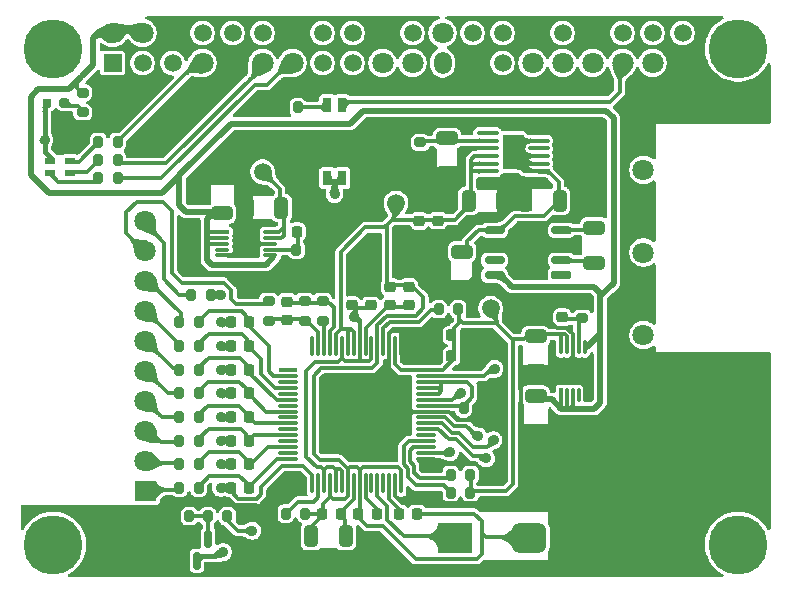
<source format=gbr>
%TF.GenerationSoftware,KiCad,Pcbnew,9.0.6*%
%TF.CreationDate,2025-12-10T21:10:52-05:00*%
%TF.ProjectId,portiloop,706f7274-696c-46f6-9f70-2e6b69636164,2.3*%
%TF.SameCoordinates,Original*%
%TF.FileFunction,Copper,L1,Top*%
%TF.FilePolarity,Positive*%
%FSLAX46Y46*%
G04 Gerber Fmt 4.6, Leading zero omitted, Abs format (unit mm)*
G04 Created by KiCad (PCBNEW 9.0.6) date 2025-12-10 21:10:52*
%MOMM*%
%LPD*%
G01*
G04 APERTURE LIST*
G04 Aperture macros list*
%AMRoundRect*
0 Rectangle with rounded corners*
0 $1 Rounding radius*
0 $2 $3 $4 $5 $6 $7 $8 $9 X,Y pos of 4 corners*
0 Add a 4 corners polygon primitive as box body*
4,1,4,$2,$3,$4,$5,$6,$7,$8,$9,$2,$3,0*
0 Add four circle primitives for the rounded corners*
1,1,$1+$1,$2,$3*
1,1,$1+$1,$4,$5*
1,1,$1+$1,$6,$7*
1,1,$1+$1,$8,$9*
0 Add four rect primitives between the rounded corners*
20,1,$1+$1,$2,$3,$4,$5,0*
20,1,$1+$1,$4,$5,$6,$7,0*
20,1,$1+$1,$6,$7,$8,$9,0*
20,1,$1+$1,$8,$9,$2,$3,0*%
G04 Aperture macros list end*
%TA.AperFunction,SMDPad,CuDef*%
%ADD10RoundRect,0.200000X0.275000X-0.200000X0.275000X0.200000X-0.275000X0.200000X-0.275000X-0.200000X0*%
%TD*%
%TA.AperFunction,SMDPad,CuDef*%
%ADD11RoundRect,0.225000X-0.225000X-0.250000X0.225000X-0.250000X0.225000X0.250000X-0.225000X0.250000X0*%
%TD*%
%TA.AperFunction,SMDPad,CuDef*%
%ADD12RoundRect,0.200000X-0.200000X-0.275000X0.200000X-0.275000X0.200000X0.275000X-0.200000X0.275000X0*%
%TD*%
%TA.AperFunction,SMDPad,CuDef*%
%ADD13RoundRect,0.225000X0.225000X0.250000X-0.225000X0.250000X-0.225000X-0.250000X0.225000X-0.250000X0*%
%TD*%
%TA.AperFunction,SMDPad,CuDef*%
%ADD14RoundRect,0.225000X0.250000X-0.225000X0.250000X0.225000X-0.250000X0.225000X-0.250000X-0.225000X0*%
%TD*%
%TA.AperFunction,SMDPad,CuDef*%
%ADD15R,1.650000X0.300000*%
%TD*%
%TA.AperFunction,SMDPad,CuDef*%
%ADD16RoundRect,0.049500X0.775500X-0.100500X0.775500X0.100500X-0.775500X0.100500X-0.775500X-0.100500X0*%
%TD*%
%TA.AperFunction,SMDPad,CuDef*%
%ADD17RoundRect,0.049500X-0.100500X-0.775500X0.100500X-0.775500X0.100500X0.775500X-0.100500X0.775500X0*%
%TD*%
%TA.AperFunction,ComponentPad*%
%ADD18C,0.600000*%
%TD*%
%TA.AperFunction,ComponentPad*%
%ADD19C,5.000000*%
%TD*%
%TA.AperFunction,SMDPad,CuDef*%
%ADD20RoundRect,0.250000X0.325000X0.650000X-0.325000X0.650000X-0.325000X-0.650000X0.325000X-0.650000X0*%
%TD*%
%TA.AperFunction,ComponentPad*%
%ADD21C,1.500000*%
%TD*%
%TA.AperFunction,ComponentPad*%
%ADD22R,1.800000X1.800000*%
%TD*%
%TA.AperFunction,ComponentPad*%
%ADD23C,1.800000*%
%TD*%
%TA.AperFunction,SMDPad,CuDef*%
%ADD24RoundRect,0.225000X-0.250000X0.225000X-0.250000X-0.225000X0.250000X-0.225000X0.250000X0.225000X0*%
%TD*%
%TA.AperFunction,SMDPad,CuDef*%
%ADD25RoundRect,0.200000X0.200000X0.275000X-0.200000X0.275000X-0.200000X-0.275000X0.200000X-0.275000X0*%
%TD*%
%TA.AperFunction,SMDPad,CuDef*%
%ADD26RoundRect,0.250000X-0.650000X0.325000X-0.650000X-0.325000X0.650000X-0.325000X0.650000X0.325000X0*%
%TD*%
%TA.AperFunction,SMDPad,CuDef*%
%ADD27RoundRect,0.250000X0.650000X-0.325000X0.650000X0.325000X-0.650000X0.325000X-0.650000X-0.325000X0*%
%TD*%
%TA.AperFunction,SMDPad,CuDef*%
%ADD28RoundRect,0.150000X-0.150000X0.587500X-0.150000X-0.587500X0.150000X-0.587500X0.150000X0.587500X0*%
%TD*%
%TA.AperFunction,SMDPad,CuDef*%
%ADD29RoundRect,0.200000X-0.275000X0.200000X-0.275000X-0.200000X0.275000X-0.200000X0.275000X0.200000X0*%
%TD*%
%TA.AperFunction,SMDPad,CuDef*%
%ADD30R,0.300000X1.240420*%
%TD*%
%TA.AperFunction,SMDPad,CuDef*%
%ADD31RoundRect,0.150000X0.000010X-0.470210X0.000010X0.470210X-0.000010X0.470210X-0.000010X-0.470210X0*%
%TD*%
%TA.AperFunction,SMDPad,CuDef*%
%ADD32R,1.880000X1.680000*%
%TD*%
%TA.AperFunction,SMDPad,CuDef*%
%ADD33R,0.760000X1.250000*%
%TD*%
%TA.AperFunction,SMDPad,CuDef*%
%ADD34RoundRect,0.250000X-0.325000X-0.650000X0.325000X-0.650000X0.325000X0.650000X-0.325000X0.650000X0*%
%TD*%
%TA.AperFunction,SMDPad,CuDef*%
%ADD35R,1.840420X0.420000*%
%TD*%
%TA.AperFunction,SMDPad,CuDef*%
%ADD36RoundRect,0.210000X0.710210X0.000010X-0.710210X0.000010X-0.710210X-0.000010X0.710210X-0.000010X0*%
%TD*%
%TA.AperFunction,SMDPad,CuDef*%
%ADD37R,1.753000X2.947000*%
%TD*%
%TA.AperFunction,SMDPad,CuDef*%
%ADD38R,2.950000X2.550000*%
%TD*%
%TA.AperFunction,SMDPad,CuDef*%
%ADD39RoundRect,0.637500X0.837500X-0.637500X0.837500X0.637500X-0.837500X0.637500X-0.837500X-0.637500X0*%
%TD*%
%TA.AperFunction,SMDPad,CuDef*%
%ADD40R,1.240420X0.300000*%
%TD*%
%TA.AperFunction,SMDPad,CuDef*%
%ADD41RoundRect,0.150000X-0.470210X-0.000010X0.470210X-0.000010X0.470210X0.000010X-0.470210X0.000010X0*%
%TD*%
%TA.AperFunction,SMDPad,CuDef*%
%ADD42R,1.680000X1.880000*%
%TD*%
%TA.AperFunction,SMDPad,CuDef*%
%ADD43R,0.800000X0.800000*%
%TD*%
%TA.AperFunction,SMDPad,CuDef*%
%ADD44RoundRect,0.200000X-0.200000X-0.200000X0.200000X-0.200000X0.200000X0.200000X-0.200000X0.200000X0*%
%TD*%
%TA.AperFunction,SMDPad,CuDef*%
%ADD45R,0.850000X0.500000*%
%TD*%
%TA.AperFunction,SMDPad,CuDef*%
%ADD46RoundRect,0.048750X-0.776250X0.276250X-0.776250X-0.276250X0.776250X-0.276250X0.776250X0.276250X0*%
%TD*%
%TA.AperFunction,SMDPad,CuDef*%
%ADD47RoundRect,0.162500X-0.662500X0.162500X-0.662500X-0.162500X0.662500X-0.162500X0.662500X0.162500X0*%
%TD*%
%TA.AperFunction,ComponentPad*%
%ADD48R,1.500000X1.500000*%
%TD*%
%TA.AperFunction,ComponentPad*%
%ADD49O,1.500000X1.900000*%
%TD*%
%TA.AperFunction,ViaPad*%
%ADD50C,0.900000*%
%TD*%
%TA.AperFunction,Conductor*%
%ADD51C,0.300000*%
%TD*%
%TA.AperFunction,Conductor*%
%ADD52C,0.200000*%
%TD*%
%TA.AperFunction,Conductor*%
%ADD53C,0.500000*%
%TD*%
%TA.AperFunction,Conductor*%
%ADD54C,0.600000*%
%TD*%
%TA.AperFunction,Conductor*%
%ADD55C,0.400000*%
%TD*%
G04 APERTURE END LIST*
D10*
%TO.P,R21,1,1*%
%TO.N,Net-(U5A-BIASOUT)*%
X95419520Y-63662510D03*
%TO.P,R21,2,2*%
%TO.N,Net-(U5A-BIASINV)*%
X95419520Y-62012510D03*
%TD*%
D11*
%TO.P,C16_Vcap4,1,1*%
%TO.N,-2V5*%
X99969510Y-80015510D03*
%TO.P,C16_Vcap4,2,2*%
%TO.N,Net-(U5A-VCAP4)*%
X101519510Y-80015510D03*
%TD*%
D12*
%TO.P,R12,1,1*%
%TO.N,/E1*%
X84805520Y-77827510D03*
%TO.P,R12,2,2*%
%TO.N,Net-(U5A-IN1P)*%
X86455520Y-77827510D03*
%TD*%
%TO.P,R30,1,1*%
%TO.N,Net-(D2-GREEN_A)*%
X77947520Y-50043510D03*
%TO.P,R30,2,2*%
%TO.N,/GPIO9{slash}LED_G*%
X79597520Y-50043510D03*
%TD*%
D10*
%TO.P,R1,1,1*%
%TO.N,Net-(D1-A)*%
X76619510Y-46025850D03*
%TO.P,R1,2,2*%
%TO.N,+5V*%
X76619510Y-44375850D03*
%TD*%
D13*
%TO.P,C35,1,1*%
%TO.N,GND*%
X109392520Y-64902510D03*
%TO.P,C35,2,2*%
%TO.N,+3.3V*%
X107842520Y-64902510D03*
%TD*%
D11*
%TO.P,C21,1,1*%
%TO.N,Net-(U5A-SRB1)*%
X89173520Y-73827510D03*
%TO.P,C21,2,2*%
%TO.N,Net-(U5A-IN3P)*%
X90723520Y-73827510D03*
%TD*%
D14*
%TO.P,C6,1,1*%
%TO.N,Net-(U2-SET)*%
X117219520Y-63391510D03*
%TO.P,C6,2,2*%
%TO.N,GND*%
X117219520Y-61841510D03*
%TD*%
D12*
%TO.P,R29,1,1*%
%TO.N,Net-(D2-BLUE_A)*%
X77947520Y-51637510D03*
%TO.P,R29,2,2*%
%TO.N,/GPIO10{slash}LED_B*%
X79597520Y-51637510D03*
%TD*%
D15*
%TO.P,U5,1,IN8N*%
%TO.N,unconnected-(U5A-IN8N-Pad1)*%
X94001510Y-67866510D03*
D16*
%TO.P,U5,2,IN8P*%
%TO.N,Net-(U5A-IN8P)*%
X94001510Y-68366510D03*
%TO.P,U5,3,IN7N*%
%TO.N,unconnected-(U5A-IN7N-Pad3)*%
X94001510Y-68866510D03*
%TO.P,U5,4,IN7P*%
%TO.N,Net-(U5A-IN7P)*%
X94001510Y-69366510D03*
%TO.P,U5,5,IN6N*%
%TO.N,unconnected-(U5A-IN6N-Pad5)*%
X94001510Y-69866510D03*
%TO.P,U5,6,IN6P*%
%TO.N,Net-(U5A-IN6P)*%
X94001510Y-70366510D03*
%TO.P,U5,7,IN5N*%
%TO.N,unconnected-(U5A-IN5N-Pad7)*%
X94001510Y-70866510D03*
%TO.P,U5,8,IN5P*%
%TO.N,Net-(U5A-IN5P)*%
X94001510Y-71366510D03*
%TO.P,U5,9,IN4N*%
%TO.N,unconnected-(U5A-IN4N-Pad9)*%
X94001510Y-71866510D03*
%TO.P,U5,10,IN4P*%
%TO.N,Net-(U5A-IN4P)*%
X94001510Y-72366510D03*
%TO.P,U5,11,IN3N*%
%TO.N,unconnected-(U5A-IN3N-Pad11)*%
X94001510Y-72866510D03*
%TO.P,U5,12,IN3P*%
%TO.N,Net-(U5A-IN3P)*%
X94001510Y-73366510D03*
%TO.P,U5,13,IN2N*%
%TO.N,unconnected-(U5A-IN2N-Pad13)*%
X94001510Y-73866510D03*
%TO.P,U5,14,IN2P*%
%TO.N,Net-(U5A-IN2P)*%
X94001510Y-74366510D03*
%TO.P,U5,15,IN1N*%
%TO.N,unconnected-(U5A-IN1N-Pad15)*%
X94001510Y-74866510D03*
%TO.P,U5,16,IN1P*%
%TO.N,Net-(U5A-IN1P)*%
X94001510Y-75366510D03*
D17*
%TO.P,U5,17,SRB1*%
%TO.N,Net-(U5A-SRB1)*%
X96076510Y-77441510D03*
%TO.P,U5,18,SRB2*%
%TO.N,Net-(U5A-SRB2)*%
X96576510Y-77441510D03*
%TO.P,U5,19,AVDD*%
%TO.N,+2V5*%
X97076510Y-77441510D03*
%TO.P,U5,20,AVSS*%
%TO.N,-2V5*%
X97576510Y-77441510D03*
%TO.P,U5,21,AVDD*%
%TO.N,+2V5*%
X98076510Y-77441510D03*
%TO.P,U5,22,AVDD*%
X98576510Y-77441510D03*
%TO.P,U5,23,AVSS*%
%TO.N,-2V5*%
X99076510Y-77441510D03*
%TO.P,U5,24,VREFP*%
%TO.N,Net-(U5A-VREFP)*%
X99576510Y-77441510D03*
%TO.P,U5,25,VREFN*%
%TO.N,-2V5*%
X100076510Y-77441510D03*
%TO.P,U5,26,VCAP4*%
%TO.N,Net-(U5A-VCAP4)*%
X100576510Y-77441510D03*
%TO.P,U5,27,NC*%
%TO.N,unconnected-(U5A-NC-Pad27)*%
X101076510Y-77441510D03*
%TO.P,U5,28,VCAP1*%
%TO.N,Net-(U5A-VCAP1)*%
X101576510Y-77441510D03*
%TO.P,U5,29,NC*%
%TO.N,unconnected-(U5A-NC-Pad29)*%
X102076510Y-77441510D03*
%TO.P,U5,30,VCAP2*%
%TO.N,Net-(U5A-VCAP2)*%
X102576510Y-77441510D03*
%TO.P,U5,31,RESV1*%
%TO.N,GND*%
X103076510Y-77441510D03*
%TO.P,U5,32,AVSS*%
%TO.N,-2V5*%
X103576510Y-77441510D03*
D16*
%TO.P,U5,33,DGND*%
%TO.N,GND*%
X105651510Y-75366510D03*
%TO.P,U5,34,DIN*%
%TO.N,/MOSI*%
X105651510Y-74866510D03*
%TO.P,U5,35,~{PWDN*%
%TO.N,Net-(U5A-~{PWDN)*%
X105651510Y-74366510D03*
%TO.P,U5,36,~{RESET*%
%TO.N,Net-(U5A-~{RESET)*%
X105651510Y-73866510D03*
%TO.P,U5,37,CLK*%
%TO.N,unconnected-(U5A-CLK-Pad37)*%
X105651510Y-73366510D03*
%TO.P,U5,38,START*%
%TO.N,/START*%
X105651510Y-72866510D03*
%TO.P,U5,39,~{CS*%
%TO.N,/CS*%
X105651510Y-72366510D03*
%TO.P,U5,40,SCLK*%
%TO.N,/SCLK*%
X105651510Y-71866510D03*
%TO.P,U5,41,DAISY_IN*%
%TO.N,GND*%
X105651510Y-71366510D03*
%TO.P,U5,42,GPIO1*%
%TO.N,Net-(U5A-GPIO1)*%
X105651510Y-70866510D03*
%TO.P,U5,43,DOUT*%
%TO.N,/MISO*%
X105651510Y-70366510D03*
%TO.P,U5,44,GPIO2*%
%TO.N,Net-(U5A-GPIO1)*%
X105651510Y-69866510D03*
%TO.P,U5,45,GPIO3*%
X105651510Y-69366510D03*
%TO.P,U5,46,GPIO4*%
X105651510Y-68866510D03*
%TO.P,U5,47,~{DRDY*%
%TO.N,/DRDY*%
X105651510Y-68366510D03*
%TO.P,U5,48,DVDD*%
%TO.N,+3.3V*%
X105651510Y-67866510D03*
D17*
%TO.P,U5,49,DGND*%
%TO.N,GND*%
X103576510Y-65791510D03*
%TO.P,U5,50,DVDD*%
%TO.N,+3.3V*%
X103076510Y-65791510D03*
%TO.P,U5,51,DGND*%
%TO.N,GND*%
X102576510Y-65791510D03*
%TO.P,U5,52,CLKSEL*%
%TO.N,Net-(U5A-CLKSEL)*%
X102076510Y-65791510D03*
%TO.P,U5,53,AVSS1*%
%TO.N,-2V5*%
X101576510Y-65791510D03*
%TO.P,U5,54,AVDD1*%
%TO.N,+2V5*%
X101076510Y-65791510D03*
%TO.P,U5,55,VCAP3*%
%TO.N,Net-(U5A-VCAP3)*%
X100576510Y-65791510D03*
%TO.P,U5,56,AVDD*%
%TO.N,+2V5*%
X100076510Y-65791510D03*
%TO.P,U5,57,AVSS*%
%TO.N,-2V5*%
X99576510Y-65791510D03*
%TO.P,U5,58,AVSS*%
X99076510Y-65791510D03*
%TO.P,U5,59,AVDD*%
%TO.N,+2V5*%
X98576510Y-65791510D03*
%TO.P,U5,60,BIASREF*%
%TO.N,-2V5*%
X98076510Y-65791510D03*
%TO.P,U5,61,BIASINV*%
%TO.N,Net-(U5A-BIASINV)*%
X97576510Y-65791510D03*
%TO.P,U5,62,BIASIN*%
%TO.N,Net-(U5A-BIASIN)*%
X97076510Y-65791510D03*
%TO.P,U5,63,BIASOUT*%
%TO.N,Net-(U5A-BIASOUT)*%
X96576510Y-65791510D03*
%TO.P,U5,64,RESERVED*%
%TO.N,unconnected-(U5A-RESERVED-Pad64)*%
X96076510Y-65791510D03*
%TD*%
D12*
%TO.P,R19,1,1*%
%TO.N,/E8*%
X84805520Y-63827510D03*
%TO.P,R19,2,2*%
%TO.N,Net-(U5A-IN8P)*%
X86455520Y-63827510D03*
%TD*%
D18*
%TO.P,M2,S,S*%
%TO.N,unconnected-(M2-PadS)_1*%
X72119520Y-82637510D03*
%TO.N,unconnected-(M2-PadS)_3*%
X72705310Y-81223300D03*
%TO.N,unconnected-(M2-PadS)_6*%
X72705310Y-84051720D03*
%TO.N,unconnected-(M2-PadS)_4*%
X74119520Y-80637510D03*
D19*
%TO.N,unconnected-(M2-PadS)_2*%
X74119520Y-82637510D03*
D18*
%TO.N,unconnected-(M2-PadS)*%
X74119520Y-84637510D03*
%TO.N,unconnected-(M2-PadS)_7*%
X75533730Y-81223300D03*
%TO.N,unconnected-(M2-PadS)_8*%
X75533730Y-84051720D03*
%TO.N,unconnected-(M2-PadS)_5*%
X76119520Y-82637510D03*
%TD*%
D12*
%TO.P,R33,1,1*%
%TO.N,/Ref*%
X85821520Y-61473510D03*
%TO.P,R33,2,2*%
%TO.N,Net-(U5A-SRB1)*%
X87471520Y-61473510D03*
%TD*%
D20*
%TO.P,C10,1,1*%
%TO.N,GND*%
X112250670Y-53528510D03*
%TO.P,C10,2,2*%
%TO.N,-2V5*%
X109300670Y-53528510D03*
%TD*%
D13*
%TO.P,C17,1,1*%
%TO.N,Net-(U5A-VREFP)*%
X98470520Y-80015510D03*
%TO.P,C17,2,2*%
%TO.N,-2V5*%
X96920520Y-80015510D03*
%TD*%
D21*
%TO.P,TP3,1,T*%
%TO.N,+2V5*%
X91853520Y-51059510D03*
%TD*%
D13*
%TO.P,C34,1,1*%
%TO.N,GND*%
X109392520Y-66680510D03*
%TO.P,C34,2,2*%
%TO.N,+3.3V*%
X107842520Y-66680510D03*
%TD*%
D12*
%TO.P,R14,1,1*%
%TO.N,/E3*%
X84805520Y-73827510D03*
%TO.P,R14,2,2*%
%TO.N,Net-(U5A-IN3P)*%
X86455520Y-73827510D03*
%TD*%
D10*
%TO.P,R3,1,1*%
%TO.N,Net-(U2-SET)*%
X118904520Y-63441510D03*
%TO.P,R3,2,2*%
%TO.N,GND*%
X118904520Y-61791510D03*
%TD*%
D22*
%TO.P,JMP1-R1,1,1*%
%TO.N,GND*%
X124097990Y-48364340D03*
D23*
%TO.P,JMP1-R1,2,2*%
%TO.N,/GPIO25{slash}PWM_B*%
X124097990Y-50904340D03*
%TD*%
D24*
%TO.P,C27,1,1*%
%TO.N,Net-(U5A-BIASINV)*%
X93919520Y-62062510D03*
%TO.P,C27,2,2*%
%TO.N,Net-(U5A-BIASOUT)*%
X93919520Y-63612510D03*
%TD*%
D25*
%TO.P,R9,1,1*%
%TO.N,+3.3V*%
X109444510Y-78237510D03*
%TO.P,R9,2,2*%
%TO.N,Net-(U5A-~{RESET)*%
X107794510Y-78237510D03*
%TD*%
D26*
%TO.P,C1,1,1*%
%TO.N,GND*%
X88419510Y-51616510D03*
%TO.P,C1,2,2*%
%TO.N,+5V*%
X88419510Y-54566510D03*
%TD*%
D25*
%TO.P,R6,1,1*%
%TO.N,/GPIO39{slash}LEDCTL*%
X88876520Y-80229010D03*
%TO.P,R6,2,2*%
%TO.N,Net-(Q1-G)*%
X87226520Y-80229010D03*
%TD*%
D27*
%TO.P,C5,1,1*%
%TO.N,GND*%
X114967520Y-67948510D03*
%TO.P,C5,2,2*%
%TO.N,+3.3V*%
X114967520Y-64998510D03*
%TD*%
D12*
%TO.P,R27,1,1*%
%TO.N,GND*%
X93187520Y-45598510D03*
%TO.P,R27,2,2*%
%TO.N,Net-(R27-Pad2)*%
X94837520Y-45598510D03*
%TD*%
D28*
%TO.P,Q1,1,G*%
%TO.N,Net-(Q1-G)*%
X87251520Y-82129010D03*
%TO.P,Q1,2,S*%
%TO.N,GND*%
X85351520Y-82129010D03*
%TO.P,Q1,3,D*%
%TO.N,/LEDGNDCTL*%
X86301520Y-84004010D03*
%TD*%
D29*
%TO.P,R4,1,1*%
%TO.N,Net-(U4-SET)*%
X105188520Y-48583510D03*
%TO.P,R4,2,2*%
%TO.N,GND*%
X105188520Y-50233510D03*
%TD*%
D21*
%TO.P,TP1,1,T*%
%TO.N,-2V5*%
X103156520Y-53737510D03*
%TD*%
D27*
%TO.P,C8,1,1*%
%TO.N,GND*%
X108744520Y-60789510D03*
%TO.P,C8,2,2*%
%TO.N,-5V*%
X108744520Y-57839510D03*
%TD*%
D18*
%TO.P,M4,S,S*%
%TO.N,unconnected-(M4-PadS)*%
X72119520Y-40637510D03*
%TO.N,unconnected-(M4-PadS)_3*%
X72705310Y-39223300D03*
%TO.N,unconnected-(M4-PadS)_6*%
X72705310Y-42051720D03*
%TO.N,unconnected-(M4-PadS)_7*%
X74119520Y-38637510D03*
D19*
%TO.N,unconnected-(M4-PadS)_8*%
X74119520Y-40637510D03*
D18*
%TO.N,unconnected-(M4-PadS)_2*%
X74119520Y-42637510D03*
%TO.N,unconnected-(M4-PadS)_5*%
X75533730Y-39223300D03*
%TO.N,unconnected-(M4-PadS)_4*%
X75533730Y-42051720D03*
%TO.N,unconnected-(M4-PadS)_1*%
X76119520Y-40637510D03*
%TD*%
D12*
%TO.P,R2,1,1*%
%TO.N,Net-(U1-SET)*%
X94711520Y-57663510D03*
%TO.P,R2,2,2*%
%TO.N,GND*%
X96361520Y-57663510D03*
%TD*%
%TO.P,R18,1,1*%
%TO.N,/E7*%
X84805520Y-65827510D03*
%TO.P,R18,2,2*%
%TO.N,Net-(U5A-IN7P)*%
X86455520Y-65827510D03*
%TD*%
D30*
%TO.P,U2,1,IN*%
%TO.N,+5V*%
X117119520Y-70010360D03*
D31*
%TO.P,U2,2,IN*%
X117619520Y-70010360D03*
%TO.P,U2,3,EN/UV*%
X118119520Y-70010360D03*
%TO.P,U2,4,PG*%
%TO.N,unconnected-(U2-PG-Pad4)*%
X118619520Y-70010360D03*
%TO.P,U2,5,ILIM*%
%TO.N,GND*%
X119119520Y-70010360D03*
%TO.P,U2,6,PGFB*%
%TO.N,+5V*%
X119119520Y-65890660D03*
%TO.P,U2,7,SET*%
%TO.N,Net-(U2-SET)*%
X118619520Y-65890660D03*
%TO.P,U2,8,GND*%
%TO.N,GND*%
X118119520Y-65890660D03*
%TO.P,U2,9,OUTS*%
%TO.N,+3.3V*%
X117619520Y-65890660D03*
%TO.P,U2,10,OUT*%
X117119520Y-65890660D03*
D32*
%TO.P,U2,11,GND*%
%TO.N,GND*%
X118119520Y-67950510D03*
%TD*%
D27*
%TO.P,C4,1,1*%
%TO.N,GND*%
X114967520Y-72981510D03*
%TO.P,C4,2,2*%
%TO.N,+5V*%
X114967520Y-70031510D03*
%TD*%
D11*
%TO.P,C26,1,1*%
%TO.N,Net-(U5A-SRB1)*%
X89173520Y-63827510D03*
%TO.P,C26,2,2*%
%TO.N,Net-(U5A-IN8P)*%
X90723520Y-63827510D03*
%TD*%
D29*
%TO.P,R20,1,1*%
%TO.N,/BiasOut*%
X92361520Y-62012510D03*
%TO.P,R20,2,2*%
%TO.N,Net-(U5A-BIASOUT)*%
X92361520Y-63662510D03*
%TD*%
D11*
%TO.P,C22,1,1*%
%TO.N,Net-(U5A-SRB1)*%
X89173520Y-71827510D03*
%TO.P,C22,2,2*%
%TO.N,Net-(U5A-IN4P)*%
X90723520Y-71827510D03*
%TD*%
D33*
%TO.P,SW1,1,1*%
%TO.N,/START*%
X97314520Y-51594510D03*
%TO.P,SW1,2,2*%
X98584520Y-51594510D03*
%TO.P,SW1,3,3*%
%TO.N,/GPIO37*%
X98584520Y-45444510D03*
%TO.P,SW1,4,4*%
%TO.N,Net-(R27-Pad2)*%
X97314520Y-45444510D03*
%TD*%
D24*
%TO.P,C31,1,1*%
%TO.N,GND*%
X99419510Y-60825850D03*
%TO.P,C31,2,2*%
%TO.N,+2V5*%
X99419510Y-62375850D03*
%TD*%
D12*
%TO.P,R8,1,1*%
%TO.N,Net-(U5A-GPIO1)*%
X108876520Y-71066510D03*
%TO.P,R8,2,2*%
%TO.N,GND*%
X110526520Y-71066510D03*
%TD*%
D34*
%TO.P,C2,1,1*%
%TO.N,GND*%
X90505520Y-54137510D03*
%TO.P,C2,2,2*%
%TO.N,+2V5*%
X93455520Y-54137510D03*
%TD*%
D25*
%TO.P,R22,1,1*%
%TO.N,+3.3V*%
X108419510Y-62700850D03*
%TO.P,R22,2,2*%
%TO.N,Net-(U5A-CLKSEL)*%
X106769510Y-62700850D03*
%TD*%
D22*
%TO.P,JMP2-R1,1,1*%
%TO.N,GND*%
X124097990Y-55364340D03*
D23*
%TO.P,JMP2-R1,2,2*%
%TO.N,/GPIO64{slash}UART1_RX*%
X124097990Y-57904340D03*
%TD*%
D26*
%TO.P,C7,1,1*%
%TO.N,Net-(U3-C1-)*%
X119920520Y-55807510D03*
%TO.P,C7,2,2*%
%TO.N,Net-(U3-C1+)*%
X119920520Y-58757510D03*
%TD*%
D13*
%TO.P,C14_Vcap2,1,1*%
%TO.N,-2V5*%
X104947520Y-80015510D03*
%TO.P,C14_Vcap2,2,2*%
%TO.N,Net-(U5A-VCAP2)*%
X103397520Y-80015510D03*
%TD*%
D34*
%TO.P,C18,1,1*%
%TO.N,-2V5*%
X95966520Y-81920510D03*
%TO.P,C18,2,2*%
%TO.N,Net-(U5A-VREFP)*%
X98916520Y-81920510D03*
%TD*%
D35*
%TO.P,U4,1,IN*%
%TO.N,-5V*%
X115222370Y-51033510D03*
D36*
%TO.P,U4,2,IN*%
X115222370Y-50383510D03*
%TO.P,U4,3,EN/UV*%
X115222370Y-49733510D03*
%TO.P,U4,4,PG*%
%TO.N,unconnected-(U4-PG-Pad4)*%
X115222370Y-49083510D03*
%TO.P,U4,5,PGFB*%
%TO.N,-5V*%
X115222370Y-48433510D03*
%TO.P,U4,6,ILIM*%
%TO.N,GND*%
X115222370Y-47783510D03*
%TO.P,U4,7,VIOC*%
%TO.N,unconnected-(U4-VIOC-Pad7)*%
X110902670Y-47783510D03*
%TO.P,U4,8,SET*%
%TO.N,Net-(U4-SET)*%
X110902670Y-48433510D03*
%TO.P,U4,9,GND*%
%TO.N,GND*%
X110902670Y-49083510D03*
%TO.P,U4,10,OUTS*%
%TO.N,-2V5*%
X110902670Y-49733510D03*
%TO.P,U4,11,OUT*%
X110902670Y-50383510D03*
%TO.P,U4,12,OUT*%
X110902670Y-51033510D03*
D37*
%TO.P,U4,13,IN*%
%TO.N,-5V*%
X113062520Y-49408510D03*
%TD*%
D18*
%TO.P,M3,S,S*%
%TO.N,unconnected-(M3-PadS)_4*%
X130119520Y-40637510D03*
%TO.N,unconnected-(M3-PadS)*%
X130705310Y-39223300D03*
%TO.N,unconnected-(M3-PadS)_7*%
X130705310Y-42051720D03*
%TO.N,unconnected-(M3-PadS)_6*%
X132119520Y-38637510D03*
D19*
%TO.N,unconnected-(M3-PadS)_3*%
X132119520Y-40637510D03*
D18*
%TO.N,unconnected-(M3-PadS)_1*%
X132119520Y-42637510D03*
%TO.N,unconnected-(M3-PadS)_8*%
X133533730Y-39223300D03*
%TO.N,unconnected-(M3-PadS)_5*%
X133533730Y-42051720D03*
%TO.N,unconnected-(M3-PadS)_2*%
X134119520Y-40637510D03*
%TD*%
D11*
%TO.P,C20,1,1*%
%TO.N,Net-(U5A-SRB1)*%
X89173520Y-75827510D03*
%TO.P,C20,2,2*%
%TO.N,Net-(U5A-IN2P)*%
X90723520Y-75827510D03*
%TD*%
%TO.P,C23,1,1*%
%TO.N,Net-(U5A-SRB1)*%
X89173520Y-69827510D03*
%TO.P,C23,2,2*%
%TO.N,Net-(U5A-IN5P)*%
X90723520Y-69827510D03*
%TD*%
D34*
%TO.P,C9,1,1*%
%TO.N,GND*%
X114069510Y-53528510D03*
%TO.P,C9,2,2*%
%TO.N,-5V*%
X117019510Y-53528510D03*
%TD*%
D38*
%TO.P,C15_Vcap1,1,1*%
%TO.N,Net-(U5A-VCAP1)*%
X108159520Y-82037510D03*
D39*
%TO.P,C15_Vcap1,2,2*%
%TO.N,-2V5*%
X114409520Y-82037510D03*
%TD*%
D12*
%TO.P,R16,1,1*%
%TO.N,/E5*%
X84805520Y-69827510D03*
%TO.P,R16,2,2*%
%TO.N,Net-(U5A-IN5P)*%
X86455520Y-69827510D03*
%TD*%
D40*
%TO.P,U1,1,IN*%
%TO.N,+5V*%
X88396670Y-56155510D03*
D41*
%TO.P,U1,2,IN*%
X88396670Y-56655510D03*
%TO.P,U1,3,EN/UV*%
X88396670Y-57155510D03*
%TO.P,U1,4,PG*%
%TO.N,unconnected-(U1-PG-Pad4)*%
X88396670Y-57655510D03*
%TO.P,U1,5,ILIM*%
%TO.N,GND*%
X88396670Y-58155510D03*
%TO.P,U1,6,PGFB*%
%TO.N,+5V*%
X92516370Y-58155510D03*
%TO.P,U1,7,SET*%
%TO.N,Net-(U1-SET)*%
X92516370Y-57655510D03*
%TO.P,U1,8,GND*%
%TO.N,GND*%
X92516370Y-57155510D03*
%TO.P,U1,9,OUTS*%
%TO.N,+2V5*%
X92516370Y-56655510D03*
%TO.P,U1,10,OUT*%
X92516370Y-56155510D03*
D42*
%TO.P,U1,11,GND*%
%TO.N,GND*%
X90456520Y-57155510D03*
%TD*%
D12*
%TO.P,R31,1,1*%
%TO.N,Net-(D2-RED_A)*%
X77947520Y-48537510D03*
%TO.P,R31,2,2*%
%TO.N,/GPIO22{slash}LED_R*%
X79597520Y-48537510D03*
%TD*%
D27*
%TO.P,C11,1,1*%
%TO.N,GND*%
X107474520Y-51184510D03*
%TO.P,C11,2,2*%
%TO.N,Net-(U4-SET)*%
X107474520Y-48234510D03*
%TD*%
D10*
%TO.P,R32,1,1*%
%TO.N,Net-(U5A-BIASIN)*%
X96933520Y-63662510D03*
%TO.P,R32,2,2*%
%TO.N,Net-(U5A-BIASINV)*%
X96933520Y-62012510D03*
%TD*%
D24*
%TO.P,C32,1,1*%
%TO.N,GND*%
X105119520Y-53667580D03*
%TO.P,C32,2,2*%
%TO.N,-2V5*%
X105119520Y-55217580D03*
%TD*%
D11*
%TO.P,C19,1,1*%
%TO.N,Net-(U5A-SRB1)*%
X89173520Y-77827510D03*
%TO.P,C19,2,2*%
%TO.N,Net-(U5A-IN1P)*%
X90723520Y-77827510D03*
%TD*%
D25*
%TO.P,R10,1,1*%
%TO.N,+3.3V*%
X109444510Y-76713510D03*
%TO.P,R10,2,2*%
%TO.N,Net-(U5A-~{PWDN)*%
X107794510Y-76713510D03*
%TD*%
D18*
%TO.P,M1,S,S*%
%TO.N,unconnected-(M1-PadS)_3*%
X130119520Y-82637510D03*
%TO.N,unconnected-(M1-PadS)_5*%
X130705310Y-81223300D03*
%TO.N,unconnected-(M1-PadS)_2*%
X130705310Y-84051720D03*
%TO.N,unconnected-(M1-PadS)_1*%
X132119520Y-80637510D03*
D19*
%TO.N,unconnected-(M1-PadS)_4*%
X132119520Y-82637510D03*
D18*
%TO.N,unconnected-(M1-PadS)*%
X132119520Y-84637510D03*
%TO.N,unconnected-(M1-PadS)_8*%
X133533730Y-81223300D03*
%TO.N,unconnected-(M1-PadS)_6*%
X133533730Y-84051720D03*
%TO.N,unconnected-(M1-PadS)_7*%
X134119520Y-82637510D03*
%TD*%
D13*
%TO.P,C3,1,1*%
%TO.N,GND*%
X96311520Y-56139510D03*
%TO.P,C3,2,2*%
%TO.N,Net-(U1-SET)*%
X94761520Y-56139510D03*
%TD*%
D43*
%TO.P,D1,1,C*%
%TO.N,/LEDGNDCTL*%
X73577520Y-45217510D03*
D44*
%TO.P,D1,2,A*%
%TO.N,Net-(D1-A)*%
X75077520Y-45217510D03*
%TD*%
D12*
%TO.P,R17,1,1*%
%TO.N,/E6*%
X84805520Y-67827510D03*
%TO.P,R17,2,2*%
%TO.N,Net-(U5A-IN6P)*%
X86455520Y-67827510D03*
%TD*%
D25*
%TO.P,R5,1,1*%
%TO.N,Net-(Q1-G)*%
X85651520Y-80229010D03*
%TO.P,R5,2,2*%
%TO.N,GND*%
X84001520Y-80229010D03*
%TD*%
D12*
%TO.P,R15,1,1*%
%TO.N,/E4*%
X84805520Y-71827510D03*
%TO.P,R15,2,2*%
%TO.N,Net-(U5A-IN4P)*%
X86455520Y-71827510D03*
%TD*%
D24*
%TO.P,C28,1,1*%
%TO.N,-2V5*%
X102648520Y-60825510D03*
%TO.P,C28,2,2*%
%TO.N,Net-(U5A-VCAP3)*%
X102648520Y-62375510D03*
%TD*%
D11*
%TO.P,C25,1,1*%
%TO.N,Net-(U5A-SRB1)*%
X89173520Y-65827510D03*
%TO.P,C25,2,2*%
%TO.N,Net-(U5A-IN7P)*%
X90723520Y-65827510D03*
%TD*%
D12*
%TO.P,R13,1,1*%
%TO.N,/E2*%
X84805520Y-75827510D03*
%TO.P,R13,2,2*%
%TO.N,Net-(U5A-IN2P)*%
X86455520Y-75827510D03*
%TD*%
D24*
%TO.P,C33,1,1*%
%TO.N,GND*%
X106712510Y-53648510D03*
%TO.P,C33,2,2*%
%TO.N,-2V5*%
X106712510Y-55198510D03*
%TD*%
D45*
%TO.P,D2,1,COMMON_CATHODE*%
%TO.N,/LEDGNDCTL*%
X73819520Y-50137510D03*
%TO.P,D2,2,RED_A*%
%TO.N,Net-(D2-RED_A)*%
X75569520Y-50137510D03*
%TO.P,D2,3,GREEN_A*%
%TO.N,Net-(D2-GREEN_A)*%
X75569520Y-51137510D03*
%TO.P,D2,4,BLUE_A*%
%TO.N,Net-(D2-BLUE_A)*%
X73819520Y-51137510D03*
%TD*%
D22*
%TO.P,JMP3-R1,1,1*%
%TO.N,GND*%
X124097990Y-62364340D03*
D23*
%TO.P,JMP3-R1,2,2*%
%TO.N,/GPIO65{slash}UART1_TX*%
X124097990Y-64904340D03*
%TD*%
D22*
%TO.P,J2-R1,1,1*%
%TO.N,/E1*%
X81937990Y-78064340D03*
D23*
%TO.P,J2-R1,2,2*%
%TO.N,/E2*%
X81937990Y-75524340D03*
%TO.P,J2-R1,3,3*%
%TO.N,/E3*%
X81937990Y-72984340D03*
%TO.P,J2-R1,4,4*%
%TO.N,/E4*%
X81937990Y-70444340D03*
%TO.P,J2-R1,5,5*%
%TO.N,/E5*%
X81937990Y-67904340D03*
%TO.P,J2-R1,6,6*%
%TO.N,/E6*%
X81937990Y-65364340D03*
%TO.P,J2-R1,7,7*%
%TO.N,/E7*%
X81937990Y-62824340D03*
%TO.P,J2-R1,8,8*%
%TO.N,/E8*%
X81937990Y-60284340D03*
%TO.P,J2-R1,9,9*%
%TO.N,/BiasOut*%
X81937990Y-57744340D03*
%TO.P,J2-R1,10,10*%
%TO.N,/Ref*%
X81937990Y-55204340D03*
%TD*%
D24*
%TO.P,C29,1,1*%
%TO.N,-2V5*%
X104219520Y-60825510D03*
%TO.P,C29,2,2*%
%TO.N,Net-(U5A-VCAP3)*%
X104219520Y-62375510D03*
%TD*%
D21*
%TO.P,TP2,1,T*%
%TO.N,+3.3V*%
X111157520Y-62616510D03*
%TD*%
D11*
%TO.P,C24,1,1*%
%TO.N,Net-(U5A-SRB1)*%
X89173520Y-67827510D03*
%TO.P,C24,2,2*%
%TO.N,Net-(U5A-IN6P)*%
X90723520Y-67827510D03*
%TD*%
D46*
%TO.P,U3,1,FC*%
%TO.N,unconnected-(U3-FC-Pad1)*%
X117157520Y-59822510D03*
D47*
%TO.P,U3,2,C1+*%
%TO.N,Net-(U3-C1+)*%
X117157520Y-58552510D03*
%TO.P,U3,3,GND*%
%TO.N,GND*%
X117157520Y-57282510D03*
%TO.P,U3,4,C1-*%
%TO.N,Net-(U3-C1-)*%
X117157520Y-56012510D03*
%TO.P,U3,5,OUT*%
%TO.N,-5V*%
X111507520Y-56012510D03*
%TO.P,U3,6,LV*%
%TO.N,GND*%
X111507520Y-57282510D03*
%TO.P,U3,7,OSC*%
%TO.N,unconnected-(U3-OSC-Pad7)*%
X111507520Y-58552510D03*
%TO.P,U3,8,V+*%
%TO.N,+5V*%
X111507520Y-59822510D03*
%TD*%
D24*
%TO.P,C30,1,1*%
%TO.N,GND*%
X101019510Y-60835400D03*
%TO.P,C30,2,2*%
%TO.N,+2V5*%
X101019510Y-62385400D03*
%TD*%
D12*
%TO.P,R23,1,1*%
%TO.N,Net-(U5A-SRB2)*%
X93822520Y-80015510D03*
%TO.P,R23,2,2*%
%TO.N,-2V5*%
X95472520Y-80015510D03*
%TD*%
D48*
%TO.P,J1-A1,1,1*%
%TO.N,unconnected-(J1-A1-Pad1)*%
X79151030Y-41862550D03*
D23*
%TO.P,J1-A1,2,2*%
%TO.N,+5V*%
X79151030Y-39322550D03*
D21*
%TO.P,J1-A1,3,3*%
%TO.N,unconnected-(J1-A1-Pad3)*%
X81691030Y-41862550D03*
D23*
%TO.P,J1-A1,4,4*%
%TO.N,+5V*%
X81691030Y-39322550D03*
D21*
%TO.P,J1-A1,5,5*%
%TO.N,unconnected-(J1-A1-Pad5)*%
X84231030Y-41862550D03*
D23*
%TO.P,J1-A1,6,6*%
%TO.N,GND*%
X84231030Y-39322550D03*
%TO.P,J1-A1,7,7*%
%TO.N,/GPIO22{slash}LED_R*%
X86771030Y-41862550D03*
D21*
%TO.P,J1-A1,8,8*%
%TO.N,unconnected-(J1-A1-Pad8)*%
X86771030Y-39322550D03*
D23*
%TO.P,J1-A1,9,9*%
%TO.N,GND*%
X89311030Y-41862550D03*
D21*
%TO.P,J1-A1,10,10*%
%TO.N,unconnected-(J1-A1-Pad10)*%
X89311030Y-39322550D03*
D23*
%TO.P,J1-A1,11,11*%
%TO.N,/GPIO9{slash}LED_G*%
X91851030Y-41862550D03*
D21*
%TO.P,J1-A1,12,12*%
%TO.N,unconnected-(J1-A1-Pad12)*%
X91851030Y-39322550D03*
D23*
%TO.P,J1-A1,13,13*%
%TO.N,/GPIO10{slash}LED_B*%
X94391030Y-41862550D03*
%TO.P,J1-A1,14,14*%
%TO.N,GND*%
X94391030Y-39322550D03*
D21*
%TO.P,J1-A1,15,15*%
%TO.N,unconnected-(J1-A1-Pad15)*%
X96931030Y-41862550D03*
%TO.P,J1-A1,16,16*%
%TO.N,unconnected-(J1-A1-Pad16)*%
X96931030Y-39322550D03*
%TO.P,J1-A1,17,17*%
%TO.N,unconnected-(J1-A1-Pad17)*%
X99471030Y-41862550D03*
%TO.P,J1-A1,18,18*%
%TO.N,unconnected-(J1-A1-Pad18)*%
X99471030Y-39322550D03*
D23*
%TO.P,J1-A1,19,19*%
%TO.N,/MOSI*%
X102011030Y-41862550D03*
%TO.P,J1-A1,20,20*%
%TO.N,GND*%
X102011030Y-39322550D03*
%TO.P,J1-A1,21,21*%
%TO.N,/MISO*%
X104551030Y-41862550D03*
D21*
%TO.P,J1-A1,22,22*%
%TO.N,unconnected-(J1-A1-Pad22)*%
X104551030Y-39322550D03*
D49*
%TO.P,J1-A1,23,23*%
%TO.N,/SCLK*%
X107091030Y-41862550D03*
D23*
%TO.P,J1-A1,24,24*%
%TO.N,/CS*%
X107091030Y-39322550D03*
D49*
%TO.P,J1-A1,25,25*%
%TO.N,GND*%
X109631030Y-41862550D03*
D21*
%TO.P,J1-A1,26,26*%
%TO.N,unconnected-(J1-A1-Pad26)*%
X109631030Y-39322550D03*
%TO.P,J1-A1,27,27*%
%TO.N,unconnected-(J1-A1-Pad27)*%
X112171030Y-41862550D03*
%TO.P,J1-A1,28,28*%
%TO.N,unconnected-(J1-A1-Pad28)*%
X112171030Y-39322550D03*
D23*
%TO.P,J1-A1,29,29*%
%TO.N,/GPIO65{slash}UART1_TX*%
X114711030Y-41862550D03*
%TO.P,J1-A1,30,30*%
%TO.N,GND*%
X114711030Y-39322550D03*
%TO.P,J1-A1,31,31*%
%TO.N,/GPIO64{slash}UART1_RX*%
X117251030Y-41862550D03*
D21*
%TO.P,J1-A1,32,32*%
%TO.N,unconnected-(J1-A1-Pad32)*%
X117251030Y-39322550D03*
D23*
%TO.P,J1-A1,33,33*%
%TO.N,/GPIO25{slash}PWM_B*%
X119791030Y-41862550D03*
%TO.P,J1-A1,34,34*%
%TO.N,GND*%
X119791030Y-39322550D03*
%TO.P,J1-A1,35,35*%
%TO.N,/GPIO37*%
X122331030Y-41862550D03*
D21*
%TO.P,J1-A1,36,36*%
%TO.N,unconnected-(J1-A1-Pad36)*%
X122331030Y-39322550D03*
D23*
%TO.P,J1-A1,37,37*%
%TO.N,/DRDY*%
X124871030Y-41862550D03*
D21*
%TO.P,J1-A1,38,38*%
%TO.N,unconnected-(J1-A1-Pad38)*%
X124871030Y-39322550D03*
D23*
%TO.P,J1-A1,39,39*%
%TO.N,GND*%
X127411030Y-41862550D03*
D21*
%TO.P,J1-A1,40,40*%
%TO.N,/GPIO39{slash}LEDCTL*%
X127411030Y-39322550D03*
%TD*%
D50*
%TO.N,GND*%
X96000000Y-83700000D03*
X118700000Y-44000000D03*
X106299510Y-64480850D03*
X111601520Y-69666510D03*
X114713520Y-76967510D03*
X102000000Y-83700000D03*
X132000000Y-45500000D03*
X118617990Y-54234340D03*
X119000000Y-78000000D03*
X100419510Y-57300850D03*
X90837520Y-60584510D03*
X102119520Y-69637510D03*
X98119520Y-69637510D03*
X80369510Y-44350850D03*
X98119520Y-73637510D03*
X85701520Y-55766510D03*
X102119520Y-73637510D03*
X119000000Y-83000000D03*
X91091520Y-48773510D03*
X118700000Y-49000000D03*
X106204520Y-58425510D03*
X105696520Y-51440510D03*
X84000000Y-83700000D03*
X115119510Y-63400850D03*
X90000000Y-83700000D03*
X119000000Y-73000000D03*
%TO.N,+2V5*%
X99600520Y-63378510D03*
%TO.N,/CS*%
X111411520Y-73792510D03*
%TO.N,/SCLK*%
X110101520Y-73466510D03*
%TO.N,/DRDY*%
X111501520Y-67748430D03*
%TO.N,/MISO*%
X108684004Y-69816737D03*
%TO.N,/START*%
X110776520Y-75316510D03*
X97949520Y-52964510D03*
%TO.N,Net-(U5A-SRB1)*%
X88299510Y-63825510D03*
X88299510Y-67827510D03*
X88299510Y-69827510D03*
X88299510Y-77827510D03*
X88297520Y-61473510D03*
X88299510Y-71826510D03*
X88299510Y-75827510D03*
X88299510Y-73827510D03*
X88299510Y-65827510D03*
%TO.N,/MOSI*%
X107728520Y-74808510D03*
%TO.N,/LEDGNDCTL*%
X73401520Y-48366510D03*
X88501520Y-83266510D03*
%TO.N,/GPIO39{slash}LEDCTL*%
X91001520Y-81466510D03*
%TD*%
D51*
%TO.N,/DRDY*%
X111501520Y-67748430D02*
X111219600Y-67748430D01*
X111219600Y-67748430D02*
X110601520Y-68366510D01*
X110601520Y-68366510D02*
X105651510Y-68366510D01*
%TO.N,GND*%
X109317510Y-64902510D02*
X109317510Y-66400850D01*
X109317510Y-66400850D02*
X112035860Y-66400850D01*
X112035860Y-66400850D02*
X112427520Y-66792510D01*
X112427520Y-66792510D02*
X112427520Y-71047240D01*
%TO.N,+3.3V*%
X111665520Y-63886510D02*
X111665520Y-63730510D01*
X111665520Y-63730510D02*
X111157520Y-63222510D01*
X111157520Y-63222510D02*
X111157520Y-62616510D01*
X112858520Y-65123510D02*
X113001520Y-65266510D01*
X113001520Y-65266510D02*
X114016520Y-65266510D01*
X114016520Y-65266510D02*
X114284520Y-64998510D01*
X114284520Y-64998510D02*
X114967520Y-64998510D01*
X109319510Y-78110510D02*
X112427510Y-78110510D01*
X113062520Y-65327510D02*
X112858520Y-65123510D01*
X112427510Y-78110510D02*
X113062520Y-77475500D01*
X113062520Y-77475500D02*
X113062520Y-65327510D01*
X111665520Y-63886510D02*
X111665520Y-63930510D01*
X111665520Y-63930510D02*
X112858520Y-65123510D01*
%TO.N,-2V5*%
X102801520Y-55123510D02*
X103001520Y-54923510D01*
X103001520Y-54923510D02*
X103001520Y-53892510D01*
X103001520Y-53892510D02*
X103156520Y-53737510D01*
X102379390Y-55545640D02*
X102801520Y-55123510D01*
X98457520Y-64394510D02*
X98457520Y-57862840D01*
X98457520Y-57862840D02*
X100553850Y-55766510D01*
X100553850Y-55766510D02*
X102158520Y-55766510D01*
X102158520Y-55766510D02*
X102379390Y-55545640D01*
X102379390Y-56835690D02*
X102379390Y-55545640D01*
%TO.N,Net-(D2-BLUE_A)*%
X73819520Y-51137510D02*
X73819520Y-51184510D01*
X73819520Y-51184510D02*
X74572520Y-51937510D01*
X74572520Y-51937510D02*
X77822520Y-51937510D01*
X77822520Y-51937510D02*
X78072520Y-51687500D01*
X78072520Y-51687500D02*
X78072520Y-51637500D01*
%TO.N,/GPIO10{slash}LED_B*%
X79472520Y-51637510D02*
X83274520Y-51637510D01*
X83274520Y-51637510D02*
X91211180Y-43700850D01*
X91211180Y-43700850D02*
X92227170Y-43700850D01*
X92227170Y-43700850D02*
X94065470Y-41862550D01*
X94065470Y-41862550D02*
X94391030Y-41862550D01*
%TO.N,/GPIO39{slash}LEDCTL*%
X91001520Y-81466510D02*
X89751520Y-81466510D01*
X89751520Y-81466510D02*
X88939020Y-80654010D01*
X88939020Y-80654010D02*
X88939020Y-80291510D01*
X88939020Y-80291510D02*
X88876520Y-80229010D01*
%TO.N,GND*%
X88557290Y-51741510D02*
X88551520Y-51747280D01*
X88551520Y-51747280D02*
X89382290Y-51747280D01*
X90630520Y-56981510D02*
X90456520Y-57155510D01*
X89382290Y-51747280D02*
X90630520Y-52995510D01*
X90630520Y-52995510D02*
X90630520Y-56981510D01*
%TO.N,-5V*%
X111507520Y-56012510D02*
X112007520Y-56012510D01*
X112007520Y-56012510D02*
X113219180Y-54800850D01*
X113219180Y-54800850D02*
X115667180Y-54800850D01*
X115667180Y-54800850D02*
X116939520Y-53528510D01*
X116939520Y-53528510D02*
X117019510Y-53528510D01*
X115239700Y-48450850D02*
X115222360Y-48433510D01*
X115222360Y-48433510D02*
X114037520Y-48433510D01*
X114037520Y-48433510D02*
X113062520Y-49408510D01*
%TO.N,GND*%
X89556520Y-58155510D02*
X90456520Y-57255510D01*
X103664520Y-79126510D02*
X115221520Y-79126510D01*
X108619510Y-60789510D02*
X108624190Y-60784830D01*
X110526520Y-71066510D02*
X110826520Y-71366510D01*
D52*
X101019510Y-57900850D02*
X100419510Y-57300850D01*
D51*
X121329510Y-65157520D02*
X124119520Y-62367510D01*
X84701520Y-79266510D02*
X84001520Y-79966510D01*
X112427520Y-75316510D02*
X112427520Y-71047240D01*
X127124010Y-42149560D02*
X127411030Y-41862550D01*
X124119520Y-62367510D02*
X122460520Y-60708510D01*
X98839510Y-48740850D02*
X100519510Y-50420850D01*
X88557290Y-51273070D02*
X91089510Y-48740850D01*
X114667520Y-72856510D02*
X114967520Y-72856510D01*
X122460520Y-56012510D02*
X123060260Y-55412770D01*
X109112160Y-60664510D02*
X109435000Y-60341670D01*
X111864940Y-53789230D02*
X111864940Y-54543080D01*
X102576510Y-70672510D02*
X102576510Y-65791510D01*
X103270520Y-71366510D02*
X105651510Y-71366510D01*
X116110520Y-63632510D02*
X116110520Y-62489510D01*
X106784510Y-75824510D02*
X109887520Y-75824510D01*
X107474520Y-51059510D02*
X108460850Y-51059510D01*
X91301520Y-79266510D02*
X84701520Y-79266510D01*
X84001520Y-80229010D02*
X84001520Y-80779010D01*
X106712520Y-53723510D02*
X107477520Y-53723510D01*
X118219520Y-67950510D02*
X119119520Y-68850510D01*
X105188520Y-50108510D02*
X103983520Y-50108510D01*
X93312520Y-44647510D02*
X94012520Y-43947510D01*
X84001520Y-80779010D02*
X85351520Y-82129010D01*
X115869840Y-40481360D02*
X118632220Y-40481360D01*
X107842170Y-51059510D02*
X107474520Y-51059510D01*
X100761170Y-40572400D02*
X102011030Y-39322550D01*
X112952010Y-62108510D02*
X115729520Y-62108510D01*
X105188520Y-50108510D02*
X105188520Y-50932510D01*
X115205170Y-79126510D02*
X115221520Y-79126510D01*
X84231030Y-39322550D02*
X82963520Y-40590060D01*
X112108250Y-71366510D02*
X112427520Y-71047240D01*
X122460520Y-54813030D02*
X123060260Y-55412770D01*
X102576510Y-65791510D02*
X102576510Y-64720510D01*
X108460850Y-51059510D02*
X108819510Y-50700850D01*
X117888520Y-67950510D02*
X117988520Y-67950510D01*
X123060260Y-55412770D02*
X124074260Y-55412770D01*
X117581520Y-64267510D02*
X118119520Y-64805510D01*
X127124010Y-42713010D02*
X127124010Y-42149560D01*
X110952690Y-40596340D02*
X113437240Y-40596340D01*
X124094520Y-48392510D02*
X124119520Y-48367510D01*
X88557290Y-51741510D02*
X88557290Y-51273070D01*
X107981670Y-50920010D02*
X107842170Y-51059510D01*
X109429480Y-42064100D02*
X109631030Y-41862550D01*
X100519510Y-53250850D02*
X97630850Y-56139510D01*
X97949520Y-40572400D02*
X98203520Y-40826400D01*
X109429480Y-43262550D02*
X109429480Y-42064100D01*
X118119520Y-67950510D02*
X118219520Y-67950510D01*
X114967520Y-67823510D02*
X117761520Y-67823510D01*
X113697520Y-75951510D02*
X114713520Y-76967510D01*
X114429710Y-46990850D02*
X115222370Y-47783510D01*
X102576510Y-64720510D02*
X102775520Y-64521510D01*
X90456520Y-57255510D02*
X90456520Y-57155510D01*
X108301520Y-72066510D02*
X110001520Y-72066510D01*
X116110520Y-62489510D02*
X116683520Y-61916510D01*
X106326510Y-75366510D02*
X106784510Y-75824510D01*
X118119520Y-65890660D02*
X118119520Y-64805510D01*
X103983520Y-50108510D02*
X103410520Y-49535510D01*
X114667520Y-67823510D02*
X114967520Y-67823510D01*
X107601520Y-71366510D02*
X108301520Y-72066510D01*
X82963520Y-42804510D02*
X81417180Y-44350850D01*
X107981670Y-53219360D02*
X107981670Y-51449510D01*
X121329510Y-74238520D02*
X121329510Y-65157520D01*
X103410520Y-49535510D02*
X103410520Y-48759840D01*
X91089510Y-48740850D02*
X98839510Y-48740850D01*
X118632220Y-40481360D02*
X119791030Y-39322550D01*
X119791030Y-39402450D02*
X120880730Y-40492160D01*
X94012520Y-43947510D02*
X97568520Y-43947510D01*
X126007080Y-40492160D02*
X127377470Y-41862550D01*
X108744520Y-60664510D02*
X109112160Y-60664510D01*
X113697520Y-75951510D02*
X113697520Y-73826510D01*
X111864940Y-54543080D02*
X111284520Y-55123510D01*
X87941030Y-40492550D02*
X89311030Y-41862550D01*
X85401030Y-40492550D02*
X87941030Y-40492550D01*
X92201520Y-82366510D02*
X92201520Y-80166510D01*
X113870670Y-53528510D02*
X112125670Y-53528510D01*
X111340230Y-57449790D02*
X111507520Y-57282510D01*
X109887520Y-75824510D02*
X110395520Y-76332510D01*
X110355230Y-57449790D02*
X111340230Y-57449790D01*
X107477520Y-53723510D02*
X107981670Y-53219360D01*
X100519510Y-50420850D02*
X100519510Y-53250850D01*
X103410520Y-48759840D02*
X105179510Y-46990850D01*
X111411520Y-76332510D02*
X112427520Y-75316510D01*
X84001520Y-79966510D02*
X84001520Y-80229010D01*
X118119520Y-67950510D02*
X118119520Y-65890660D01*
X119119520Y-70010350D02*
X119119520Y-68850510D01*
X116501520Y-84766510D02*
X94601520Y-84766510D01*
X114711030Y-39322550D02*
X115869840Y-40481360D01*
X108744520Y-60664510D02*
X108920860Y-60840850D01*
X122460520Y-54813030D02*
X122460520Y-48900510D01*
X94391030Y-39322550D02*
X95640880Y-40572400D01*
X106966520Y-57536500D02*
X106966520Y-59597860D01*
X113697520Y-68793510D02*
X114667520Y-67823510D01*
X108819510Y-50700850D02*
X108819510Y-49400850D01*
X112125670Y-53528510D02*
X111864940Y-53789230D01*
X106966520Y-59597860D02*
X108158170Y-60789510D01*
X111284520Y-55123510D02*
X109379520Y-55123510D01*
X90456520Y-57155510D02*
X92516360Y-57155510D01*
X90673600Y-40499970D02*
X93213600Y-40499970D01*
X105188520Y-50932510D02*
X105686860Y-51430850D01*
X109686470Y-41862550D02*
X110952690Y-40596340D01*
X119791030Y-39402450D02*
X119791030Y-39322550D01*
X105297950Y-53742580D02*
X105307480Y-53733040D01*
X97630850Y-56139510D02*
X96236510Y-56139510D01*
X94601520Y-84766510D02*
X92201520Y-82366510D01*
X110141520Y-59635160D02*
X110141520Y-57663510D01*
X107103180Y-51430850D02*
X107474520Y-51059510D01*
X110826520Y-71366510D02*
X112108250Y-71366510D01*
X117501520Y-83766510D02*
X116501520Y-84766510D01*
X109435010Y-60341670D02*
X110141520Y-59635160D01*
X122460520Y-60708510D02*
X122460520Y-56012510D01*
X108744520Y-43947510D02*
X109429480Y-43262550D01*
X109136850Y-49083510D02*
X110902670Y-49083510D01*
X105179510Y-46990850D02*
X114429710Y-46990850D01*
X106702980Y-53733040D02*
X106712520Y-53723510D01*
X116745520Y-64267510D02*
X117581520Y-64267510D01*
X117761520Y-67823510D02*
X117888520Y-67950510D01*
X117501520Y-80186510D02*
X117501520Y-83766510D01*
X98203520Y-43312510D02*
X98203520Y-40826400D01*
X102775520Y-64521510D02*
X103400780Y-64521510D01*
X103400780Y-64521510D02*
X103576520Y-64697240D01*
X109631030Y-41862550D02*
X109686470Y-41862550D01*
X113697520Y-73826510D02*
X114667520Y-72856510D01*
X98838520Y-43947510D02*
X108744520Y-43947510D01*
X124074260Y-55412770D02*
X124119520Y-55367510D01*
X108920860Y-60840850D02*
X111684350Y-60840850D01*
X111507520Y-57282510D02*
X117157520Y-57282510D01*
X102576510Y-70672510D02*
X103270520Y-71366510D01*
X116441520Y-79126510D02*
X121329510Y-74238520D01*
X105686860Y-51430850D02*
X107103180Y-51430850D01*
X108819510Y-49400850D02*
X109136850Y-49083510D01*
X116110520Y-63632510D02*
X116745520Y-64267510D01*
X96236520Y-57663500D02*
X96236520Y-56139510D01*
X99605460Y-60905450D02*
X100968850Y-60905450D01*
X111684350Y-60840850D02*
X112952010Y-62108510D01*
X103576520Y-65791510D02*
X103576520Y-64697240D01*
X92201520Y-80166510D02*
X91301520Y-79266510D01*
X127377470Y-41862550D02*
X127411030Y-41862550D01*
X110526520Y-71541510D02*
X110526520Y-71066510D01*
X89311030Y-41862550D02*
X90673600Y-40499970D01*
X98203520Y-43312510D02*
X98838520Y-43947510D01*
X122968520Y-48392510D02*
X124094520Y-48392510D01*
X107212940Y-50797930D02*
X107474520Y-51059510D01*
X115729520Y-62108510D02*
X116110520Y-62489510D01*
X108158170Y-60789510D02*
X108619510Y-60789510D01*
X113697520Y-73826510D02*
X113697520Y-68793510D01*
X93312520Y-45598500D02*
X93312520Y-44647510D01*
X124119520Y-45717510D02*
X127124010Y-42713010D01*
X97949520Y-40572400D02*
X100761170Y-40572400D01*
X109379520Y-55123510D02*
X106966520Y-57536500D01*
X113437240Y-40596340D02*
X114711030Y-39322550D01*
X97568520Y-43947510D02*
X98203520Y-43312510D01*
X116683520Y-61916510D02*
X118904510Y-61916510D01*
X114713520Y-76967510D02*
X114713520Y-78634860D01*
X88396670Y-58155510D02*
X89556520Y-58155510D01*
X110395520Y-76332510D02*
X111411520Y-76332510D01*
D52*
X101019510Y-60835400D02*
X101019510Y-57900850D01*
D51*
X105651510Y-71366510D02*
X107601520Y-71366510D01*
X82963520Y-40590060D02*
X82963520Y-42804510D01*
X103076520Y-78538510D02*
X103664520Y-79126510D01*
X96236510Y-56139510D02*
X96236520Y-56139510D01*
X88551520Y-51741510D02*
X88557290Y-51741510D01*
X95640880Y-40572400D02*
X97949520Y-40572400D01*
X103076520Y-78538510D02*
X103076520Y-77441510D01*
X120880730Y-40492160D02*
X126007080Y-40492160D01*
X100968850Y-60905450D02*
X100973800Y-60910400D01*
X115221520Y-79126510D02*
X116441520Y-79126510D01*
X110001520Y-72066510D02*
X110526520Y-71541510D01*
X109435000Y-60341670D02*
X109435010Y-60341670D01*
X105307480Y-53733040D02*
X106702980Y-53733040D01*
X84231030Y-39322550D02*
X85401030Y-40492550D01*
X124119520Y-48367510D02*
X124119520Y-45717510D01*
X114713520Y-78634860D02*
X115205170Y-79126510D01*
X110141520Y-57663510D02*
X110355230Y-57449790D01*
X81417180Y-44350850D02*
X80369510Y-44350850D01*
X122460520Y-48900510D02*
X122968520Y-48392510D01*
X99600520Y-60900510D02*
X99605460Y-60905450D01*
X116441520Y-79126510D02*
X117501520Y-80186510D01*
X105651510Y-75366510D02*
X106326510Y-75366510D01*
X93213600Y-40499970D02*
X94391030Y-39322550D01*
%TO.N,-5V*%
X113387520Y-49733510D02*
X115222360Y-49733510D01*
X113062520Y-50005510D02*
X113062520Y-49657010D01*
X113062520Y-49408510D02*
X113387520Y-49733510D01*
X108799030Y-57964510D02*
X109189520Y-57574020D01*
X113601340Y-50544330D02*
X113789020Y-50732010D01*
X114025520Y-50968510D02*
X113601340Y-50544330D01*
X109189520Y-57574020D02*
X109189520Y-56964510D01*
X110141520Y-56012510D02*
X111507520Y-56012510D01*
X113062520Y-50005510D02*
X113601340Y-50544330D01*
X113062520Y-49657010D02*
X113601340Y-50195830D01*
X115219700Y-50380850D02*
X115222360Y-50383510D01*
X113601340Y-50195830D02*
X113786360Y-50380850D01*
X115157360Y-50968510D02*
X114025520Y-50968510D01*
X117019510Y-53528510D02*
X116919510Y-53428510D01*
X116089290Y-51093510D02*
X115282360Y-51093510D01*
X113387520Y-49982010D02*
X113387520Y-49733510D01*
X108744520Y-57964510D02*
X108799030Y-57964510D01*
X116919510Y-53428510D02*
X116919510Y-51923730D01*
X109189520Y-56964510D02*
X110141520Y-56012510D01*
X113601340Y-50544330D02*
X113601340Y-50195830D01*
X116919510Y-51923730D02*
X116089290Y-51093510D01*
X113387520Y-49982010D02*
X113601340Y-50195830D01*
X113062520Y-49657010D02*
X113062520Y-49408510D01*
X113786360Y-50380850D02*
X115219700Y-50380850D01*
X115282360Y-51093510D02*
X115157360Y-50968510D01*
%TO.N,-2V5*%
X108109520Y-55123510D02*
X109425670Y-53807360D01*
X110759860Y-82030850D02*
X114299180Y-82030850D01*
X96995510Y-79191510D02*
X97576510Y-78610510D01*
X99346520Y-64394510D02*
X99576520Y-64624510D01*
X99335850Y-64394510D02*
X99346520Y-64394510D01*
X105459510Y-61700850D02*
X105459510Y-62599520D01*
X98457520Y-64394510D02*
X99346520Y-64394510D01*
X96806520Y-67696510D02*
X101124520Y-67696510D01*
X99076510Y-65791510D02*
X99076510Y-64632500D01*
X102379390Y-60654310D02*
X102625580Y-60900510D01*
X102042860Y-81060850D02*
X104807520Y-83825510D01*
X96171520Y-68331510D02*
X96806520Y-67696510D01*
X109659520Y-51033510D02*
X110902670Y-51033510D01*
X109425670Y-53807360D02*
X109425670Y-53528510D01*
X110395520Y-81666510D02*
X110759860Y-82030850D01*
X104758790Y-61000130D02*
X105459510Y-61700850D01*
X109506520Y-50043510D02*
X109791640Y-49758380D01*
X100076510Y-79855510D02*
X99916520Y-80015500D01*
X109506520Y-53447660D02*
X109506520Y-51186510D01*
X109738020Y-50383510D02*
X110902670Y-50383510D01*
X99076510Y-77441510D02*
X99076510Y-76221510D01*
X102898180Y-60650850D02*
X103795860Y-60650850D01*
X97576510Y-78610510D02*
X97576510Y-78499500D01*
X96995510Y-80092570D02*
X96995510Y-80015510D01*
X98838520Y-78745510D02*
X99076510Y-78507510D01*
X100362520Y-76078510D02*
X103306940Y-76078510D01*
X104145140Y-61000130D02*
X104758790Y-61000130D01*
X102648520Y-60749860D02*
X102648520Y-60900510D01*
X100076510Y-77441510D02*
X100076510Y-76300510D01*
X103306940Y-76078510D02*
X103576520Y-76348080D01*
X109791640Y-49758380D02*
X110877790Y-49758380D01*
X109506520Y-50615010D02*
X109506520Y-50043510D01*
X110877790Y-49758380D02*
X110902670Y-49733510D01*
X95966520Y-81121560D02*
X96995510Y-80092570D01*
X114299180Y-82030850D02*
X114409520Y-81920510D01*
X95347520Y-80015500D02*
X95347520Y-80015510D01*
X102421900Y-60673890D02*
X102648520Y-60900510D01*
X99219520Y-76078510D02*
X99854520Y-76078510D01*
X99097860Y-64632500D02*
X99335850Y-64394510D01*
X102648520Y-60900510D02*
X102898180Y-60650850D01*
X109506520Y-50615010D02*
X109738020Y-50383510D01*
X109506520Y-51186510D02*
X109506520Y-50615010D01*
X101124520Y-67696510D02*
X101576510Y-67244510D01*
X101576510Y-67244510D02*
X101576510Y-65791510D01*
X99076510Y-78507510D02*
X99076510Y-77441510D01*
X109425670Y-53528510D02*
X109506520Y-53447660D01*
X102379390Y-60631380D02*
X102379390Y-56835690D01*
X98076520Y-65791510D02*
X98076520Y-64775510D01*
X100032110Y-80393450D02*
X100699510Y-81060850D01*
X95347520Y-80015510D02*
X96995510Y-80015510D01*
X96995510Y-80015510D02*
X96995510Y-79191510D01*
X106712520Y-55123510D02*
X108109520Y-55123510D01*
X96171520Y-74935510D02*
X96171520Y-68331510D01*
X97576510Y-78499500D02*
X97576510Y-77441510D01*
X105278870Y-55123510D02*
X105297950Y-55142580D01*
X100699510Y-81060850D02*
X102042860Y-81060850D01*
X105459510Y-62599520D02*
X104807520Y-63251510D01*
X98298510Y-75443510D02*
X99076510Y-76221510D01*
X102801520Y-55123510D02*
X104091570Y-55123510D01*
X100140520Y-76300510D02*
X100362520Y-76078510D01*
X99854520Y-76078510D02*
X100076510Y-76300510D01*
X100032110Y-80131090D02*
X100032110Y-80393450D01*
X96091520Y-81920510D02*
X95966520Y-81795510D01*
X104807520Y-83825510D02*
X110014520Y-83825510D01*
X96679520Y-75443510D02*
X98298510Y-75443510D01*
X99576520Y-65791510D02*
X99576520Y-64624510D01*
X95966520Y-81795510D02*
X95966520Y-81121560D01*
X103795860Y-60650850D02*
X104145140Y-61000130D01*
X98076520Y-64775510D02*
X98457520Y-64394510D01*
X102394520Y-63251510D02*
X101576510Y-64069510D01*
X100076510Y-76300510D02*
X100140520Y-76300510D01*
X99076510Y-76221510D02*
X99219520Y-76078510D01*
X99076510Y-64632500D02*
X99097860Y-64632500D01*
X103576520Y-77441510D02*
X103576520Y-76348080D01*
X99916520Y-80015500D02*
X100032110Y-80131090D01*
X110395520Y-83444510D02*
X110395520Y-81666510D01*
X97822520Y-78745510D02*
X98838520Y-78745510D01*
X100076510Y-77441510D02*
X100076510Y-79855510D01*
X110014520Y-83825510D02*
X110395520Y-83444510D01*
X101576510Y-64069510D02*
X101576510Y-65791510D01*
X97576510Y-78499500D02*
X97822520Y-78745510D01*
X109760510Y-80015510D02*
X110395520Y-80650510D01*
X105297950Y-55142580D02*
X105307480Y-55133040D01*
X104807520Y-63251510D02*
X102394520Y-63251510D01*
X109506520Y-51186510D02*
X109659520Y-51033510D01*
X96995510Y-80015510D02*
X96995510Y-80015510D01*
X96171520Y-74935510D02*
X96679520Y-75443510D01*
X106702980Y-55133040D02*
X106712520Y-55123510D01*
X102648520Y-60900510D02*
X102379390Y-60631380D01*
X104872510Y-80015510D02*
X109760510Y-80015510D01*
X102625580Y-60900510D02*
X102648520Y-60900510D01*
X110395520Y-81666510D02*
X110395520Y-80650510D01*
X104091570Y-55123510D02*
X105278870Y-55123510D01*
X105307480Y-55133040D02*
X106702980Y-55133040D01*
D53*
%TO.N,+5V*%
X87535520Y-58933510D02*
X92126850Y-58933510D01*
D54*
X79151030Y-39322550D02*
X79507070Y-38966510D01*
D53*
X92769520Y-58290840D02*
X92769520Y-58255510D01*
D51*
X76486510Y-43058510D02*
X76550020Y-42995010D01*
D53*
X87738850Y-54441510D02*
X85376520Y-54441510D01*
D54*
X79507070Y-38966510D02*
X81334990Y-38966510D01*
D53*
X117842520Y-71125510D02*
X119920520Y-71125510D01*
X120428520Y-65000850D02*
X120428520Y-64648510D01*
D51*
X87154520Y-55966010D02*
X87344020Y-56155510D01*
D53*
X72269510Y-51340850D02*
X72269510Y-44700850D01*
D51*
X117119520Y-70878510D02*
X117119520Y-70010350D01*
D53*
X78101520Y-39166510D02*
X78994990Y-39166510D01*
X87154520Y-56901510D02*
X87154520Y-56393510D01*
X76232520Y-43312510D02*
X76486510Y-43058510D01*
X84801520Y-53866510D02*
X84801520Y-51368840D01*
X99249510Y-47000850D02*
X89169510Y-47000850D01*
X85376520Y-54441510D02*
X84801520Y-53866510D01*
X119319510Y-65900850D02*
X119230710Y-65900850D01*
X120428520Y-61309860D02*
X120428520Y-61600510D01*
X119919510Y-60800850D02*
X120428520Y-61309860D01*
D51*
X117159510Y-70918500D02*
X117119520Y-70878510D01*
D53*
X72869510Y-44100850D02*
X75444180Y-44100850D01*
X120955860Y-45920850D02*
X100329510Y-45920850D01*
X121571520Y-60457510D02*
X121571520Y-46536510D01*
D51*
X76232520Y-43312510D02*
X76119510Y-43425520D01*
X87154520Y-56901510D02*
X87408520Y-57155510D01*
D53*
X120428520Y-64648510D02*
X120428520Y-64000850D01*
D51*
X76119510Y-43425520D02*
X76119510Y-44000850D01*
D54*
X81334990Y-38966510D02*
X81691030Y-39322550D01*
D53*
X84801520Y-51388840D02*
X83359510Y-52830850D01*
X119230710Y-65900850D02*
X119220520Y-65890660D01*
D51*
X111507520Y-59822510D02*
X112007520Y-59822510D01*
D53*
X117159510Y-71125510D02*
X117842520Y-71125510D01*
X75444180Y-44100850D02*
X76232520Y-43312510D01*
D51*
X114967520Y-70156510D02*
X115222520Y-70156510D01*
D53*
X83359510Y-52830850D02*
X73759510Y-52830850D01*
X78994990Y-39166510D02*
X79076990Y-39248510D01*
D51*
X117159510Y-71125510D02*
X117413510Y-71125510D01*
X117842520Y-71125510D02*
X118119520Y-70848510D01*
D53*
X87154520Y-58552500D02*
X87535520Y-58933510D01*
X120428520Y-64000850D02*
X120428520Y-64391840D01*
X84801520Y-51368840D02*
X84801520Y-51388840D01*
X120428520Y-64791840D02*
X119319510Y-65900850D01*
X87154520Y-56393510D02*
X87154520Y-55966010D01*
X120428520Y-64648510D02*
X120428520Y-64791840D01*
D51*
X87154520Y-56393510D02*
X87416520Y-56655510D01*
D53*
X92126850Y-58933510D02*
X92769520Y-58290840D01*
D51*
X87344020Y-56155510D02*
X88396670Y-56155510D01*
D53*
X87154520Y-56901510D02*
X87154520Y-58552500D01*
X87154520Y-55966010D02*
X87154520Y-55025840D01*
X72269510Y-44700850D02*
X72869510Y-44100850D01*
X120428520Y-70617510D02*
X120428520Y-65000850D01*
D51*
X87416520Y-56655510D02*
X88396670Y-56655510D01*
X117619520Y-70919500D02*
X117619520Y-70010350D01*
D53*
X87154520Y-55025840D02*
X87738850Y-54441510D01*
X121571520Y-46536510D02*
X120955860Y-45920850D01*
D51*
X117159510Y-71125510D02*
X117159510Y-70918500D01*
X76119510Y-44000850D02*
X76619510Y-44500850D01*
D53*
X73759510Y-52830850D02*
X72269510Y-51340850D01*
X116372290Y-70338290D02*
X115404300Y-70338290D01*
X89169510Y-47000850D02*
X84801520Y-51368840D01*
X119920520Y-71125510D02*
X120428520Y-70617510D01*
D51*
X87408520Y-57155510D02*
X88396670Y-57155510D01*
D53*
X120428520Y-64000850D02*
X120428520Y-61600510D01*
X77502520Y-39765510D02*
X78101520Y-39166510D01*
X115404300Y-70338290D02*
X115222520Y-70156510D01*
D51*
X117413510Y-71125510D02*
X117619520Y-70919500D01*
D53*
X117159510Y-71125510D02*
X116372290Y-70338290D01*
X120428520Y-61600510D02*
X121571520Y-60457510D01*
X112007520Y-59822510D02*
X112985860Y-60800850D01*
X100329510Y-45920850D02*
X99249510Y-47000850D01*
D51*
X118119520Y-70848510D02*
X118119520Y-70010350D01*
D53*
X112985860Y-60800850D02*
X119919510Y-60800850D01*
X76550020Y-42995010D02*
X77502520Y-42042510D01*
X77502520Y-42042510D02*
X77502520Y-39765510D01*
D51*
%TO.N,+3.3V*%
X105651510Y-67866510D02*
X107101520Y-67866510D01*
X109501520Y-76895520D02*
X109319510Y-76713510D01*
X103580520Y-67866510D02*
X105651510Y-67866510D01*
X107101520Y-67866510D02*
X108101520Y-66866510D01*
X114967520Y-65123510D02*
X115270580Y-64820450D01*
X117619520Y-65890660D02*
X117619520Y-65012610D01*
X108528130Y-63593120D02*
X108821520Y-63886510D01*
X103076520Y-67362510D02*
X103076520Y-65791510D01*
X117427350Y-64820450D02*
X117619520Y-65012610D01*
X109319510Y-78237510D02*
X109501520Y-78055500D01*
X117119520Y-65890660D02*
X117119520Y-64958060D01*
X108528130Y-62389900D02*
X108301510Y-62616520D01*
X108301510Y-62616520D02*
X108301510Y-62666510D01*
X115270580Y-64820450D02*
X117427350Y-64820450D01*
X108101520Y-66866510D02*
X108101520Y-64266510D01*
X108101520Y-64266510D02*
X108528130Y-63839900D01*
X103076520Y-67362510D02*
X103580520Y-67866510D01*
X109501520Y-78055500D02*
X109501520Y-76895520D01*
X108821520Y-63886510D02*
X111665520Y-63886510D01*
X108301510Y-62616510D02*
X108528130Y-62843130D01*
X108528130Y-63839900D02*
X108528130Y-62389900D01*
X108528130Y-62843130D02*
X108528130Y-63593120D01*
%TO.N,+2V5*%
X93631520Y-56479770D02*
X93631520Y-55758510D01*
X91853520Y-51059510D02*
X93330520Y-52536510D01*
X96298520Y-67188510D02*
X98209050Y-67188510D01*
X92516360Y-56655510D02*
X93455780Y-56655510D01*
X98854960Y-67099490D02*
X99900780Y-67099490D01*
X99600520Y-63378510D02*
X99877170Y-63378510D01*
X99900780Y-67099490D02*
X100900780Y-67099490D01*
X98076520Y-77441510D02*
X98076520Y-76707630D01*
X96838510Y-76078510D02*
X97076520Y-76316510D01*
X98576510Y-66821040D02*
X98576510Y-65791510D01*
X100900780Y-67099490D02*
X101076510Y-66923750D01*
X100649510Y-62560850D02*
X99883800Y-62560850D01*
X98209050Y-67188510D02*
X98576510Y-66821040D01*
X93330520Y-54234510D02*
X93330520Y-52536510D01*
X93330520Y-54234510D02*
X93631520Y-54535510D01*
X93631520Y-55758510D02*
X93631520Y-54535510D01*
X99628400Y-62305450D02*
X99921655Y-62598705D01*
X93455780Y-56655510D02*
X93631520Y-56479770D01*
X99877170Y-63378510D02*
X100076510Y-63577850D01*
X92516360Y-56155510D02*
X93234520Y-56155510D01*
X100904910Y-62305450D02*
X100649510Y-62560850D01*
X100076510Y-63577850D02*
X100076510Y-65791510D01*
X97818900Y-76074880D02*
X98076510Y-76332500D01*
X99883800Y-62560850D02*
X99628400Y-62305450D01*
X98576510Y-77441510D02*
X98576510Y-76432500D01*
X96425520Y-76078510D02*
X96838510Y-76078510D01*
X100076510Y-66923750D02*
X100076510Y-65791510D01*
X98400780Y-76256760D02*
X98576510Y-76432500D01*
X98076510Y-76707630D02*
X98076510Y-76332500D01*
X97076520Y-77441510D02*
X97076520Y-76316510D01*
X97076520Y-76316510D02*
X97318140Y-76074880D01*
X101076510Y-66923750D02*
X101076510Y-65791510D01*
X95536520Y-75189510D02*
X95536520Y-67950510D01*
X100965510Y-62305450D02*
X100904910Y-62305450D01*
X98076510Y-76332500D02*
X98152250Y-76256760D01*
X98576510Y-66821040D02*
X98854960Y-67099490D01*
X99921655Y-62598705D02*
X99600520Y-62919840D01*
X95536520Y-67950510D02*
X96298520Y-67188510D01*
X98076510Y-76707630D02*
X98076520Y-76707630D01*
X99900780Y-67099490D02*
X100076510Y-66923750D01*
X97318140Y-76074880D02*
X97818900Y-76074880D01*
X93234520Y-56155510D02*
X93631520Y-55758510D01*
X91766520Y-51146510D02*
X91853520Y-51059510D01*
X99600520Y-62919840D02*
X99600520Y-63378510D01*
X98152250Y-76256760D02*
X98400780Y-76256760D01*
X95536520Y-75189510D02*
X96425520Y-76078510D01*
%TO.N,/CS*%
X108492520Y-73157510D02*
X109701520Y-74366510D01*
X107064520Y-72366510D02*
X107855520Y-73157510D01*
X110837520Y-74366510D02*
X111411520Y-73792510D01*
X107855520Y-73157510D02*
X108492520Y-73157510D01*
X105651510Y-72366510D02*
X107064520Y-72366510D01*
X109701520Y-74366510D02*
X110837520Y-74366510D01*
%TO.N,Net-(U5A-BIASOUT)*%
X96576520Y-64671580D02*
X96576520Y-65791510D01*
X95719520Y-63814570D02*
X95719520Y-63814580D01*
X95419510Y-63537510D02*
X95442450Y-63537510D01*
X95719520Y-63814580D02*
X96576520Y-64671580D01*
X95442450Y-63537510D02*
X95719520Y-63814570D01*
X92361520Y-63537510D02*
X95419520Y-63537510D01*
%TO.N,Net-(U5A-VCAP4)*%
X100576520Y-78705510D02*
X100576520Y-77441510D01*
X101316520Y-80015500D02*
X101519510Y-79812510D01*
X101519510Y-79648500D02*
X100576520Y-78705510D01*
X101519510Y-79812510D02*
X101519510Y-79648500D01*
%TO.N,Net-(U5A-CLKSEL)*%
X102076520Y-64331510D02*
X102648520Y-63759510D01*
X102648520Y-63759510D02*
X105108520Y-63759510D01*
X106088400Y-62779630D02*
X106738400Y-62779630D01*
X105108520Y-63759510D02*
X106088400Y-62779630D01*
X106738400Y-62779630D02*
X106901510Y-62616510D01*
X102076520Y-65791510D02*
X102076520Y-64331510D01*
%TO.N,Net-(U5A-BIASIN)*%
X97076520Y-65791510D02*
X97076520Y-63680510D01*
X96933510Y-63537510D02*
X97076520Y-63680510D01*
%TO.N,Net-(U5A-IN3P)*%
X90439400Y-73618380D02*
X90648520Y-73827510D01*
X90648520Y-73804570D02*
X90925580Y-73527500D01*
X90925580Y-73527500D02*
X90948520Y-73527500D01*
X90439400Y-73618380D02*
X90439400Y-73267380D01*
X86330520Y-73777510D02*
X87281810Y-72826210D01*
X91109520Y-73366510D02*
X94001520Y-73366510D01*
X87281810Y-72826210D02*
X89998230Y-72826210D01*
X90948520Y-73527500D02*
X91109520Y-73366510D01*
X86330520Y-73827510D02*
X86330520Y-73777510D01*
X89998230Y-72826210D02*
X90439400Y-73267380D01*
%TO.N,Net-(U5A-BIASINV)*%
X97576510Y-65791510D02*
X97576510Y-64513510D01*
X97869510Y-62536500D02*
X97470520Y-62137510D01*
X97470520Y-62137510D02*
X93919520Y-62137510D01*
X97869510Y-64220510D02*
X97869510Y-62536500D01*
X97576510Y-64513510D02*
X97869510Y-64220510D01*
%TO.N,Net-(U5A-~{RESET)*%
X103791520Y-74300510D02*
X103791520Y-75824510D01*
X105651510Y-73866510D02*
X104225520Y-73866510D01*
X103791520Y-75824510D02*
X104172520Y-76205510D01*
X104839510Y-77620850D02*
X107173850Y-77620850D01*
X104172520Y-76953860D02*
X104839510Y-77620850D01*
X107173850Y-77620850D02*
X107663510Y-78110510D01*
X104225520Y-73866510D02*
X103791520Y-74300510D01*
X104172520Y-76205510D02*
X104172520Y-76953860D01*
%TO.N,Net-(U5A-~{PWDN)*%
X104614520Y-74366510D02*
X104299520Y-74681510D01*
X104680520Y-75951510D02*
X104680520Y-76541860D01*
X104299520Y-75570510D02*
X104680520Y-75951510D01*
X105651510Y-74366510D02*
X104614520Y-74366510D01*
X104680520Y-76541860D02*
X105159510Y-77020850D01*
X105159510Y-77020850D02*
X107612170Y-77020850D01*
X104299520Y-74681510D02*
X104299520Y-75570510D01*
X107612170Y-77020850D02*
X107919510Y-76713510D01*
%TO.N,/SCLK*%
X110101520Y-73466510D02*
X110001520Y-73466510D01*
X109101520Y-72566510D02*
X108026520Y-72566510D01*
X108026520Y-72566510D02*
X107326520Y-71866510D01*
X107326520Y-71866510D02*
X105651510Y-71866510D01*
X110001520Y-73466510D02*
X109101520Y-72566510D01*
%TO.N,Net-(U5A-VCAP1)*%
X101576510Y-78562500D02*
X102394520Y-79380510D01*
X103791520Y-81920510D02*
X108159520Y-81920510D01*
X102394520Y-80523510D02*
X103791520Y-81920510D01*
X102394520Y-80523510D02*
X102394520Y-79380510D01*
X101576510Y-78562500D02*
X101576510Y-77441510D01*
%TO.N,Net-(U5A-GPIO1)*%
X106801520Y-68866510D02*
X107001520Y-69066510D01*
X107001520Y-69666510D02*
X106701520Y-69366510D01*
X106701520Y-69366510D02*
X105651510Y-69366510D01*
X106801520Y-68866510D02*
X109201520Y-68866510D01*
X107001520Y-69066510D02*
X107001520Y-69666510D01*
X105651510Y-70866510D02*
X108801530Y-70866510D01*
X108876520Y-70891510D02*
X108876520Y-71066510D01*
X105651510Y-68866510D02*
X106801520Y-68866510D01*
X109201520Y-68866510D02*
X109601520Y-69266510D01*
X109601520Y-69266510D02*
X109601520Y-70166510D01*
X107001520Y-69666510D02*
X106801520Y-69866510D01*
X106801520Y-69866510D02*
X105651510Y-69866510D01*
X109601520Y-70166510D02*
X108876520Y-70891510D01*
X108801530Y-70866510D02*
X108806520Y-70871500D01*
%TO.N,/MISO*%
X108684004Y-69816737D02*
X108451293Y-69816737D01*
X107901520Y-70366510D02*
X105651510Y-70366510D01*
X108451293Y-69816737D02*
X107901520Y-70366510D01*
%TO.N,Net-(U5A-IN4P)*%
X87236510Y-70871510D02*
X89840170Y-70871510D01*
X86330520Y-71827500D02*
X86330520Y-71777500D01*
X90648520Y-71679860D02*
X90648520Y-71827500D01*
X91187520Y-72366510D02*
X94001520Y-72366510D01*
X86330520Y-71777500D02*
X87236510Y-70871510D01*
X90648520Y-71827510D02*
X91187520Y-72366510D01*
X89840170Y-70871510D02*
X90648520Y-71679860D01*
%TO.N,Net-(U5A-VREFP)*%
X99576520Y-78784510D02*
X99576520Y-77441510D01*
X98395510Y-80092570D02*
X98838520Y-80535570D01*
X98395510Y-80015510D02*
X98395510Y-79965510D01*
X98791520Y-81920510D02*
X98838520Y-81873510D01*
X98838520Y-81873510D02*
X98838520Y-80535570D01*
X98395510Y-80092570D02*
X98395510Y-80015510D01*
X98395510Y-79965510D02*
X99576520Y-78784510D01*
%TO.N,/START*%
X98584520Y-51718500D02*
X98584520Y-51594510D01*
X98354510Y-51948510D02*
X98584520Y-51718500D01*
D53*
X97949520Y-52964510D02*
X97949520Y-51948510D01*
X97949520Y-51948510D02*
X98354510Y-51948510D01*
X97544520Y-51948510D02*
X97949520Y-51948510D01*
D51*
X97314520Y-51718500D02*
X97544520Y-51948510D01*
X107611945Y-73731450D02*
X108266460Y-73731450D01*
X97314520Y-51718500D02*
X97314520Y-51594510D01*
X110604310Y-75144300D02*
X110776520Y-75316510D01*
X105651510Y-72866510D02*
X106747005Y-72866510D01*
X106747005Y-72866510D02*
X107611945Y-73731450D01*
X109679310Y-75144300D02*
X110604310Y-75144300D01*
X108266460Y-73731450D02*
X109679310Y-75144300D01*
%TO.N,Net-(U5A-VCAP2)*%
X102576510Y-78800510D02*
X103283520Y-79507510D01*
X103283520Y-79826510D02*
X103283520Y-79507510D01*
X103283520Y-79826510D02*
X103472510Y-80015510D01*
X102576510Y-78800510D02*
X102576510Y-77441510D01*
%TO.N,Net-(U5A-IN6P)*%
X86330520Y-67827500D02*
X86330520Y-67799840D01*
X87322850Y-66807510D02*
X89906170Y-66807510D01*
X86330520Y-67799840D02*
X87322850Y-66807510D01*
X89906170Y-66807510D02*
X90648520Y-67549860D01*
X90648520Y-67979860D02*
X93035170Y-70366510D01*
X93035170Y-70366510D02*
X94001520Y-70366510D01*
X90648520Y-67549860D02*
X90648520Y-67979860D01*
%TO.N,Net-(U5A-IN2P)*%
X92323850Y-74366510D02*
X94001520Y-74366510D01*
X89817170Y-74808510D02*
X90429380Y-75420720D01*
X86330520Y-75777500D02*
X87299510Y-74808510D01*
X90429380Y-75420720D02*
X90429380Y-75585430D01*
X90429380Y-75585430D02*
X90767155Y-75923205D01*
X90767155Y-75923205D02*
X92323850Y-74366510D01*
X87299510Y-74808510D02*
X89817170Y-74808510D01*
X86330520Y-75827500D02*
X86330520Y-75777500D01*
%TO.N,Net-(U5A-IN7P)*%
X90623520Y-65852500D02*
X91726520Y-66955500D01*
X87332510Y-64775510D02*
X90075520Y-64775510D01*
X86330520Y-65777500D02*
X87332510Y-64775510D01*
X90503390Y-65682380D02*
X90503390Y-65203390D01*
X91726520Y-68204510D02*
X92888520Y-69366510D01*
X90075520Y-64775510D02*
X90503390Y-65203390D01*
X91726520Y-68204510D02*
X91726520Y-66955500D01*
X86330520Y-65827500D02*
X86330520Y-65777500D01*
X90503390Y-65682380D02*
X90648520Y-65827500D01*
X92888520Y-69366510D02*
X94001520Y-69366510D01*
%TO.N,Net-(U5A-IN5P)*%
X92187510Y-71366510D02*
X94001520Y-71366510D01*
X90429380Y-69608370D02*
X90648520Y-69827500D01*
X87268510Y-68839510D02*
X89888170Y-68839510D01*
X89888170Y-68839510D02*
X90429380Y-69380720D01*
X90948510Y-70127510D02*
X92187510Y-71366510D01*
X90429380Y-69380720D02*
X90429380Y-69608370D01*
X86330520Y-69777500D02*
X87268510Y-68839510D01*
X90925580Y-70127510D02*
X90948510Y-70127510D01*
X86330520Y-69827500D02*
X86330520Y-69777500D01*
X90648520Y-69850440D02*
X90925580Y-70127510D01*
%TO.N,Net-(U5A-SRB1)*%
X88300010Y-71827000D02*
X89248020Y-71827000D01*
X89794170Y-78745510D02*
X91345520Y-78745510D01*
X88299510Y-69827510D02*
X88299520Y-69827500D01*
X88299510Y-77827510D02*
X88299520Y-77827510D01*
X96076510Y-76766510D02*
X96076510Y-77441510D01*
X88299510Y-73827510D02*
X88299520Y-73827510D01*
X88299520Y-69827500D02*
X89248520Y-69827500D01*
X88522520Y-77827510D02*
X89248520Y-77827510D01*
X91345520Y-78745510D02*
X91726520Y-78364510D01*
X88299510Y-63825510D02*
X88300510Y-63826500D01*
X87346520Y-61473500D02*
X87346520Y-61473510D01*
X89247520Y-63826500D02*
X89248520Y-63827510D01*
X88299520Y-75827500D02*
X89248520Y-75827500D01*
X95282520Y-75972510D02*
X96076510Y-76766510D01*
X88299520Y-77827510D02*
X89248520Y-77827510D01*
X91726520Y-78364510D02*
X91726520Y-77729510D01*
X88299510Y-67827510D02*
X88299520Y-67827500D01*
X91726520Y-77729510D02*
X93483520Y-75972510D01*
X87346520Y-61473510D02*
X88297520Y-61473510D01*
X88299510Y-75827510D02*
X88299520Y-75827500D01*
X88300510Y-63826500D02*
X89247520Y-63826500D01*
X88299510Y-65827510D02*
X88299520Y-65827500D01*
X88299520Y-67827500D02*
X89248520Y-67827500D01*
X88299520Y-73827510D02*
X89248520Y-73827510D01*
X88299510Y-71826510D02*
X88300010Y-71827000D01*
X93483520Y-75972510D02*
X95282520Y-75972510D01*
X89248520Y-78199860D02*
X89794170Y-78745510D01*
X89248520Y-77827510D02*
X89248520Y-78199860D01*
X89248020Y-71827000D02*
X89248520Y-71827500D01*
X88299520Y-65827500D02*
X89248520Y-65827500D01*
%TO.N,Net-(U5A-VCAP3)*%
X100576520Y-65791510D02*
X100576520Y-64307510D01*
X103969180Y-62550850D02*
X104219520Y-62300510D01*
X102625580Y-62300510D02*
X102648520Y-62300510D01*
X102898860Y-62550850D02*
X103969180Y-62550850D01*
X100576520Y-64307510D02*
X102616020Y-62268010D01*
X102648520Y-62300510D02*
X102898860Y-62550850D01*
%TO.N,Net-(U5A-IN1P)*%
X90648520Y-77804570D02*
X90925580Y-77527500D01*
X86330520Y-77804570D02*
X86576710Y-77558370D01*
X86576710Y-77558370D02*
X86599650Y-77558370D01*
X93086580Y-75366510D02*
X94001520Y-75366510D01*
X90925580Y-77527500D02*
X90925580Y-77527500D01*
X86599650Y-77558370D02*
X87317520Y-76840510D01*
X86330520Y-77827510D02*
X86330520Y-77804570D01*
X90429380Y-77370720D02*
X90429380Y-77608370D01*
X90429380Y-77608370D02*
X90648520Y-77827510D01*
X90925580Y-77527500D02*
X93086580Y-75366510D01*
X89899170Y-76840510D02*
X90429380Y-77370720D01*
X87317520Y-76840510D02*
X89899170Y-76840510D01*
%TO.N,Net-(U5A-SRB2)*%
X96171520Y-78999510D02*
X96576520Y-78594510D01*
X93947520Y-80015500D02*
X93947520Y-79938440D01*
X93947520Y-79938440D02*
X94886450Y-78999510D01*
X94886450Y-78999510D02*
X96171520Y-78999510D01*
X96576520Y-78594510D02*
X96576520Y-77441510D01*
%TO.N,/MOSI*%
X105651510Y-74866510D02*
X107670520Y-74866510D01*
X107670520Y-74866510D02*
X107728520Y-74808510D01*
%TO.N,Net-(U5A-IN8P)*%
X86330520Y-63827510D02*
X86330520Y-63804570D01*
X92361520Y-67950510D02*
X92361520Y-65791510D01*
X86330520Y-63804570D02*
X86576710Y-63558370D01*
X86599650Y-63558370D02*
X87287520Y-62870510D01*
X87287520Y-62870510D02*
X90075520Y-62870510D01*
X90867650Y-64297640D02*
X92361520Y-65791510D01*
X90075520Y-62870510D02*
X90455900Y-63250880D01*
X86576710Y-63558370D02*
X86599650Y-63558370D01*
X92361520Y-67950510D02*
X92777520Y-68366510D01*
X90455900Y-63634880D02*
X90867650Y-64046640D01*
X92777520Y-68366510D02*
X94001520Y-68366510D01*
X90455900Y-63634880D02*
X90455900Y-63250880D01*
X90867650Y-64297640D02*
X90867650Y-64046640D01*
%TO.N,/GPIO22{slash}LED_R*%
X85969460Y-42149560D02*
X86484010Y-42149560D01*
X79472520Y-48646500D02*
X85969460Y-42149560D01*
%TO.N,/GPIO37*%
X98584520Y-45444510D02*
X98888180Y-45140850D01*
X121277180Y-45140850D02*
X122101420Y-44316610D01*
X122101420Y-44316610D02*
X122101420Y-42092160D01*
X122101420Y-42092160D02*
X122331030Y-41862550D01*
X98888180Y-45140850D02*
X121277180Y-45140850D01*
%TO.N,/GPIO9{slash}LED_G*%
X79472520Y-50043500D02*
X79769870Y-50340850D01*
X79769870Y-50340850D02*
X83682180Y-50340850D01*
X83682180Y-50340850D02*
X91851030Y-42172000D01*
%TO.N,Net-(U4-SET)*%
X105436180Y-48460850D02*
X107373180Y-48460850D01*
X110879710Y-48456470D02*
X110902670Y-48433510D01*
X107981670Y-48241510D02*
X108171010Y-48430850D01*
X110900010Y-48430850D02*
X110902670Y-48433510D01*
X108171010Y-48430850D02*
X110900010Y-48430850D01*
X105188520Y-48708510D02*
X105436180Y-48460850D01*
X107373180Y-48460850D02*
X107474520Y-48359510D01*
%TO.N,Net-(U2-SET)*%
X118655880Y-63565150D02*
X117468160Y-63565150D01*
X118904520Y-63316510D02*
X118655880Y-63565150D01*
X117468160Y-63565150D02*
X117219520Y-63316510D01*
X117219520Y-63316510D02*
X117346520Y-63443510D01*
X118619520Y-63601510D02*
X118904520Y-63316510D01*
X119031520Y-63443510D02*
X118988860Y-63400850D01*
X118619520Y-65890660D02*
X118619520Y-63601510D01*
X117303850Y-63400850D02*
X117219510Y-63316510D01*
%TO.N,Net-(U1-SET)*%
X92516360Y-57655510D02*
X94828520Y-57655510D01*
X94836510Y-56139510D02*
X94836520Y-56139510D01*
X94828520Y-57655510D02*
X94836520Y-57663500D01*
X94836520Y-57663500D02*
X94836520Y-56139510D01*
%TO.N,Net-(D2-GREEN_A)*%
X75656170Y-51050850D02*
X77009510Y-51050850D01*
X77009510Y-51050850D02*
X78016860Y-50043500D01*
X75569510Y-51137510D02*
X75656170Y-51050850D01*
X78016860Y-50043500D02*
X78072520Y-50043500D01*
%TO.N,Net-(D2-RED_A)*%
X77873850Y-48646510D02*
X78072510Y-48646510D01*
X75569510Y-50137510D02*
X75672850Y-50240850D01*
X78072510Y-48646510D02*
X78072520Y-48646500D01*
X75672850Y-50240850D02*
X76279510Y-50240850D01*
X76279510Y-50240850D02*
X77873850Y-48646510D01*
%TO.N,Net-(R27-Pad2)*%
X97160520Y-45598500D02*
X97314520Y-45444510D01*
X94712520Y-45598500D02*
X97160520Y-45598500D01*
%TO.N,Net-(U3-C1+)*%
X117197520Y-58592510D02*
X119880520Y-58592510D01*
X119880520Y-58592510D02*
X119920520Y-58632510D01*
X117157520Y-58552510D02*
X117197520Y-58592510D01*
%TO.N,Net-(U3-C1-)*%
X117197520Y-55972510D02*
X119880520Y-55972510D01*
X117157520Y-56012510D02*
X117197520Y-55972510D01*
X119880520Y-55972510D02*
X119920520Y-55932510D01*
%TO.N,/E1*%
X82201520Y-77983510D02*
X84774520Y-77983510D01*
X84774520Y-77983510D02*
X84930520Y-77827510D01*
X81947520Y-78237510D02*
X82201520Y-77983510D01*
%TO.N,/Ref*%
X83501520Y-60166510D02*
X83501520Y-57072860D01*
X85946520Y-61473500D02*
X84808510Y-61473500D01*
X84808510Y-61473500D02*
X83501520Y-60166510D01*
X83501520Y-57072860D02*
X81947520Y-55518860D01*
X81947520Y-55518860D02*
X81947520Y-55377510D01*
%TO.N,/E2*%
X84865520Y-75762510D02*
X84930520Y-75827500D01*
X81947520Y-75697510D02*
X82012510Y-75762510D01*
X82012510Y-75762510D02*
X84865520Y-75762510D01*
%TO.N,/E5*%
X83867510Y-69827500D02*
X84930520Y-69827500D01*
X81947520Y-67907510D02*
X83867510Y-69827500D01*
%TO.N,/E3*%
X83217520Y-73919510D02*
X84838520Y-73919510D01*
X82455520Y-73157510D02*
X83217520Y-73919510D01*
X84838520Y-73919510D02*
X84930520Y-73827510D01*
X81947520Y-73157510D02*
X82455520Y-73157510D01*
%TO.N,/E6*%
X81947520Y-65367510D02*
X84284390Y-67704390D01*
X84284390Y-67704390D02*
X84807400Y-67704390D01*
X84807400Y-67704390D02*
X84930520Y-67827500D01*
%TO.N,/E4*%
X81947520Y-70447510D02*
X83327510Y-71827500D01*
X83327510Y-71827500D02*
X84930520Y-71827500D01*
%TO.N,/E7*%
X84930520Y-65827500D02*
X84930520Y-65804570D01*
X82123460Y-62997510D02*
X84930520Y-65804570D01*
X81947520Y-62997510D02*
X82123460Y-62997510D01*
%TO.N,/E8*%
X82328520Y-60457510D02*
X84930520Y-63059510D01*
X81947520Y-60457510D02*
X82328520Y-60457510D01*
X84930520Y-63827510D02*
X84930520Y-63059510D01*
%TO.N,/BiasOut*%
X83434520Y-53599510D02*
X84201520Y-54366510D01*
X89601520Y-62266510D02*
X92107520Y-62266510D01*
X92107520Y-62266510D02*
X92361520Y-62012510D01*
X80296520Y-54488510D02*
X81185520Y-53599510D01*
X80296520Y-56266510D02*
X80296520Y-54488510D01*
X84201520Y-59666510D02*
X85001520Y-60466510D01*
X85001520Y-60466510D02*
X88601520Y-60466510D01*
X84201520Y-54366510D02*
X84201520Y-59666510D01*
X89201520Y-61066510D02*
X89201520Y-61866510D01*
X81185520Y-53599510D02*
X83434520Y-53599510D01*
X88601520Y-60466510D02*
X89201520Y-61066510D01*
X81947520Y-57917510D02*
X80296520Y-56266510D01*
X89201520Y-61866510D02*
X89601520Y-62266510D01*
D55*
%TO.N,/LEDGNDCTL*%
X86739020Y-83566510D02*
X86301520Y-84004010D01*
X87801520Y-83566510D02*
X86739020Y-83566510D01*
D51*
X73819520Y-50137510D02*
X73841600Y-50137510D01*
D55*
X88101520Y-83266510D02*
X87801520Y-83566510D01*
D51*
X74001520Y-49955510D02*
X73819520Y-50137510D01*
D55*
X88501520Y-83266510D02*
X88101520Y-83266510D01*
X73401520Y-49355510D02*
X74001520Y-49955510D01*
X73577520Y-45217510D02*
X73401520Y-45393510D01*
X73401520Y-45393510D02*
X73401520Y-49355510D01*
D51*
%TO.N,Net-(Q1-G)*%
X85651520Y-80229010D02*
X87226520Y-80229010D01*
D52*
X87251520Y-80254010D02*
X87226520Y-80229010D01*
D51*
X87251520Y-82129010D02*
X87251520Y-80254010D01*
%TO.N,Net-(D1-A)*%
X75077520Y-45217510D02*
X75360860Y-45500850D01*
X76219510Y-45500850D02*
X76619510Y-45900850D01*
X75360860Y-45500850D02*
X76219510Y-45500850D01*
%TD*%
%TA.AperFunction,Conductor*%
%TO.N,GND*%
G36*
X106782685Y-37907732D02*
G01*
X106835393Y-37960440D01*
X106854685Y-38032440D01*
X106835393Y-38104440D01*
X106782685Y-38157148D01*
X106755184Y-38169392D01*
X106630200Y-38210001D01*
X106630196Y-38210003D01*
X106461827Y-38295792D01*
X106461824Y-38295794D01*
X106308958Y-38406857D01*
X106175337Y-38540478D01*
X106064274Y-38693344D01*
X106064272Y-38693347D01*
X105978483Y-38861716D01*
X105978480Y-38861724D01*
X105920090Y-39041431D01*
X105920089Y-39041435D01*
X105890530Y-39228066D01*
X105890530Y-39417033D01*
X105920089Y-39603664D01*
X105920090Y-39603668D01*
X105978480Y-39783375D01*
X105978483Y-39783383D01*
X106013849Y-39852792D01*
X106063928Y-39951078D01*
X106064272Y-39951752D01*
X106064274Y-39951755D01*
X106175337Y-40104621D01*
X106308958Y-40238242D01*
X106449712Y-40340505D01*
X106461831Y-40349310D01*
X106630198Y-40435097D01*
X106639528Y-40438128D01*
X106702042Y-40478723D01*
X106735884Y-40545137D01*
X106731986Y-40619575D01*
X106691390Y-40682091D01*
X106650141Y-40708119D01*
X106593429Y-40731610D01*
X106421372Y-40846574D01*
X106275054Y-40992892D01*
X106160088Y-41164952D01*
X106080900Y-41356127D01*
X106051081Y-41506040D01*
X106040530Y-41559085D01*
X106040530Y-42166015D01*
X106045071Y-42188845D01*
X106080900Y-42368972D01*
X106160088Y-42560147D01*
X106275054Y-42732207D01*
X106421372Y-42878525D01*
X106593432Y-42993491D01*
X106784607Y-43072679D01*
X106784609Y-43072679D01*
X106784610Y-43072680D01*
X106987565Y-43113050D01*
X107194495Y-43113050D01*
X107397450Y-43072680D01*
X107588628Y-42993491D01*
X107760685Y-42878527D01*
X107907007Y-42732205D01*
X108021971Y-42560148D01*
X108101160Y-42368970D01*
X108141530Y-42166015D01*
X108141530Y-41759085D01*
X111120530Y-41759085D01*
X111120530Y-41966015D01*
X111129989Y-42013567D01*
X111160900Y-42168972D01*
X111240088Y-42360147D01*
X111355054Y-42532207D01*
X111501372Y-42678525D01*
X111673432Y-42793491D01*
X111864607Y-42872679D01*
X111864609Y-42872679D01*
X111864610Y-42872680D01*
X112067565Y-42913050D01*
X112274495Y-42913050D01*
X112477450Y-42872680D01*
X112668628Y-42793491D01*
X112840685Y-42678527D01*
X112987007Y-42532205D01*
X113101971Y-42360148D01*
X113181160Y-42168970D01*
X113221530Y-41966015D01*
X113221530Y-41759085D01*
X113181160Y-41556130D01*
X113169229Y-41527327D01*
X113101971Y-41364952D01*
X112987005Y-41192892D01*
X112840687Y-41046574D01*
X112668627Y-40931608D01*
X112477452Y-40852420D01*
X112477453Y-40852420D01*
X112274495Y-40812050D01*
X112067565Y-40812050D01*
X111864607Y-40852420D01*
X111673432Y-40931608D01*
X111501372Y-41046574D01*
X111355054Y-41192892D01*
X111240088Y-41364952D01*
X111160900Y-41556127D01*
X111140337Y-41659506D01*
X111120530Y-41759085D01*
X108141530Y-41759085D01*
X108141530Y-41559085D01*
X108101160Y-41356130D01*
X108096797Y-41345598D01*
X108021971Y-41164952D01*
X107907005Y-40992892D01*
X107760687Y-40846574D01*
X107588628Y-40731609D01*
X107531919Y-40708119D01*
X107472783Y-40662741D01*
X107444259Y-40593875D01*
X107453989Y-40519973D01*
X107499367Y-40460837D01*
X107542529Y-40438129D01*
X107551862Y-40435097D01*
X107720229Y-40349310D01*
X107852112Y-40253491D01*
X107873101Y-40238242D01*
X108006722Y-40104621D01*
X108111867Y-39959901D01*
X108117790Y-39951749D01*
X108203577Y-39783382D01*
X108261970Y-39603668D01*
X108291530Y-39417031D01*
X108291530Y-39228069D01*
X108290107Y-39219085D01*
X108580530Y-39219085D01*
X108580530Y-39426015D01*
X108586928Y-39458182D01*
X108620900Y-39628972D01*
X108700088Y-39820147D01*
X108815054Y-39992207D01*
X108961372Y-40138525D01*
X109133432Y-40253491D01*
X109324607Y-40332679D01*
X109324609Y-40332679D01*
X109324610Y-40332680D01*
X109527565Y-40373050D01*
X109734495Y-40373050D01*
X109937450Y-40332680D01*
X110128628Y-40253491D01*
X110300685Y-40138527D01*
X110447007Y-39992205D01*
X110561971Y-39820148D01*
X110641160Y-39628970D01*
X110681530Y-39426015D01*
X110681530Y-39219085D01*
X111120530Y-39219085D01*
X111120530Y-39426015D01*
X111126928Y-39458182D01*
X111160900Y-39628972D01*
X111240088Y-39820147D01*
X111355054Y-39992207D01*
X111501372Y-40138525D01*
X111673432Y-40253491D01*
X111864607Y-40332679D01*
X111864609Y-40332679D01*
X111864610Y-40332680D01*
X112067565Y-40373050D01*
X112274495Y-40373050D01*
X112477450Y-40332680D01*
X112668628Y-40253491D01*
X112840685Y-40138527D01*
X112987007Y-39992205D01*
X113101971Y-39820148D01*
X113181160Y-39628970D01*
X113221530Y-39426015D01*
X113221530Y-39219085D01*
X116200530Y-39219085D01*
X116200530Y-39426015D01*
X116206928Y-39458182D01*
X116240900Y-39628972D01*
X116320088Y-39820147D01*
X116435054Y-39992207D01*
X116581372Y-40138525D01*
X116753432Y-40253491D01*
X116944607Y-40332679D01*
X116944609Y-40332679D01*
X116944610Y-40332680D01*
X117147565Y-40373050D01*
X117354495Y-40373050D01*
X117557450Y-40332680D01*
X117748628Y-40253491D01*
X117920685Y-40138527D01*
X118067007Y-39992205D01*
X118181971Y-39820148D01*
X118261160Y-39628970D01*
X118301530Y-39426015D01*
X118301530Y-39219085D01*
X121280530Y-39219085D01*
X121280530Y-39426015D01*
X121286928Y-39458182D01*
X121320900Y-39628972D01*
X121400088Y-39820147D01*
X121515054Y-39992207D01*
X121661372Y-40138525D01*
X121833432Y-40253491D01*
X122024607Y-40332679D01*
X122024609Y-40332679D01*
X122024610Y-40332680D01*
X122227565Y-40373050D01*
X122434495Y-40373050D01*
X122637450Y-40332680D01*
X122828628Y-40253491D01*
X123000685Y-40138527D01*
X123147007Y-39992205D01*
X123261971Y-39820148D01*
X123341160Y-39628970D01*
X123381530Y-39426015D01*
X123381530Y-39219085D01*
X123820530Y-39219085D01*
X123820530Y-39426015D01*
X123826928Y-39458182D01*
X123860900Y-39628972D01*
X123940088Y-39820147D01*
X124055054Y-39992207D01*
X124201372Y-40138525D01*
X124373432Y-40253491D01*
X124564607Y-40332679D01*
X124564609Y-40332679D01*
X124564610Y-40332680D01*
X124767565Y-40373050D01*
X124974495Y-40373050D01*
X125177450Y-40332680D01*
X125368628Y-40253491D01*
X125540685Y-40138527D01*
X125687007Y-39992205D01*
X125801971Y-39820148D01*
X125881160Y-39628970D01*
X125921530Y-39426015D01*
X125921530Y-39219085D01*
X126360530Y-39219085D01*
X126360530Y-39426015D01*
X126366928Y-39458182D01*
X126400900Y-39628972D01*
X126480088Y-39820147D01*
X126595054Y-39992207D01*
X126741372Y-40138525D01*
X126913432Y-40253491D01*
X127104607Y-40332679D01*
X127104609Y-40332679D01*
X127104610Y-40332680D01*
X127307565Y-40373050D01*
X127514495Y-40373050D01*
X127717450Y-40332680D01*
X127908628Y-40253491D01*
X128080685Y-40138527D01*
X128227007Y-39992205D01*
X128341971Y-39820148D01*
X128421160Y-39628970D01*
X128461530Y-39426015D01*
X128461530Y-39219085D01*
X128421160Y-39016130D01*
X128341971Y-38824952D01*
X128227007Y-38652895D01*
X128227006Y-38652894D01*
X128227005Y-38652892D01*
X128080687Y-38506574D01*
X127908627Y-38391608D01*
X127717452Y-38312420D01*
X127717453Y-38312420D01*
X127514495Y-38272050D01*
X127307565Y-38272050D01*
X127104607Y-38312420D01*
X126913432Y-38391608D01*
X126741372Y-38506574D01*
X126595054Y-38652892D01*
X126480088Y-38824952D01*
X126400900Y-39016127D01*
X126382434Y-39108964D01*
X126360530Y-39219085D01*
X125921530Y-39219085D01*
X125881160Y-39016130D01*
X125801971Y-38824952D01*
X125687007Y-38652895D01*
X125687006Y-38652894D01*
X125687005Y-38652892D01*
X125540687Y-38506574D01*
X125368627Y-38391608D01*
X125177452Y-38312420D01*
X125177453Y-38312420D01*
X124974495Y-38272050D01*
X124767565Y-38272050D01*
X124564607Y-38312420D01*
X124373432Y-38391608D01*
X124201372Y-38506574D01*
X124055054Y-38652892D01*
X123940088Y-38824952D01*
X123860900Y-39016127D01*
X123842434Y-39108964D01*
X123820530Y-39219085D01*
X123381530Y-39219085D01*
X123341160Y-39016130D01*
X123261971Y-38824952D01*
X123147007Y-38652895D01*
X123147006Y-38652894D01*
X123147005Y-38652892D01*
X123000687Y-38506574D01*
X122828627Y-38391608D01*
X122637452Y-38312420D01*
X122637453Y-38312420D01*
X122434495Y-38272050D01*
X122227565Y-38272050D01*
X122024607Y-38312420D01*
X121833432Y-38391608D01*
X121661372Y-38506574D01*
X121515054Y-38652892D01*
X121400088Y-38824952D01*
X121320900Y-39016127D01*
X121302434Y-39108964D01*
X121280530Y-39219085D01*
X118301530Y-39219085D01*
X118261160Y-39016130D01*
X118181971Y-38824952D01*
X118067007Y-38652895D01*
X118067006Y-38652894D01*
X118067005Y-38652892D01*
X117920687Y-38506574D01*
X117748627Y-38391608D01*
X117557452Y-38312420D01*
X117557453Y-38312420D01*
X117354495Y-38272050D01*
X117147565Y-38272050D01*
X116944607Y-38312420D01*
X116753432Y-38391608D01*
X116581372Y-38506574D01*
X116435054Y-38652892D01*
X116320088Y-38824952D01*
X116240900Y-39016127D01*
X116222434Y-39108964D01*
X116200530Y-39219085D01*
X113221530Y-39219085D01*
X113181160Y-39016130D01*
X113101971Y-38824952D01*
X112987007Y-38652895D01*
X112987006Y-38652894D01*
X112987005Y-38652892D01*
X112840687Y-38506574D01*
X112668627Y-38391608D01*
X112477452Y-38312420D01*
X112477453Y-38312420D01*
X112274495Y-38272050D01*
X112067565Y-38272050D01*
X111864607Y-38312420D01*
X111673432Y-38391608D01*
X111501372Y-38506574D01*
X111355054Y-38652892D01*
X111240088Y-38824952D01*
X111160900Y-39016127D01*
X111142434Y-39108964D01*
X111120530Y-39219085D01*
X110681530Y-39219085D01*
X110641160Y-39016130D01*
X110561971Y-38824952D01*
X110447007Y-38652895D01*
X110447006Y-38652894D01*
X110447005Y-38652892D01*
X110300687Y-38506574D01*
X110128627Y-38391608D01*
X109937452Y-38312420D01*
X109937453Y-38312420D01*
X109734495Y-38272050D01*
X109527565Y-38272050D01*
X109324607Y-38312420D01*
X109133432Y-38391608D01*
X108961372Y-38506574D01*
X108815054Y-38652892D01*
X108700088Y-38824952D01*
X108620900Y-39016127D01*
X108602434Y-39108964D01*
X108580530Y-39219085D01*
X108290107Y-39219085D01*
X108261970Y-39041432D01*
X108203577Y-38861718D01*
X108117790Y-38693351D01*
X108117785Y-38693344D01*
X108006722Y-38540478D01*
X107873101Y-38406857D01*
X107720235Y-38295794D01*
X107720232Y-38295792D01*
X107720231Y-38295791D01*
X107720229Y-38295790D01*
X107636761Y-38253261D01*
X107551863Y-38210003D01*
X107551859Y-38210002D01*
X107426875Y-38169392D01*
X107364361Y-38128795D01*
X107330521Y-38062379D01*
X107334422Y-37987941D01*
X107375019Y-37925427D01*
X107441435Y-37891587D01*
X107471369Y-37888440D01*
X130742623Y-37888440D01*
X130814623Y-37907732D01*
X130867331Y-37960440D01*
X130886623Y-38032440D01*
X130867331Y-38104440D01*
X130814623Y-38157148D01*
X130805109Y-38162175D01*
X130782597Y-38173017D01*
X130762729Y-38182585D01*
X130762719Y-38182590D01*
X130496401Y-38349929D01*
X130250468Y-38546055D01*
X130028065Y-38768458D01*
X129831939Y-39014391D01*
X129664600Y-39280709D01*
X129664595Y-39280719D01*
X129528117Y-39564115D01*
X129424231Y-39861006D01*
X129359509Y-40144576D01*
X129354238Y-40167670D01*
X129335930Y-40330154D01*
X129319020Y-40480235D01*
X129319020Y-40794784D01*
X129320966Y-40812051D01*
X129354238Y-41107350D01*
X129354239Y-41107354D01*
X129424231Y-41414013D01*
X129528117Y-41710904D01*
X129604720Y-41869969D01*
X129664594Y-41994299D01*
X129664596Y-41994302D01*
X129664600Y-41994310D01*
X129831939Y-42260628D01*
X129831943Y-42260633D01*
X130016257Y-42491755D01*
X130028065Y-42506561D01*
X130250468Y-42728964D01*
X130250472Y-42728967D01*
X130250476Y-42728971D01*
X130471727Y-42905413D01*
X130496401Y-42925090D01*
X130762719Y-43092429D01*
X130762723Y-43092431D01*
X130762731Y-43092436D01*
X131046126Y-43228912D01*
X131046125Y-43228912D01*
X131343016Y-43332798D01*
X131343019Y-43332798D01*
X131343020Y-43332799D01*
X131649680Y-43402792D01*
X131962247Y-43438010D01*
X131962255Y-43438010D01*
X132276785Y-43438010D01*
X132276793Y-43438010D01*
X132589360Y-43402792D01*
X132896020Y-43332799D01*
X132911513Y-43327378D01*
X133192914Y-43228912D01*
X133214109Y-43218705D01*
X133476309Y-43092436D01*
X133742643Y-42925087D01*
X133988564Y-42728971D01*
X134210981Y-42506554D01*
X134407097Y-42260633D01*
X134574446Y-41994299D01*
X134595257Y-41951084D01*
X134643874Y-41894589D01*
X134714231Y-41869969D01*
X134787472Y-41883826D01*
X134843971Y-41932446D01*
X134868591Y-42002803D01*
X134868994Y-42013567D01*
X134868946Y-46851511D01*
X134849653Y-46923511D01*
X134796945Y-46976218D01*
X134724946Y-46995510D01*
X125124520Y-46995510D01*
X125124520Y-49885460D01*
X125105228Y-49957460D01*
X125052520Y-50010168D01*
X124980520Y-50029460D01*
X124908520Y-50010168D01*
X124884718Y-49991903D01*
X124884362Y-49992321D01*
X124880061Y-49988647D01*
X124727195Y-49877584D01*
X124727192Y-49877582D01*
X124727191Y-49877581D01*
X124727189Y-49877580D01*
X124630116Y-49828119D01*
X124558823Y-49791793D01*
X124558815Y-49791790D01*
X124379108Y-49733400D01*
X124379104Y-49733399D01*
X124192473Y-49703840D01*
X124192471Y-49703840D01*
X124003509Y-49703840D01*
X124003506Y-49703840D01*
X123816875Y-49733399D01*
X123816871Y-49733400D01*
X123637164Y-49791790D01*
X123637156Y-49791793D01*
X123468787Y-49877582D01*
X123468784Y-49877584D01*
X123315918Y-49988647D01*
X123182297Y-50122268D01*
X123071234Y-50275134D01*
X123071232Y-50275137D01*
X122985443Y-50443506D01*
X122985440Y-50443514D01*
X122927050Y-50623221D01*
X122927049Y-50623225D01*
X122897490Y-50809856D01*
X122897490Y-50998823D01*
X122927049Y-51185454D01*
X122927050Y-51185458D01*
X122985440Y-51365165D01*
X122985443Y-51365173D01*
X123003655Y-51400916D01*
X123068939Y-51529043D01*
X123071232Y-51533542D01*
X123071234Y-51533545D01*
X123182297Y-51686411D01*
X123315918Y-51820032D01*
X123457945Y-51923220D01*
X123468791Y-51931100D01*
X123637158Y-52016887D01*
X123816872Y-52075280D01*
X124003509Y-52104840D01*
X124003512Y-52104840D01*
X124192468Y-52104840D01*
X124192471Y-52104840D01*
X124379108Y-52075280D01*
X124558822Y-52016887D01*
X124727189Y-51931100D01*
X124809665Y-51871176D01*
X124880061Y-51820032D01*
X124884362Y-51816359D01*
X124885372Y-51817542D01*
X124943250Y-51784127D01*
X125017790Y-51784127D01*
X125082343Y-51821397D01*
X125119613Y-51885950D01*
X125124520Y-51923220D01*
X125124520Y-56885460D01*
X125105228Y-56957460D01*
X125052520Y-57010168D01*
X124980520Y-57029460D01*
X124908520Y-57010168D01*
X124884718Y-56991903D01*
X124884362Y-56992321D01*
X124880061Y-56988647D01*
X124727195Y-56877584D01*
X124727192Y-56877582D01*
X124727191Y-56877581D01*
X124727189Y-56877580D01*
X124604047Y-56814836D01*
X124558823Y-56791793D01*
X124558815Y-56791790D01*
X124379108Y-56733400D01*
X124379104Y-56733399D01*
X124192473Y-56703840D01*
X124192471Y-56703840D01*
X124003509Y-56703840D01*
X124003506Y-56703840D01*
X123816875Y-56733399D01*
X123816871Y-56733400D01*
X123637164Y-56791790D01*
X123637156Y-56791793D01*
X123468787Y-56877582D01*
X123468784Y-56877584D01*
X123315918Y-56988647D01*
X123182297Y-57122268D01*
X123071234Y-57275134D01*
X123071232Y-57275137D01*
X122985443Y-57443506D01*
X122985440Y-57443514D01*
X122927050Y-57623221D01*
X122927049Y-57623225D01*
X122897490Y-57809856D01*
X122897490Y-57998823D01*
X122927049Y-58185454D01*
X122927050Y-58185458D01*
X122985440Y-58365165D01*
X122985443Y-58365173D01*
X123012749Y-58418764D01*
X123067604Y-58526423D01*
X123071232Y-58533542D01*
X123071234Y-58533545D01*
X123182297Y-58686411D01*
X123315918Y-58820032D01*
X123450740Y-58917985D01*
X123468791Y-58931100D01*
X123637158Y-59016887D01*
X123816872Y-59075280D01*
X124003509Y-59104840D01*
X124003512Y-59104840D01*
X124192468Y-59104840D01*
X124192471Y-59104840D01*
X124379108Y-59075280D01*
X124558822Y-59016887D01*
X124727189Y-58931100D01*
X124829334Y-58856887D01*
X124880061Y-58820032D01*
X124884362Y-58816359D01*
X124885372Y-58817542D01*
X124943250Y-58784127D01*
X125017790Y-58784127D01*
X125082343Y-58821397D01*
X125119613Y-58885950D01*
X125124520Y-58923220D01*
X125124520Y-63885460D01*
X125105228Y-63957460D01*
X125052520Y-64010168D01*
X124980520Y-64029460D01*
X124908520Y-64010168D01*
X124884718Y-63991903D01*
X124884362Y-63992321D01*
X124880061Y-63988647D01*
X124727195Y-63877584D01*
X124727192Y-63877582D01*
X124727191Y-63877581D01*
X124727189Y-63877580D01*
X124640216Y-63833265D01*
X124558823Y-63791793D01*
X124558815Y-63791790D01*
X124379108Y-63733400D01*
X124379104Y-63733399D01*
X124192473Y-63703840D01*
X124192471Y-63703840D01*
X124003509Y-63703840D01*
X124003506Y-63703840D01*
X123816875Y-63733399D01*
X123816871Y-63733400D01*
X123637164Y-63791790D01*
X123637156Y-63791793D01*
X123468787Y-63877582D01*
X123468784Y-63877584D01*
X123315918Y-63988647D01*
X123182297Y-64122268D01*
X123071234Y-64275134D01*
X123071232Y-64275137D01*
X122985443Y-64443506D01*
X122985440Y-64443514D01*
X122927050Y-64623221D01*
X122927049Y-64623225D01*
X122897490Y-64809856D01*
X122897490Y-64998823D01*
X122927049Y-65185454D01*
X122927050Y-65185458D01*
X122985440Y-65365165D01*
X122985443Y-65365173D01*
X123024213Y-65441262D01*
X123061730Y-65514895D01*
X123071232Y-65533542D01*
X123071234Y-65533545D01*
X123182297Y-65686411D01*
X123315918Y-65820032D01*
X123432881Y-65905010D01*
X123468791Y-65931100D01*
X123637158Y-66016887D01*
X123816872Y-66075280D01*
X124003509Y-66104840D01*
X124003512Y-66104840D01*
X124192468Y-66104840D01*
X124192471Y-66104840D01*
X124379108Y-66075280D01*
X124558822Y-66016887D01*
X124727189Y-65931100D01*
X124872986Y-65825172D01*
X124880061Y-65820032D01*
X124884362Y-65816359D01*
X124885372Y-65817542D01*
X124943250Y-65784127D01*
X125017790Y-65784127D01*
X125082343Y-65821397D01*
X125119613Y-65885950D01*
X125124520Y-65923220D01*
X125124520Y-66299510D01*
X134724751Y-66299510D01*
X134796751Y-66318802D01*
X134849459Y-66371510D01*
X134868751Y-66443510D01*
X134868751Y-66443511D01*
X134868603Y-81260641D01*
X134849310Y-81332641D01*
X134796602Y-81385348D01*
X134724602Y-81404640D01*
X134652602Y-81385347D01*
X134599895Y-81332639D01*
X134594864Y-81323120D01*
X134574446Y-81280721D01*
X134574441Y-81280713D01*
X134574439Y-81280709D01*
X134407100Y-81014391D01*
X134405086Y-81011865D01*
X134210981Y-80768466D01*
X134210977Y-80768462D01*
X134210974Y-80768458D01*
X133988571Y-80546055D01*
X133988566Y-80546051D01*
X133988564Y-80546049D01*
X133742643Y-80349933D01*
X133742638Y-80349929D01*
X133476320Y-80182590D01*
X133476312Y-80182586D01*
X133476309Y-80182584D01*
X133334611Y-80114346D01*
X133192913Y-80046107D01*
X133192914Y-80046107D01*
X132896023Y-79942221D01*
X132589364Y-79872229D01*
X132589360Y-79872228D01*
X132329995Y-79843004D01*
X132276794Y-79837010D01*
X132276793Y-79837010D01*
X131962247Y-79837010D01*
X131962245Y-79837010D01*
X131855841Y-79848999D01*
X131649680Y-79872228D01*
X131649676Y-79872228D01*
X131649675Y-79872229D01*
X131343016Y-79942221D01*
X131046125Y-80046107D01*
X130762729Y-80182585D01*
X130762719Y-80182590D01*
X130496401Y-80349929D01*
X130250468Y-80546055D01*
X130028065Y-80768458D01*
X129831939Y-81014391D01*
X129664600Y-81280709D01*
X129664595Y-81280719D01*
X129528117Y-81564115D01*
X129424231Y-81861006D01*
X129354800Y-82165207D01*
X129354238Y-82167670D01*
X129319020Y-82480237D01*
X129319020Y-82794783D01*
X129354238Y-83107350D01*
X129354239Y-83107354D01*
X129424231Y-83414013D01*
X129528117Y-83710904D01*
X129617998Y-83897542D01*
X129664594Y-83994299D01*
X129664595Y-83994300D01*
X129664600Y-83994310D01*
X129831939Y-84260628D01*
X129831943Y-84260633D01*
X129951012Y-84409941D01*
X130028065Y-84506561D01*
X130250468Y-84728964D01*
X130250472Y-84728967D01*
X130250476Y-84728971D01*
X130364377Y-84819804D01*
X130496401Y-84925090D01*
X130762719Y-85092429D01*
X130762721Y-85092430D01*
X130762731Y-85092436D01*
X130806545Y-85113535D01*
X130863041Y-85162155D01*
X130887660Y-85232511D01*
X130873803Y-85305752D01*
X130825181Y-85362251D01*
X130754825Y-85386870D01*
X130744063Y-85387273D01*
X75494642Y-85387434D01*
X75422642Y-85368142D01*
X75369935Y-85315434D01*
X75350642Y-85243434D01*
X75369934Y-85171434D01*
X75422642Y-85118727D01*
X75432139Y-85113706D01*
X75476309Y-85092436D01*
X75742643Y-84925087D01*
X75988564Y-84728971D01*
X76210981Y-84506554D01*
X76407097Y-84260633D01*
X76574446Y-83994299D01*
X76710922Y-83710904D01*
X76716319Y-83695480D01*
X76814808Y-83414013D01*
X76814809Y-83414010D01*
X76884802Y-83107350D01*
X76920020Y-82794783D01*
X76920020Y-82480237D01*
X76884802Y-82167670D01*
X76814809Y-81861010D01*
X76802908Y-81827000D01*
X76710922Y-81564115D01*
X76659248Y-81456814D01*
X76574446Y-81280721D01*
X76574441Y-81280713D01*
X76574439Y-81280709D01*
X76407100Y-81014391D01*
X76405086Y-81011865D01*
X76210981Y-80768466D01*
X76210977Y-80768462D01*
X76210974Y-80768458D01*
X75988571Y-80546055D01*
X75988566Y-80546051D01*
X75988564Y-80546049D01*
X75742643Y-80349933D01*
X75742638Y-80349929D01*
X75476320Y-80182590D01*
X75476312Y-80182586D01*
X75476309Y-80182584D01*
X75334611Y-80114346D01*
X75192913Y-80046107D01*
X75192914Y-80046107D01*
X75170313Y-80038199D01*
X74896023Y-79942221D01*
X74737931Y-79906138D01*
X84951020Y-79906138D01*
X84951020Y-80551880D01*
X84957429Y-80611493D01*
X85007723Y-80746340D01*
X85007725Y-80746344D01*
X85093973Y-80861556D01*
X85209185Y-80947804D01*
X85209189Y-80947806D01*
X85344037Y-80998101D01*
X85403647Y-81004510D01*
X85899392Y-81004509D01*
X85959003Y-80998101D01*
X86093851Y-80947806D01*
X86094955Y-80946980D01*
X86127495Y-80922620D01*
X86209066Y-80861556D01*
X86295316Y-80746341D01*
X86295316Y-80746340D01*
X86301488Y-80738096D01*
X86304042Y-80740007D01*
X86317748Y-80726301D01*
X86342343Y-80700525D01*
X86344015Y-80700034D01*
X86345248Y-80698802D01*
X86379677Y-80689576D01*
X86413870Y-80679550D01*
X86417248Y-80679510D01*
X86460792Y-80679510D01*
X86532792Y-80698802D01*
X86573997Y-80740007D01*
X86576552Y-80738096D01*
X86668973Y-80861556D01*
X86698366Y-80883559D01*
X86743316Y-80917209D01*
X86761231Y-80939989D01*
X86781728Y-80960486D01*
X86783990Y-80968929D01*
X86789394Y-80975801D01*
X86801020Y-81032486D01*
X86801020Y-81142640D01*
X86781728Y-81214640D01*
X86772883Y-81228149D01*
X86698728Y-81328626D01*
X86698724Y-81328633D01*
X86653875Y-81456806D01*
X86653873Y-81456814D01*
X86651020Y-81487246D01*
X86651020Y-82770777D01*
X86654572Y-82808664D01*
X86642085Y-82882150D01*
X86594527Y-82939547D01*
X86524642Y-82965476D01*
X86509153Y-82965841D01*
X86509153Y-82966010D01*
X86505786Y-82966010D01*
X86097254Y-82966010D01*
X86090957Y-82966600D01*
X86066824Y-82968863D01*
X86066816Y-82968865D01*
X85938643Y-83013714D01*
X85938636Y-83013718D01*
X85829369Y-83094359D01*
X85748728Y-83203626D01*
X85748724Y-83203633D01*
X85703875Y-83331806D01*
X85703873Y-83331814D01*
X85701020Y-83362246D01*
X85701020Y-84645773D01*
X85703873Y-84676205D01*
X85703875Y-84676213D01*
X85748724Y-84804386D01*
X85748728Y-84804393D01*
X85829369Y-84913660D01*
X85863271Y-84938680D01*
X85938638Y-84994303D01*
X85938641Y-84994304D01*
X85938643Y-84994305D01*
X86002729Y-85016729D01*
X86066821Y-85039156D01*
X86097254Y-85042010D01*
X86097256Y-85042010D01*
X86505784Y-85042010D01*
X86505786Y-85042010D01*
X86536219Y-85039156D01*
X86664402Y-84994303D01*
X86773670Y-84913660D01*
X86854313Y-84804392D01*
X86899166Y-84676209D01*
X86902020Y-84645776D01*
X86902020Y-84211010D01*
X86921312Y-84139010D01*
X86974020Y-84086302D01*
X87046020Y-84067010D01*
X87685844Y-84067010D01*
X87713749Y-84069740D01*
X87725758Y-84072112D01*
X87725757Y-84072112D01*
X87735220Y-84072208D01*
X87950972Y-84074415D01*
X87953864Y-84074429D01*
X87954087Y-84074431D01*
X87954096Y-84074431D01*
X87954375Y-84074431D01*
X87954395Y-84074431D01*
X87959057Y-84074395D01*
X88234534Y-84070191D01*
X88256202Y-84069090D01*
X88256208Y-84069089D01*
X88256217Y-84069089D01*
X88257251Y-84068999D01*
X88257855Y-84068947D01*
X88279360Y-84066316D01*
X88625155Y-84011495D01*
X88630975Y-84010514D01*
X88631401Y-84010438D01*
X88643616Y-84008001D01*
X88650046Y-84005266D01*
X88678302Y-83996547D01*
X88720433Y-83988168D01*
X88857015Y-83931594D01*
X88979936Y-83849461D01*
X89084471Y-83744926D01*
X89166604Y-83622005D01*
X89223178Y-83485423D01*
X89252020Y-83340428D01*
X89252020Y-83192592D01*
X89223178Y-83047597D01*
X89189314Y-82965841D01*
X89166603Y-82911012D01*
X89166601Y-82911010D01*
X89084471Y-82788094D01*
X89084467Y-82788089D01*
X88979940Y-82683562D01*
X88979935Y-82683558D01*
X88857019Y-82601428D01*
X88857017Y-82601426D01*
X88720434Y-82544852D01*
X88575438Y-82516010D01*
X88427602Y-82516010D01*
X88282607Y-82544851D01*
X88146024Y-82601426D01*
X88076021Y-82648200D01*
X88005437Y-82672160D01*
X87932330Y-82657617D01*
X87876288Y-82608469D01*
X87852328Y-82537885D01*
X87852020Y-82528468D01*
X87852020Y-81487246D01*
X87852010Y-81487135D01*
X87849166Y-81456811D01*
X87810275Y-81345667D01*
X87804315Y-81328633D01*
X87804314Y-81328631D01*
X87804313Y-81328628D01*
X87748103Y-81252466D01*
X87730157Y-81228149D01*
X87727144Y-81220472D01*
X87721312Y-81214640D01*
X87713687Y-81186185D01*
X87702925Y-81158762D01*
X87702020Y-81142640D01*
X87702020Y-80995056D01*
X87721312Y-80923056D01*
X87759725Y-80879778D01*
X87772187Y-80870448D01*
X87784066Y-80861556D01*
X87862227Y-80757146D01*
X87870314Y-80746344D01*
X87870316Y-80746340D01*
X87874805Y-80734306D01*
X87916599Y-80622250D01*
X87959836Y-80561531D01*
X88027640Y-80530566D01*
X88101842Y-80537651D01*
X88162561Y-80580888D01*
X88186441Y-80622250D01*
X88232723Y-80746340D01*
X88232725Y-80746344D01*
X88318973Y-80861556D01*
X88434185Y-80947804D01*
X88434189Y-80947806D01*
X88569037Y-80998101D01*
X88569036Y-80998101D01*
X88574196Y-80998655D01*
X88604770Y-81001942D01*
X88674294Y-81028819D01*
X88691201Y-81043294D01*
X89474907Y-81827000D01*
X89565655Y-81879393D01*
X89565657Y-81879394D01*
X89577636Y-81886310D01*
X89577637Y-81886311D01*
X89692206Y-81917009D01*
X89692209Y-81917009D01*
X89692211Y-81917010D01*
X90068588Y-81917010D01*
X90080235Y-81917482D01*
X90090987Y-81918354D01*
X90107379Y-81922201D01*
X90178413Y-81925448D01*
X90180944Y-81925654D01*
X90181675Y-81925915D01*
X90191462Y-81926898D01*
X90211366Y-81930000D01*
X90237296Y-81936555D01*
X90284587Y-81953316D01*
X90311373Y-81966050D01*
X90382791Y-82009538D01*
X90386077Y-82011511D01*
X90532636Y-82098252D01*
X90553375Y-82109469D01*
X90554995Y-82110266D01*
X90576566Y-82119861D01*
X90673657Y-82158630D01*
X90687916Y-82163809D01*
X90691765Y-82165207D01*
X90691772Y-82165209D01*
X90691774Y-82165210D01*
X90693171Y-82165668D01*
X90711711Y-82171103D01*
X90825129Y-82200493D01*
X90833380Y-82202509D01*
X90834007Y-82202653D01*
X90849072Y-82205716D01*
X90854980Y-82205660D01*
X90884421Y-82208420D01*
X90927602Y-82217010D01*
X90927604Y-82217010D01*
X91075438Y-82217010D01*
X91220433Y-82188168D01*
X91357015Y-82131594D01*
X91357015Y-82131593D01*
X91357017Y-82131593D01*
X91357019Y-82131591D01*
X91374573Y-82119862D01*
X91479936Y-82049461D01*
X91584471Y-81944926D01*
X91666604Y-81822005D01*
X91723178Y-81685423D01*
X91752020Y-81540428D01*
X91752020Y-81392592D01*
X91723178Y-81247597D01*
X91689952Y-81167382D01*
X91666603Y-81111012D01*
X91666601Y-81111010D01*
X91584471Y-80988094D01*
X91584467Y-80988089D01*
X91479940Y-80883562D01*
X91479935Y-80883558D01*
X91357019Y-80801428D01*
X91357017Y-80801426D01*
X91220434Y-80744852D01*
X91075438Y-80716010D01*
X90927602Y-80716010D01*
X90927601Y-80716010D01*
X90868552Y-80727755D01*
X90848548Y-80730295D01*
X90834553Y-80731082D01*
X90828970Y-80731396D01*
X90740196Y-80753211D01*
X90740171Y-80753217D01*
X90740162Y-80753220D01*
X90725723Y-80757146D01*
X90724672Y-80757460D01*
X90710523Y-80762060D01*
X90628562Y-80790932D01*
X90607950Y-80799044D01*
X90606445Y-80799700D01*
X90586045Y-80809508D01*
X90447132Y-80882743D01*
X90434271Y-80889925D01*
X90433315Y-80890489D01*
X90420924Y-80898211D01*
X90376548Y-80927364D01*
X90374803Y-80928492D01*
X90322224Y-80961956D01*
X90306698Y-80970542D01*
X90282150Y-80982204D01*
X90256220Y-80991599D01*
X90224673Y-80999711D01*
X90199070Y-81003882D01*
X90099268Y-81011010D01*
X90097191Y-81011540D01*
X90061591Y-81016010D01*
X89997769Y-81016010D01*
X89925769Y-80996718D01*
X89895946Y-80973833D01*
X89615735Y-80693622D01*
X89578465Y-80629069D01*
X89574383Y-80576407D01*
X89577020Y-80551883D01*
X89577019Y-79906138D01*
X89570611Y-79846527D01*
X89520316Y-79711679D01*
X89520314Y-79711675D01*
X89434066Y-79596463D01*
X89318854Y-79510215D01*
X89318850Y-79510213D01*
X89184003Y-79459919D01*
X89124393Y-79453510D01*
X89124391Y-79453510D01*
X88628649Y-79453510D01*
X88569036Y-79459919D01*
X88434189Y-79510213D01*
X88434185Y-79510215D01*
X88318973Y-79596463D01*
X88232725Y-79711675D01*
X88232723Y-79711679D01*
X88186441Y-79835769D01*
X88143204Y-79896488D01*
X88075400Y-79927453D01*
X88001198Y-79920368D01*
X87940479Y-79877131D01*
X87916599Y-79835769D01*
X87870316Y-79711679D01*
X87870314Y-79711675D01*
X87784066Y-79596463D01*
X87668854Y-79510215D01*
X87668850Y-79510213D01*
X87534003Y-79459919D01*
X87474393Y-79453510D01*
X87474391Y-79453510D01*
X86978649Y-79453510D01*
X86919036Y-79459919D01*
X86784189Y-79510213D01*
X86784185Y-79510215D01*
X86668974Y-79596463D01*
X86576552Y-79719924D01*
X86573997Y-79718012D01*
X86560291Y-79731718D01*
X86535697Y-79757495D01*
X86534024Y-79757985D01*
X86532792Y-79759218D01*
X86498362Y-79768443D01*
X86464170Y-79778470D01*
X86460792Y-79778510D01*
X86417248Y-79778510D01*
X86345248Y-79759218D01*
X86304042Y-79718012D01*
X86301488Y-79719924D01*
X86281061Y-79692637D01*
X86209066Y-79596464D01*
X86196349Y-79586944D01*
X86093854Y-79510215D01*
X86093850Y-79510213D01*
X85959003Y-79459919D01*
X85899393Y-79453510D01*
X85899391Y-79453510D01*
X85403649Y-79453510D01*
X85344036Y-79459919D01*
X85209189Y-79510213D01*
X85209185Y-79510215D01*
X85093973Y-79596463D01*
X85007725Y-79711675D01*
X85007723Y-79711679D01*
X84957429Y-79846526D01*
X84951020Y-79906138D01*
X74737931Y-79906138D01*
X74589364Y-79872229D01*
X74589360Y-79872228D01*
X74329995Y-79843004D01*
X74276794Y-79837010D01*
X74276793Y-79837010D01*
X73962247Y-79837010D01*
X73962245Y-79837010D01*
X73855841Y-79848999D01*
X73649680Y-79872228D01*
X73649676Y-79872228D01*
X73649675Y-79872229D01*
X73343016Y-79942221D01*
X73046125Y-80046107D01*
X72762729Y-80182585D01*
X72762719Y-80182590D01*
X72496401Y-80349929D01*
X72250468Y-80546055D01*
X72028065Y-80768458D01*
X71831939Y-81014391D01*
X71664600Y-81280709D01*
X71664597Y-81280714D01*
X71643330Y-81324875D01*
X71594707Y-81381373D01*
X71524349Y-81405990D01*
X71451109Y-81392130D01*
X71394611Y-81343507D01*
X71369994Y-81273149D01*
X71369592Y-81262417D01*
X71369593Y-79397510D01*
X71388885Y-79325510D01*
X71441593Y-79272802D01*
X71513593Y-79253510D01*
X80918564Y-79253510D01*
X80956863Y-79261587D01*
X80957545Y-79259081D01*
X80967999Y-79261925D01*
X80993125Y-79264840D01*
X82882854Y-79264839D01*
X82907981Y-79261925D01*
X82978253Y-79230897D01*
X83010749Y-79216549D01*
X83010750Y-79216548D01*
X83010755Y-79216546D01*
X83090196Y-79137105D01*
X83135575Y-79034331D01*
X83138490Y-79009205D01*
X83138489Y-78981351D01*
X83140060Y-78960141D01*
X83141848Y-78948135D01*
X83143879Y-78941925D01*
X83152460Y-78876883D01*
X83152633Y-78875724D01*
X83153384Y-78873993D01*
X83161616Y-78842827D01*
X83177518Y-78803614D01*
X83193272Y-78774756D01*
X83234293Y-78716582D01*
X83253114Y-78694868D01*
X83329691Y-78622575D01*
X83349769Y-78606744D01*
X83355484Y-78603010D01*
X83460284Y-78534535D01*
X83482094Y-78522828D01*
X83613678Y-78466180D01*
X83633210Y-78459391D01*
X83670605Y-78449340D01*
X83687089Y-78445930D01*
X83723317Y-78440625D01*
X83738446Y-78439280D01*
X83738444Y-78439222D01*
X83739700Y-78439171D01*
X83739704Y-78439170D01*
X83739711Y-78439170D01*
X83746018Y-78437711D01*
X83778456Y-78434010D01*
X84165252Y-78434010D01*
X84237252Y-78453302D01*
X84251549Y-78462733D01*
X84363185Y-78546304D01*
X84363189Y-78546306D01*
X84498037Y-78596601D01*
X84557647Y-78603010D01*
X85053392Y-78603009D01*
X85113003Y-78596601D01*
X85247851Y-78546306D01*
X85257026Y-78539438D01*
X85363066Y-78460056D01*
X85449314Y-78344844D01*
X85449316Y-78344840D01*
X85450463Y-78341767D01*
X85495599Y-78220750D01*
X85538836Y-78160031D01*
X85606640Y-78129066D01*
X85680842Y-78136151D01*
X85741561Y-78179388D01*
X85765441Y-78220750D01*
X85811723Y-78344840D01*
X85811725Y-78344844D01*
X85897973Y-78460056D01*
X86013185Y-78546304D01*
X86013189Y-78546306D01*
X86148037Y-78596601D01*
X86207647Y-78603010D01*
X86703392Y-78603009D01*
X86763003Y-78596601D01*
X86897851Y-78546306D01*
X86907026Y-78539438D01*
X87013066Y-78460056D01*
X87099314Y-78344844D01*
X87099316Y-78344840D01*
X87149611Y-78209993D01*
X87156020Y-78150383D01*
X87156019Y-77698751D01*
X87175311Y-77626752D01*
X87198190Y-77596935D01*
X87342662Y-77452465D01*
X87407211Y-77415199D01*
X87481751Y-77415200D01*
X87546304Y-77452470D01*
X87583574Y-77517024D01*
X87583573Y-77591564D01*
X87578352Y-77606945D01*
X87577852Y-77608593D01*
X87549304Y-77752114D01*
X87549010Y-77753592D01*
X87549010Y-77901428D01*
X87551638Y-77914638D01*
X87577852Y-78046424D01*
X87634426Y-78183007D01*
X87634428Y-78183009D01*
X87716558Y-78305925D01*
X87716562Y-78305930D01*
X87821089Y-78410457D01*
X87821094Y-78410461D01*
X87944010Y-78492591D01*
X87944012Y-78492593D01*
X87988178Y-78510887D01*
X88080597Y-78549168D01*
X88225592Y-78578010D01*
X88373426Y-78578010D01*
X88373428Y-78578010D01*
X88442402Y-78564289D01*
X88472062Y-78562622D01*
X88560824Y-78540809D01*
X88575334Y-78536862D01*
X88576429Y-78536535D01*
X88590509Y-78531956D01*
X88590829Y-78531843D01*
X88597984Y-78530289D01*
X88628212Y-78531738D01*
X88658438Y-78530143D01*
X88670468Y-78533763D01*
X88672438Y-78533858D01*
X88673894Y-78534794D01*
X88681379Y-78537047D01*
X88688542Y-78539871D01*
X88688545Y-78539874D01*
X88822930Y-78592869D01*
X88907376Y-78603010D01*
X88954921Y-78603010D01*
X89026921Y-78622302D01*
X89056743Y-78645186D01*
X89517556Y-79106000D01*
X89612819Y-79160999D01*
X89620284Y-79165309D01*
X89734861Y-79196010D01*
X89734862Y-79196010D01*
X91404829Y-79196010D01*
X91495193Y-79171796D01*
X91519407Y-79165309D01*
X91622134Y-79105999D01*
X92087009Y-78641124D01*
X92129263Y-78567937D01*
X92146319Y-78538396D01*
X92177020Y-78423819D01*
X92177020Y-77975759D01*
X92196312Y-77903759D01*
X92219197Y-77873936D01*
X93627946Y-76465187D01*
X93692499Y-76427917D01*
X93729769Y-76423010D01*
X95036268Y-76423010D01*
X95108268Y-76442302D01*
X95138089Y-76465185D01*
X95583834Y-76910935D01*
X95621104Y-76975488D01*
X95626010Y-77012757D01*
X95626010Y-78250223D01*
X95626011Y-78250233D01*
X95635921Y-78318257D01*
X95635922Y-78318259D01*
X95647414Y-78341767D01*
X95661703Y-78414925D01*
X95637499Y-78485426D01*
X95581288Y-78534379D01*
X95518045Y-78549010D01*
X94827138Y-78549010D01*
X94718914Y-78578008D01*
X94718915Y-78578009D01*
X94712565Y-78579710D01*
X94609838Y-78639019D01*
X94051022Y-79197834D01*
X93986469Y-79235103D01*
X93949199Y-79240010D01*
X93574649Y-79240010D01*
X93515036Y-79246419D01*
X93380189Y-79296713D01*
X93380185Y-79296715D01*
X93264973Y-79382963D01*
X93178725Y-79498175D01*
X93178723Y-79498179D01*
X93128429Y-79633026D01*
X93122020Y-79692638D01*
X93122020Y-80338380D01*
X93128429Y-80397993D01*
X93178723Y-80532840D01*
X93178725Y-80532844D01*
X93264973Y-80648056D01*
X93380185Y-80734304D01*
X93380189Y-80734306D01*
X93515037Y-80784601D01*
X93574647Y-80791010D01*
X94070392Y-80791009D01*
X94130003Y-80784601D01*
X94264851Y-80734306D01*
X94268739Y-80731396D01*
X94380066Y-80648056D01*
X94466314Y-80532844D01*
X94466316Y-80532840D01*
X94467165Y-80530566D01*
X94512599Y-80408750D01*
X94555836Y-80348031D01*
X94623640Y-80317066D01*
X94697842Y-80324151D01*
X94758561Y-80367388D01*
X94782441Y-80408750D01*
X94828723Y-80532840D01*
X94828725Y-80532844D01*
X94914973Y-80648056D01*
X95030185Y-80734304D01*
X95030189Y-80734306D01*
X95103736Y-80761737D01*
X95164454Y-80804974D01*
X95195420Y-80872777D01*
X95188335Y-80946980D01*
X95168156Y-80983665D01*
X95157160Y-80998165D01*
X95157157Y-80998171D01*
X95101643Y-81138945D01*
X95101643Y-81138946D01*
X95091020Y-81227408D01*
X95091020Y-82613612D01*
X95100851Y-82695480D01*
X95101643Y-82702074D01*
X95143426Y-82808029D01*
X95157159Y-82842852D01*
X95186960Y-82882150D01*
X95248597Y-82963432D01*
X95300600Y-83002867D01*
X95369178Y-83054871D01*
X95509956Y-83110387D01*
X95598418Y-83121010D01*
X95598419Y-83121010D01*
X96334621Y-83121010D01*
X96334622Y-83121010D01*
X96423084Y-83110387D01*
X96563862Y-83054871D01*
X96684442Y-82963432D01*
X96693790Y-82951105D01*
X96752668Y-82905392D01*
X96808530Y-82894115D01*
X98074510Y-82894115D01*
X98146510Y-82913407D01*
X98189250Y-82951105D01*
X98197968Y-82962602D01*
X98198598Y-82963432D01*
X98319178Y-83054871D01*
X98459956Y-83110387D01*
X98548418Y-83121010D01*
X98548419Y-83121010D01*
X99284621Y-83121010D01*
X99284622Y-83121010D01*
X99373084Y-83110387D01*
X99513862Y-83054871D01*
X99634442Y-82963432D01*
X99725881Y-82842852D01*
X99781397Y-82702074D01*
X99792020Y-82613612D01*
X99792020Y-81227408D01*
X99782035Y-81144263D01*
X99792605Y-81070482D01*
X99838652Y-81011865D01*
X99907838Y-80984125D01*
X99981624Y-80994695D01*
X100026831Y-81025275D01*
X100422890Y-81421334D01*
X100422895Y-81421338D01*
X100422896Y-81421339D01*
X100525623Y-81480649D01*
X100537729Y-81483892D01*
X100549831Y-81487135D01*
X100549834Y-81487135D01*
X100549836Y-81487136D01*
X100640201Y-81511350D01*
X101796611Y-81511350D01*
X101868611Y-81530642D01*
X101898433Y-81553526D01*
X104530906Y-84186000D01*
X104633633Y-84245309D01*
X104633635Y-84245309D01*
X104633638Y-84245311D01*
X104657841Y-84251795D01*
X104657844Y-84251795D01*
X104657846Y-84251796D01*
X104748211Y-84276010D01*
X104748212Y-84276010D01*
X110073829Y-84276010D01*
X110164193Y-84251796D01*
X110188407Y-84245309D01*
X110291134Y-84185999D01*
X110482447Y-83994685D01*
X110546999Y-83957417D01*
X110584269Y-83952510D01*
X116056520Y-83952510D01*
X116056520Y-83186970D01*
X116072215Y-83121595D01*
X116127542Y-83013011D01*
X116178575Y-82822554D01*
X116185020Y-82740663D01*
X116185019Y-81334358D01*
X116178575Y-81252466D01*
X116178313Y-81251490D01*
X116127542Y-81062010D01*
X116127542Y-81062009D01*
X116072215Y-80953423D01*
X116056520Y-80888049D01*
X116056520Y-79888510D01*
X110330262Y-79888510D01*
X110258262Y-79869218D01*
X110228439Y-79846334D01*
X110160614Y-79778510D01*
X110037121Y-79655018D01*
X110010970Y-79639920D01*
X109959358Y-79610122D01*
X109959352Y-79610119D01*
X109950521Y-79605021D01*
X109934396Y-79595711D01*
X109934393Y-79595710D01*
X109910063Y-79589191D01*
X109901688Y-79586947D01*
X109901681Y-79586944D01*
X109819821Y-79565010D01*
X109819819Y-79565010D01*
X105751508Y-79565010D01*
X105679508Y-79545718D01*
X105636768Y-79508020D01*
X105629305Y-79498179D01*
X105581446Y-79435067D01*
X105547598Y-79390431D01*
X105432494Y-79303145D01*
X105298110Y-79250151D01*
X105251111Y-79244507D01*
X105213664Y-79240010D01*
X104681376Y-79240010D01*
X104643929Y-79244507D01*
X104596929Y-79250151D01*
X104462545Y-79303145D01*
X104347443Y-79390430D01*
X104318167Y-79429035D01*
X104287258Y-79469795D01*
X104228382Y-79515506D01*
X104154536Y-79525656D01*
X104085509Y-79497523D01*
X104057782Y-79469796D01*
X103997598Y-79390432D01*
X103997596Y-79390431D01*
X103997596Y-79390430D01*
X103882494Y-79303145D01*
X103770755Y-79259081D01*
X103748110Y-79250151D01*
X103748109Y-79250150D01*
X103748107Y-79250150D01*
X103701123Y-79244507D01*
X103631938Y-79216767D01*
X103616472Y-79203359D01*
X103193462Y-78780355D01*
X103156192Y-78715802D01*
X103156191Y-78641262D01*
X103193461Y-78576708D01*
X103258014Y-78539438D01*
X103332554Y-78539437D01*
X103358529Y-78549163D01*
X103372058Y-78555776D01*
X103374761Y-78557098D01*
X103374766Y-78557098D01*
X103374767Y-78557099D01*
X103397287Y-78560380D01*
X103442791Y-78567010D01*
X103710228Y-78567009D01*
X103778259Y-78557098D01*
X103883199Y-78505796D01*
X103965796Y-78423199D01*
X104017098Y-78318259D01*
X104027010Y-78250229D01*
X104027009Y-77793096D01*
X104046301Y-77721098D01*
X104099009Y-77668390D01*
X104171009Y-77649098D01*
X104243009Y-77668390D01*
X104272832Y-77691275D01*
X104562896Y-77981339D01*
X104622206Y-78015581D01*
X104665624Y-78040649D01*
X104780201Y-78071350D01*
X106927601Y-78071350D01*
X106945914Y-78076257D01*
X106964871Y-78076257D01*
X106981287Y-78085734D01*
X106999601Y-78090642D01*
X107029424Y-78113527D01*
X107051833Y-78135936D01*
X107089103Y-78200489D01*
X107094010Y-78237759D01*
X107094010Y-78560380D01*
X107100419Y-78619993D01*
X107150713Y-78754840D01*
X107150715Y-78754844D01*
X107236963Y-78870056D01*
X107352175Y-78956304D01*
X107352179Y-78956306D01*
X107487027Y-79006601D01*
X107546637Y-79013010D01*
X108042382Y-79013009D01*
X108101993Y-79006601D01*
X108236841Y-78956306D01*
X108352056Y-78870056D01*
X108438306Y-78754841D01*
X108484589Y-78630750D01*
X108527826Y-78570031D01*
X108595630Y-78539066D01*
X108669832Y-78546151D01*
X108730551Y-78589388D01*
X108754431Y-78630750D01*
X108800713Y-78754840D01*
X108800715Y-78754844D01*
X108886963Y-78870056D01*
X109002175Y-78956304D01*
X109002179Y-78956306D01*
X109137027Y-79006601D01*
X109196637Y-79013010D01*
X109692382Y-79013009D01*
X109751993Y-79006601D01*
X109886841Y-78956306D01*
X110002056Y-78870056D01*
X110088306Y-78754841D01*
X110125661Y-78654688D01*
X110168898Y-78593969D01*
X110236702Y-78563004D01*
X110260582Y-78561010D01*
X112486818Y-78561010D01*
X112486819Y-78561010D01*
X112583139Y-78535201D01*
X112601397Y-78530309D01*
X112704124Y-78470999D01*
X113423010Y-77752114D01*
X113482319Y-77649387D01*
X113488806Y-77625173D01*
X113488806Y-77625172D01*
X113488807Y-77625172D01*
X113488807Y-77625169D01*
X113513020Y-77534809D01*
X113513020Y-70574721D01*
X113532312Y-70502721D01*
X113585020Y-70450013D01*
X113657020Y-70430721D01*
X113729020Y-70450013D01*
X113781728Y-70502721D01*
X113790980Y-70521894D01*
X113833157Y-70628848D01*
X113833158Y-70628851D01*
X113845546Y-70645187D01*
X113924598Y-70749432D01*
X113950776Y-70769283D01*
X113996488Y-70828159D01*
X114007762Y-70882918D01*
X114019509Y-72414510D01*
X114019510Y-72414510D01*
X116056520Y-72414510D01*
X116056520Y-71148691D01*
X116075812Y-71076691D01*
X116128520Y-71023983D01*
X116200520Y-71004691D01*
X116272520Y-71023983D01*
X116302343Y-71046868D01*
X116821495Y-71566020D01*
X116852362Y-71583841D01*
X116906816Y-71615280D01*
X116933693Y-71630797D01*
X116947025Y-71638494D01*
X116947027Y-71638494D01*
X116947028Y-71638495D01*
X116958105Y-71641463D01*
X117087035Y-71676010D01*
X119992995Y-71676010D01*
X120133005Y-71638494D01*
X120146337Y-71630797D01*
X120258535Y-71566020D01*
X120869030Y-70955525D01*
X120941504Y-70829995D01*
X120946272Y-70812201D01*
X120979020Y-70689985D01*
X120979020Y-64928375D01*
X120979020Y-64576035D01*
X120979020Y-63928375D01*
X120979020Y-61888181D01*
X120998312Y-61816181D01*
X121021197Y-61786358D01*
X121498071Y-61309484D01*
X122012030Y-60795525D01*
X122084504Y-60669995D01*
X122084504Y-60669992D01*
X122084506Y-60669990D01*
X122122019Y-60529988D01*
X122122020Y-60529982D01*
X122122020Y-46464035D01*
X122084504Y-46324025D01*
X122084503Y-46324024D01*
X122084503Y-46324022D01*
X122084502Y-46324020D01*
X122055464Y-46273726D01*
X122055463Y-46273725D01*
X122055462Y-46273723D01*
X122012030Y-46198495D01*
X121534713Y-45721178D01*
X121497443Y-45656625D01*
X121497443Y-45582085D01*
X121534713Y-45517532D01*
X121548886Y-45505103D01*
X121553782Y-45501345D01*
X121553794Y-45501339D01*
X122461909Y-44593224D01*
X122521218Y-44490497D01*
X122521219Y-44490496D01*
X122551920Y-44375919D01*
X122551920Y-43661899D01*
X122552221Y-43652598D01*
X122552951Y-43641317D01*
X122557129Y-43622748D01*
X122560975Y-43517338D01*
X122561105Y-43515345D01*
X122561260Y-43514885D01*
X122561893Y-43506972D01*
X122570959Y-43433754D01*
X122573496Y-43419334D01*
X122583970Y-43373571D01*
X122588501Y-43357910D01*
X122594903Y-43339712D01*
X122605724Y-43316041D01*
X122636453Y-43262293D01*
X122655387Y-43236384D01*
X122714072Y-43172473D01*
X122726379Y-43160576D01*
X122828231Y-43073209D01*
X122828369Y-43073090D01*
X122830457Y-43071282D01*
X122830616Y-43071143D01*
X122832619Y-43069376D01*
X123047833Y-42877887D01*
X123059544Y-42866903D01*
X123060425Y-42866032D01*
X123071702Y-42854271D01*
X123186685Y-42727777D01*
X123196631Y-42716273D01*
X123197365Y-42715380D01*
X123206590Y-42703577D01*
X123317258Y-42554609D01*
X123321697Y-42548477D01*
X123322027Y-42548009D01*
X123330072Y-42536008D01*
X123330075Y-42535999D01*
X123333584Y-42529365D01*
X123334046Y-42529609D01*
X123346037Y-42507924D01*
X123357790Y-42491749D01*
X123443577Y-42323382D01*
X123464078Y-42260287D01*
X123504675Y-42197772D01*
X123571090Y-42163932D01*
X123645528Y-42167833D01*
X123708043Y-42208430D01*
X123737982Y-42260287D01*
X123758480Y-42323375D01*
X123758483Y-42323383D01*
X123777216Y-42360148D01*
X123821602Y-42447261D01*
X123844272Y-42491752D01*
X123844274Y-42491755D01*
X123955337Y-42644621D01*
X124088958Y-42778242D01*
X124241824Y-42889305D01*
X124241831Y-42889310D01*
X124410198Y-42975097D01*
X124410202Y-42975098D01*
X124410204Y-42975099D01*
X124413306Y-42976107D01*
X124589912Y-43033490D01*
X124776549Y-43063050D01*
X124776552Y-43063050D01*
X124965508Y-43063050D01*
X124965511Y-43063050D01*
X125152148Y-43033490D01*
X125331862Y-42975097D01*
X125500229Y-42889310D01*
X125643360Y-42785319D01*
X125653101Y-42778242D01*
X125786722Y-42644621D01*
X125856583Y-42548465D01*
X125897790Y-42491749D01*
X125983577Y-42323382D01*
X126041970Y-42143668D01*
X126071530Y-41957031D01*
X126071530Y-41768069D01*
X126041970Y-41581432D01*
X125983577Y-41401718D01*
X125897790Y-41233351D01*
X125884962Y-41215695D01*
X125786722Y-41080478D01*
X125653101Y-40946857D01*
X125500235Y-40835794D01*
X125500232Y-40835792D01*
X125500231Y-40835791D01*
X125500229Y-40835790D01*
X125380708Y-40774891D01*
X125331863Y-40750003D01*
X125331855Y-40750000D01*
X125152148Y-40691610D01*
X125152144Y-40691609D01*
X124965513Y-40662050D01*
X124965511Y-40662050D01*
X124776549Y-40662050D01*
X124776546Y-40662050D01*
X124589915Y-40691609D01*
X124589911Y-40691610D01*
X124410204Y-40750000D01*
X124410196Y-40750003D01*
X124241827Y-40835792D01*
X124241824Y-40835794D01*
X124088958Y-40946857D01*
X123955337Y-41080478D01*
X123844274Y-41233344D01*
X123844272Y-41233347D01*
X123758483Y-41401716D01*
X123758482Y-41401720D01*
X123737982Y-41464813D01*
X123697385Y-41527327D01*
X123630969Y-41561167D01*
X123556531Y-41557266D01*
X123494017Y-41516669D01*
X123464078Y-41464813D01*
X123459715Y-41451385D01*
X123443577Y-41401718D01*
X123357790Y-41233351D01*
X123344962Y-41215695D01*
X123246722Y-41080478D01*
X123113101Y-40946857D01*
X122960235Y-40835794D01*
X122960232Y-40835792D01*
X122960231Y-40835791D01*
X122960229Y-40835790D01*
X122840708Y-40774891D01*
X122791863Y-40750003D01*
X122791855Y-40750000D01*
X122612148Y-40691610D01*
X122612144Y-40691609D01*
X122425513Y-40662050D01*
X122425511Y-40662050D01*
X122236549Y-40662050D01*
X122236546Y-40662050D01*
X122049915Y-40691609D01*
X122049911Y-40691610D01*
X121870204Y-40750000D01*
X121870196Y-40750003D01*
X121701827Y-40835792D01*
X121701824Y-40835794D01*
X121548958Y-40946857D01*
X121415337Y-41080478D01*
X121304274Y-41233344D01*
X121304272Y-41233347D01*
X121218483Y-41401716D01*
X121218482Y-41401720D01*
X121197982Y-41464813D01*
X121157385Y-41527327D01*
X121090969Y-41561167D01*
X121016531Y-41557266D01*
X120954017Y-41516669D01*
X120924078Y-41464813D01*
X120919715Y-41451385D01*
X120903577Y-41401718D01*
X120817790Y-41233351D01*
X120804962Y-41215695D01*
X120706722Y-41080478D01*
X120573101Y-40946857D01*
X120420235Y-40835794D01*
X120420232Y-40835792D01*
X120420231Y-40835791D01*
X120420229Y-40835790D01*
X120300708Y-40774891D01*
X120251863Y-40750003D01*
X120251855Y-40750000D01*
X120072148Y-40691610D01*
X120072144Y-40691609D01*
X119885513Y-40662050D01*
X119885511Y-40662050D01*
X119696549Y-40662050D01*
X119696546Y-40662050D01*
X119509915Y-40691609D01*
X119509911Y-40691610D01*
X119330204Y-40750000D01*
X119330196Y-40750003D01*
X119161827Y-40835792D01*
X119161824Y-40835794D01*
X119008958Y-40946857D01*
X118875337Y-41080478D01*
X118764274Y-41233344D01*
X118764272Y-41233347D01*
X118678483Y-41401716D01*
X118678482Y-41401720D01*
X118657982Y-41464813D01*
X118617385Y-41527327D01*
X118550969Y-41561167D01*
X118476531Y-41557266D01*
X118414017Y-41516669D01*
X118384078Y-41464813D01*
X118379715Y-41451385D01*
X118363577Y-41401718D01*
X118277790Y-41233351D01*
X118264962Y-41215695D01*
X118166722Y-41080478D01*
X118033101Y-40946857D01*
X117880235Y-40835794D01*
X117880232Y-40835792D01*
X117880231Y-40835791D01*
X117880229Y-40835790D01*
X117760708Y-40774891D01*
X117711863Y-40750003D01*
X117711855Y-40750000D01*
X117532148Y-40691610D01*
X117532144Y-40691609D01*
X117345513Y-40662050D01*
X117345511Y-40662050D01*
X117156549Y-40662050D01*
X117156546Y-40662050D01*
X116969915Y-40691609D01*
X116969911Y-40691610D01*
X116790204Y-40750000D01*
X116790196Y-40750003D01*
X116621827Y-40835792D01*
X116621824Y-40835794D01*
X116468958Y-40946857D01*
X116335337Y-41080478D01*
X116224274Y-41233344D01*
X116224272Y-41233347D01*
X116138483Y-41401716D01*
X116138482Y-41401720D01*
X116117982Y-41464813D01*
X116077385Y-41527327D01*
X116010969Y-41561167D01*
X115936531Y-41557266D01*
X115874017Y-41516669D01*
X115844078Y-41464813D01*
X115839715Y-41451385D01*
X115823577Y-41401718D01*
X115737790Y-41233351D01*
X115724962Y-41215695D01*
X115626722Y-41080478D01*
X115493101Y-40946857D01*
X115340235Y-40835794D01*
X115340232Y-40835792D01*
X115340231Y-40835791D01*
X115340229Y-40835790D01*
X115220708Y-40774891D01*
X115171863Y-40750003D01*
X115171855Y-40750000D01*
X114992148Y-40691610D01*
X114992144Y-40691609D01*
X114805513Y-40662050D01*
X114805511Y-40662050D01*
X114616549Y-40662050D01*
X114616546Y-40662050D01*
X114429915Y-40691609D01*
X114429911Y-40691610D01*
X114250204Y-40750000D01*
X114250196Y-40750003D01*
X114081827Y-40835792D01*
X114081824Y-40835794D01*
X113928958Y-40946857D01*
X113795337Y-41080478D01*
X113684274Y-41233344D01*
X113684272Y-41233347D01*
X113598483Y-41401716D01*
X113598480Y-41401724D01*
X113540090Y-41581431D01*
X113540089Y-41581435D01*
X113510530Y-41768066D01*
X113510530Y-41957033D01*
X113540089Y-42143664D01*
X113540090Y-42143668D01*
X113598480Y-42323375D01*
X113598483Y-42323383D01*
X113617216Y-42360148D01*
X113661602Y-42447261D01*
X113684272Y-42491752D01*
X113684274Y-42491755D01*
X113795337Y-42644621D01*
X113928958Y-42778242D01*
X114081824Y-42889305D01*
X114081831Y-42889310D01*
X114250198Y-42975097D01*
X114250202Y-42975098D01*
X114250204Y-42975099D01*
X114253306Y-42976107D01*
X114429912Y-43033490D01*
X114616549Y-43063050D01*
X114616552Y-43063050D01*
X114805508Y-43063050D01*
X114805511Y-43063050D01*
X114992148Y-43033490D01*
X115171862Y-42975097D01*
X115340229Y-42889310D01*
X115483360Y-42785319D01*
X115493101Y-42778242D01*
X115626722Y-42644621D01*
X115696583Y-42548465D01*
X115737790Y-42491749D01*
X115823577Y-42323382D01*
X115844078Y-42260287D01*
X115884675Y-42197772D01*
X115951090Y-42163932D01*
X116025528Y-42167833D01*
X116088043Y-42208430D01*
X116117982Y-42260287D01*
X116138480Y-42323375D01*
X116138483Y-42323383D01*
X116157216Y-42360148D01*
X116201602Y-42447261D01*
X116224272Y-42491752D01*
X116224274Y-42491755D01*
X116335337Y-42644621D01*
X116468958Y-42778242D01*
X116621824Y-42889305D01*
X116621831Y-42889310D01*
X116790198Y-42975097D01*
X116790202Y-42975098D01*
X116790204Y-42975099D01*
X116793306Y-42976107D01*
X116969912Y-43033490D01*
X117156549Y-43063050D01*
X117156552Y-43063050D01*
X117345508Y-43063050D01*
X117345511Y-43063050D01*
X117532148Y-43033490D01*
X117711862Y-42975097D01*
X117880229Y-42889310D01*
X118023360Y-42785319D01*
X118033101Y-42778242D01*
X118166722Y-42644621D01*
X118236583Y-42548465D01*
X118277790Y-42491749D01*
X118363577Y-42323382D01*
X118384078Y-42260287D01*
X118424675Y-42197772D01*
X118491090Y-42163932D01*
X118565528Y-42167833D01*
X118628043Y-42208430D01*
X118657982Y-42260287D01*
X118678480Y-42323375D01*
X118678483Y-42323383D01*
X118697216Y-42360148D01*
X118741602Y-42447261D01*
X118764272Y-42491752D01*
X118764274Y-42491755D01*
X118875337Y-42644621D01*
X119008958Y-42778242D01*
X119161824Y-42889305D01*
X119161831Y-42889310D01*
X119330198Y-42975097D01*
X119330202Y-42975098D01*
X119330204Y-42975099D01*
X119333306Y-42976107D01*
X119509912Y-43033490D01*
X119696549Y-43063050D01*
X119696552Y-43063050D01*
X119885508Y-43063050D01*
X119885511Y-43063050D01*
X120072148Y-43033490D01*
X120251862Y-42975097D01*
X120420229Y-42889310D01*
X120563360Y-42785319D01*
X120573101Y-42778242D01*
X120706722Y-42644621D01*
X120776583Y-42548465D01*
X120817790Y-42491749D01*
X120903577Y-42323382D01*
X120917251Y-42281297D01*
X120957846Y-42218786D01*
X121024261Y-42184945D01*
X121098699Y-42188845D01*
X121161214Y-42229442D01*
X121192260Y-42284860D01*
X121231691Y-42417837D01*
X121236241Y-42431917D01*
X121236243Y-42431922D01*
X121236613Y-42432979D01*
X121242016Y-42447261D01*
X121320219Y-42639307D01*
X121337079Y-42680711D01*
X121343585Y-42695546D01*
X121344128Y-42696701D01*
X121351397Y-42711141D01*
X121362708Y-42732205D01*
X121440934Y-42877883D01*
X121455345Y-42904719D01*
X121455719Y-42905413D01*
X121530670Y-43043871D01*
X121537458Y-43058255D01*
X121590010Y-43187702D01*
X121595653Y-43204500D01*
X121611593Y-43263820D01*
X121614287Y-43275896D01*
X121629180Y-43359367D01*
X121630731Y-43370598D01*
X121641113Y-43476408D01*
X121641738Y-43486206D01*
X121645721Y-43620673D01*
X121645803Y-43623098D01*
X121645803Y-43623103D01*
X121645804Y-43623106D01*
X121647363Y-43629992D01*
X121650920Y-43661797D01*
X121650920Y-44070361D01*
X121631628Y-44142361D01*
X121608743Y-44172184D01*
X121132754Y-44648173D01*
X121068201Y-44685443D01*
X121030931Y-44690350D01*
X99368551Y-44690350D01*
X99356052Y-44689807D01*
X99350038Y-44689283D01*
X99328366Y-44685546D01*
X99310092Y-44685802D01*
X99302843Y-44685171D01*
X99274413Y-44674834D01*
X99245093Y-44667416D01*
X99236838Y-44661173D01*
X99232789Y-44659701D01*
X99229129Y-44655343D01*
X99213519Y-44643537D01*
X99137289Y-44567307D01*
X99137284Y-44567303D01*
X99078527Y-44541360D01*
X99034511Y-44521925D01*
X99034507Y-44521924D01*
X99034506Y-44521924D01*
X99009389Y-44519010D01*
X98159660Y-44519010D01*
X98159651Y-44519011D01*
X98134530Y-44521924D01*
X98134522Y-44521927D01*
X98031757Y-44567302D01*
X98030899Y-44567890D01*
X98028555Y-44568715D01*
X98019548Y-44572693D01*
X98019241Y-44571997D01*
X97960597Y-44592663D01*
X97887326Y-44578967D01*
X97868141Y-44567890D01*
X97867287Y-44567305D01*
X97867285Y-44567304D01*
X97764511Y-44521925D01*
X97764507Y-44521924D01*
X97764506Y-44521924D01*
X97739389Y-44519010D01*
X96889660Y-44519010D01*
X96889651Y-44519011D01*
X96864530Y-44521924D01*
X96864522Y-44521927D01*
X96761760Y-44567300D01*
X96761750Y-44567307D01*
X96682317Y-44646740D01*
X96682313Y-44646745D01*
X96636935Y-44749520D01*
X96636934Y-44749523D01*
X96634020Y-44774637D01*
X96634020Y-45003976D01*
X96628512Y-45024531D01*
X96627813Y-45045798D01*
X96619031Y-45059915D01*
X96614728Y-45075976D01*
X96599681Y-45091022D01*
X96588442Y-45109091D01*
X96573777Y-45116926D01*
X96562020Y-45128684D01*
X96522698Y-45144219D01*
X96522595Y-45144243D01*
X96489917Y-45148000D01*
X95603243Y-45148000D01*
X95531243Y-45128708D01*
X95490045Y-45087510D01*
X95487489Y-45089424D01*
X95395066Y-44965963D01*
X95279854Y-44879715D01*
X95279850Y-44879713D01*
X95145003Y-44829419D01*
X95085393Y-44823010D01*
X95085391Y-44823010D01*
X94589649Y-44823010D01*
X94530036Y-44829419D01*
X94395189Y-44879713D01*
X94395185Y-44879715D01*
X94279973Y-44965963D01*
X94193725Y-45081175D01*
X94193723Y-45081179D01*
X94143429Y-45216026D01*
X94137020Y-45275638D01*
X94137020Y-45921380D01*
X94143429Y-45980993D01*
X94193723Y-46115840D01*
X94193725Y-46115844D01*
X94271737Y-46220053D01*
X94299441Y-46289253D01*
X94288834Y-46363034D01*
X94242757Y-46421627D01*
X94173557Y-46449331D01*
X94156460Y-46450350D01*
X89446429Y-46450350D01*
X89374429Y-46431058D01*
X89321721Y-46378350D01*
X89302429Y-46306350D01*
X89321721Y-46234350D01*
X89344606Y-46204527D01*
X91355606Y-44193527D01*
X91420159Y-44156257D01*
X91457429Y-44151350D01*
X92286479Y-44151350D01*
X92376843Y-44127136D01*
X92401057Y-44120649D01*
X92503784Y-44061339D01*
X93274669Y-43290453D01*
X93281433Y-43284114D01*
X93289919Y-43276659D01*
X93306006Y-43266483D01*
X93383190Y-43194737D01*
X93384706Y-43193406D01*
X93385142Y-43193190D01*
X93391203Y-43188028D01*
X93404574Y-43177605D01*
X93449297Y-43142741D01*
X93461294Y-43134335D01*
X93469718Y-43129050D01*
X93501029Y-43109406D01*
X93515296Y-43101544D01*
X93532652Y-43093226D01*
X93557053Y-43084143D01*
X93616665Y-43067914D01*
X93648395Y-43062987D01*
X93734934Y-43059329D01*
X93752065Y-43059626D01*
X93886062Y-43069958D01*
X93887883Y-43070093D01*
X93888094Y-43070108D01*
X93891800Y-43070349D01*
X94007426Y-43077157D01*
X94179585Y-43087294D01*
X94195744Y-43087813D01*
X94195808Y-43087816D01*
X94197049Y-43087823D01*
X94213220Y-43087486D01*
X94384047Y-43079398D01*
X94399136Y-43078309D01*
X94399520Y-43078271D01*
X94400271Y-43078199D01*
X94400281Y-43078197D01*
X94400289Y-43078197D01*
X94415304Y-43076362D01*
X94599005Y-43049283D01*
X94606573Y-43048070D01*
X94607139Y-43047972D01*
X94621249Y-43045186D01*
X94621251Y-43045184D01*
X94628418Y-43042975D01*
X94628572Y-43043476D01*
X94652395Y-43036618D01*
X94672148Y-43033490D01*
X94851862Y-42975097D01*
X95020229Y-42889310D01*
X95163360Y-42785319D01*
X95173101Y-42778242D01*
X95306722Y-42644621D01*
X95376583Y-42548465D01*
X95417790Y-42491749D01*
X95503577Y-42323382D01*
X95561970Y-42143668D01*
X95591530Y-41957031D01*
X95591530Y-41768069D01*
X95590107Y-41759085D01*
X95880530Y-41759085D01*
X95880530Y-41966015D01*
X95889989Y-42013567D01*
X95920900Y-42168972D01*
X96000088Y-42360147D01*
X96115054Y-42532207D01*
X96261372Y-42678525D01*
X96433432Y-42793491D01*
X96624607Y-42872679D01*
X96624609Y-42872679D01*
X96624610Y-42872680D01*
X96827565Y-42913050D01*
X97034495Y-42913050D01*
X97237450Y-42872680D01*
X97428628Y-42793491D01*
X97600685Y-42678527D01*
X97747007Y-42532205D01*
X97861971Y-42360148D01*
X97941160Y-42168970D01*
X97981530Y-41966015D01*
X97981530Y-41759085D01*
X98420530Y-41759085D01*
X98420530Y-41966015D01*
X98429989Y-42013567D01*
X98460900Y-42168972D01*
X98540088Y-42360147D01*
X98655054Y-42532207D01*
X98801372Y-42678525D01*
X98973432Y-42793491D01*
X99164607Y-42872679D01*
X99164609Y-42872679D01*
X99164610Y-42872680D01*
X99367565Y-42913050D01*
X99574495Y-42913050D01*
X99777450Y-42872680D01*
X99968628Y-42793491D01*
X100140685Y-42678527D01*
X100287007Y-42532205D01*
X100401971Y-42360148D01*
X100481160Y-42168970D01*
X100521530Y-41966015D01*
X100521530Y-41768066D01*
X100810530Y-41768066D01*
X100810530Y-41957033D01*
X100840089Y-42143664D01*
X100840090Y-42143668D01*
X100898480Y-42323375D01*
X100898483Y-42323383D01*
X100917216Y-42360148D01*
X100961602Y-42447261D01*
X100984272Y-42491752D01*
X100984274Y-42491755D01*
X101095337Y-42644621D01*
X101228958Y-42778242D01*
X101381824Y-42889305D01*
X101381831Y-42889310D01*
X101550198Y-42975097D01*
X101550202Y-42975098D01*
X101550204Y-42975099D01*
X101553306Y-42976107D01*
X101729912Y-43033490D01*
X101916549Y-43063050D01*
X101916552Y-43063050D01*
X102105508Y-43063050D01*
X102105511Y-43063050D01*
X102292148Y-43033490D01*
X102471862Y-42975097D01*
X102640229Y-42889310D01*
X102783360Y-42785319D01*
X102793101Y-42778242D01*
X102926722Y-42644621D01*
X102996583Y-42548465D01*
X103037790Y-42491749D01*
X103123577Y-42323382D01*
X103144078Y-42260287D01*
X103184675Y-42197772D01*
X103251090Y-42163932D01*
X103325528Y-42167833D01*
X103388043Y-42208430D01*
X103417982Y-42260287D01*
X103438480Y-42323375D01*
X103438483Y-42323383D01*
X103457216Y-42360148D01*
X103501602Y-42447261D01*
X103524272Y-42491752D01*
X103524274Y-42491755D01*
X103635337Y-42644621D01*
X103768958Y-42778242D01*
X103921824Y-42889305D01*
X103921831Y-42889310D01*
X104090198Y-42975097D01*
X104090202Y-42975098D01*
X104090204Y-42975099D01*
X104093306Y-42976107D01*
X104269912Y-43033490D01*
X104456549Y-43063050D01*
X104456552Y-43063050D01*
X104645508Y-43063050D01*
X104645511Y-43063050D01*
X104832148Y-43033490D01*
X105011862Y-42975097D01*
X105180229Y-42889310D01*
X105323360Y-42785319D01*
X105333101Y-42778242D01*
X105466722Y-42644621D01*
X105536583Y-42548465D01*
X105577790Y-42491749D01*
X105663577Y-42323382D01*
X105721970Y-42143668D01*
X105751530Y-41957031D01*
X105751530Y-41768069D01*
X105721970Y-41581432D01*
X105663577Y-41401718D01*
X105577790Y-41233351D01*
X105564962Y-41215695D01*
X105466722Y-41080478D01*
X105333101Y-40946857D01*
X105180235Y-40835794D01*
X105180232Y-40835792D01*
X105180231Y-40835791D01*
X105180229Y-40835790D01*
X105060708Y-40774891D01*
X105011863Y-40750003D01*
X105011855Y-40750000D01*
X104832148Y-40691610D01*
X104832144Y-40691609D01*
X104645513Y-40662050D01*
X104645511Y-40662050D01*
X104456549Y-40662050D01*
X104456546Y-40662050D01*
X104269915Y-40691609D01*
X104269911Y-40691610D01*
X104090204Y-40750000D01*
X104090196Y-40750003D01*
X103921827Y-40835792D01*
X103921824Y-40835794D01*
X103768958Y-40946857D01*
X103635337Y-41080478D01*
X103524274Y-41233344D01*
X103524272Y-41233347D01*
X103438483Y-41401716D01*
X103438482Y-41401720D01*
X103417982Y-41464813D01*
X103377385Y-41527327D01*
X103310969Y-41561167D01*
X103236531Y-41557266D01*
X103174017Y-41516669D01*
X103144078Y-41464813D01*
X103139715Y-41451385D01*
X103123577Y-41401718D01*
X103037790Y-41233351D01*
X103024962Y-41215695D01*
X102926722Y-41080478D01*
X102793101Y-40946857D01*
X102640235Y-40835794D01*
X102640232Y-40835792D01*
X102640231Y-40835791D01*
X102640229Y-40835790D01*
X102520708Y-40774891D01*
X102471863Y-40750003D01*
X102471855Y-40750000D01*
X102292148Y-40691610D01*
X102292144Y-40691609D01*
X102105513Y-40662050D01*
X102105511Y-40662050D01*
X101916549Y-40662050D01*
X101916546Y-40662050D01*
X101729915Y-40691609D01*
X101729911Y-40691610D01*
X101550204Y-40750000D01*
X101550196Y-40750003D01*
X101381827Y-40835792D01*
X101381824Y-40835794D01*
X101228958Y-40946857D01*
X101095337Y-41080478D01*
X100984274Y-41233344D01*
X100984272Y-41233347D01*
X100898483Y-41401716D01*
X100898480Y-41401724D01*
X100840090Y-41581431D01*
X100840089Y-41581435D01*
X100810530Y-41768066D01*
X100521530Y-41768066D01*
X100521530Y-41759085D01*
X100481160Y-41556130D01*
X100469229Y-41527327D01*
X100401971Y-41364952D01*
X100287005Y-41192892D01*
X100140687Y-41046574D01*
X99968627Y-40931608D01*
X99777452Y-40852420D01*
X99777453Y-40852420D01*
X99574495Y-40812050D01*
X99367565Y-40812050D01*
X99164607Y-40852420D01*
X98973432Y-40931608D01*
X98801372Y-41046574D01*
X98655054Y-41192892D01*
X98540088Y-41364952D01*
X98460900Y-41556127D01*
X98440337Y-41659506D01*
X98420530Y-41759085D01*
X97981530Y-41759085D01*
X97941160Y-41556130D01*
X97929229Y-41527327D01*
X97861971Y-41364952D01*
X97747005Y-41192892D01*
X97600687Y-41046574D01*
X97428627Y-40931608D01*
X97237452Y-40852420D01*
X97237453Y-40852420D01*
X97034495Y-40812050D01*
X96827565Y-40812050D01*
X96624607Y-40852420D01*
X96433432Y-40931608D01*
X96261372Y-41046574D01*
X96115054Y-41192892D01*
X96000088Y-41364952D01*
X95920900Y-41556127D01*
X95900337Y-41659506D01*
X95880530Y-41759085D01*
X95590107Y-41759085D01*
X95561970Y-41581432D01*
X95503577Y-41401718D01*
X95417790Y-41233351D01*
X95404962Y-41215695D01*
X95306722Y-41080478D01*
X95173101Y-40946857D01*
X95020235Y-40835794D01*
X95020232Y-40835792D01*
X95020231Y-40835791D01*
X95020229Y-40835790D01*
X94900708Y-40774891D01*
X94851863Y-40750003D01*
X94851855Y-40750000D01*
X94672148Y-40691610D01*
X94672144Y-40691609D01*
X94485513Y-40662050D01*
X94485511Y-40662050D01*
X94296549Y-40662050D01*
X94296546Y-40662050D01*
X94109915Y-40691609D01*
X94109911Y-40691610D01*
X93930204Y-40750000D01*
X93930196Y-40750003D01*
X93761827Y-40835792D01*
X93761824Y-40835794D01*
X93608958Y-40946857D01*
X93475349Y-41080466D01*
X93475338Y-41080479D01*
X93398554Y-41186161D01*
X93387944Y-41199109D01*
X93377467Y-41210475D01*
X93298099Y-41337095D01*
X93292961Y-41345598D01*
X93292590Y-41346236D01*
X93288091Y-41354237D01*
X93235374Y-41451385D01*
X93184077Y-41505466D01*
X93112612Y-41526653D01*
X93040127Y-41509268D01*
X92986046Y-41457971D01*
X92971858Y-41427204D01*
X92963577Y-41401718D01*
X92877790Y-41233351D01*
X92864962Y-41215695D01*
X92766722Y-41080478D01*
X92633101Y-40946857D01*
X92480235Y-40835794D01*
X92480232Y-40835792D01*
X92480231Y-40835791D01*
X92480229Y-40835790D01*
X92360708Y-40774891D01*
X92311863Y-40750003D01*
X92311855Y-40750000D01*
X92132148Y-40691610D01*
X92132144Y-40691609D01*
X91945513Y-40662050D01*
X91945511Y-40662050D01*
X91756549Y-40662050D01*
X91756546Y-40662050D01*
X91569915Y-40691609D01*
X91569911Y-40691610D01*
X91390204Y-40750000D01*
X91390196Y-40750003D01*
X91221827Y-40835792D01*
X91221824Y-40835794D01*
X91068958Y-40946857D01*
X90935337Y-41080478D01*
X90824274Y-41233344D01*
X90824272Y-41233347D01*
X90738483Y-41401716D01*
X90738480Y-41401724D01*
X90680090Y-41581431D01*
X90673207Y-41624885D01*
X90667872Y-41647039D01*
X90663803Y-41659504D01*
X90631008Y-41908866D01*
X90629052Y-41928741D01*
X90628954Y-41930245D01*
X90628299Y-41950329D01*
X90628374Y-42198079D01*
X90628588Y-42209393D01*
X90628618Y-42210183D01*
X90628619Y-42210201D01*
X90629092Y-42218786D01*
X90629219Y-42221076D01*
X90639031Y-42355365D01*
X90639199Y-42357988D01*
X90648673Y-42531061D01*
X90648654Y-42547131D01*
X90646302Y-42588372D01*
X90644003Y-42607064D01*
X90637874Y-42639307D01*
X90632031Y-42660811D01*
X90620628Y-42692767D01*
X90611549Y-42713091D01*
X90587162Y-42757999D01*
X90576733Y-42774445D01*
X90528903Y-42839658D01*
X90519001Y-42851727D01*
X90434108Y-42944459D01*
X90434109Y-42944460D01*
X90433793Y-42944805D01*
X90430570Y-42949999D01*
X90410048Y-42975877D01*
X83537754Y-49848173D01*
X83473201Y-49885443D01*
X83435931Y-49890350D01*
X80442019Y-49890350D01*
X80370019Y-49871058D01*
X80317311Y-49818350D01*
X80298019Y-49746350D01*
X80298019Y-49720639D01*
X80298019Y-49720637D01*
X80291611Y-49661027D01*
X80241316Y-49526179D01*
X80241314Y-49526175D01*
X80155068Y-49410966D01*
X80155066Y-49410965D01*
X80155066Y-49410964D01*
X80148149Y-49405786D01*
X80102074Y-49347195D01*
X80091466Y-49273414D01*
X80119170Y-49204213D01*
X80148148Y-49175234D01*
X80155066Y-49170056D01*
X80215631Y-49089152D01*
X80241314Y-49054844D01*
X80241316Y-49054840D01*
X80242860Y-49050700D01*
X80291611Y-48919993D01*
X80298020Y-48860383D01*
X80298019Y-48517747D01*
X80317311Y-48445748D01*
X80340192Y-48415929D01*
X85598493Y-43157629D01*
X85606004Y-43150636D01*
X85614396Y-43143363D01*
X85629730Y-43133751D01*
X85695931Y-43072716D01*
X85697586Y-43071283D01*
X85698118Y-43071024D01*
X85704790Y-43065437D01*
X85751429Y-43030021D01*
X85764626Y-43021107D01*
X85794406Y-43003315D01*
X85810135Y-42995188D01*
X85816129Y-42992545D01*
X85843056Y-42983718D01*
X85882500Y-42974976D01*
X85918187Y-42971637D01*
X85972342Y-42973345D01*
X85996216Y-42976106D01*
X86157720Y-43008629D01*
X86160312Y-43009176D01*
X86164118Y-43010016D01*
X86306196Y-43041378D01*
X86317043Y-43043567D01*
X86317396Y-43043631D01*
X86317838Y-43043713D01*
X86317864Y-43043717D01*
X86317868Y-43043718D01*
X86328562Y-43045480D01*
X86494657Y-43069827D01*
X86513027Y-43071954D01*
X86514447Y-43072075D01*
X86533156Y-43073092D01*
X86721156Y-43077542D01*
X86721166Y-43077541D01*
X86721173Y-43077542D01*
X86733520Y-43077378D01*
X86743703Y-43077244D01*
X86745416Y-43077158D01*
X86767606Y-43075231D01*
X86971635Y-43049990D01*
X86977422Y-43049168D01*
X86982480Y-43048451D01*
X86983291Y-43048321D01*
X86983301Y-43048319D01*
X86983314Y-43048317D01*
X87001193Y-43044902D01*
X87001206Y-43044896D01*
X87008587Y-43042646D01*
X87008776Y-43043267D01*
X87031249Y-43036800D01*
X87052143Y-43033491D01*
X87052144Y-43033490D01*
X87052148Y-43033490D01*
X87231862Y-42975097D01*
X87400229Y-42889310D01*
X87543360Y-42785319D01*
X87553101Y-42778242D01*
X87686722Y-42644621D01*
X87756583Y-42548465D01*
X87797790Y-42491749D01*
X87883577Y-42323382D01*
X87941970Y-42143668D01*
X87971530Y-41957031D01*
X87971530Y-41768069D01*
X87941970Y-41581432D01*
X87883577Y-41401718D01*
X87797790Y-41233351D01*
X87784962Y-41215695D01*
X87686722Y-41080478D01*
X87553101Y-40946857D01*
X87400235Y-40835794D01*
X87400232Y-40835792D01*
X87400231Y-40835791D01*
X87400229Y-40835790D01*
X87280708Y-40774891D01*
X87231863Y-40750003D01*
X87231855Y-40750000D01*
X87052148Y-40691610D01*
X87052144Y-40691609D01*
X86865513Y-40662050D01*
X86865511Y-40662050D01*
X86676549Y-40662050D01*
X86676546Y-40662050D01*
X86489915Y-40691609D01*
X86489911Y-40691610D01*
X86310204Y-40750000D01*
X86310196Y-40750003D01*
X86141827Y-40835792D01*
X86141824Y-40835794D01*
X85988958Y-40946857D01*
X85855349Y-41080466D01*
X85855338Y-41080479D01*
X85772812Y-41194063D01*
X85764023Y-41204997D01*
X85754531Y-41215692D01*
X85754530Y-41215694D01*
X85580335Y-41505587D01*
X85572726Y-41519006D01*
X85572170Y-41520047D01*
X85565067Y-41534216D01*
X85520650Y-41628884D01*
X85472601Y-41685872D01*
X85402496Y-41711199D01*
X85329120Y-41698082D01*
X85272132Y-41650033D01*
X85249053Y-41595811D01*
X85242162Y-41561167D01*
X85241160Y-41556130D01*
X85229229Y-41527327D01*
X85161971Y-41364952D01*
X85047005Y-41192892D01*
X84900687Y-41046574D01*
X84728627Y-40931608D01*
X84537452Y-40852420D01*
X84537453Y-40852420D01*
X84334495Y-40812050D01*
X84127565Y-40812050D01*
X83924607Y-40852420D01*
X83733432Y-40931608D01*
X83561372Y-41046574D01*
X83415054Y-41192892D01*
X83300088Y-41364952D01*
X83220900Y-41556127D01*
X83200337Y-41659506D01*
X83180530Y-41759085D01*
X83180530Y-41966015D01*
X83189989Y-42013567D01*
X83220900Y-42168972D01*
X83300088Y-42360147D01*
X83415054Y-42532207D01*
X83561372Y-42678525D01*
X83733432Y-42793491D01*
X83924607Y-42872679D01*
X83924609Y-42872679D01*
X83924610Y-42872680D01*
X84127565Y-42913050D01*
X84221219Y-42913050D01*
X84293219Y-42932342D01*
X84345927Y-42985050D01*
X84365219Y-43057050D01*
X84345927Y-43129050D01*
X84323042Y-43158873D01*
X79762082Y-47719833D01*
X79697529Y-47757103D01*
X79660259Y-47762010D01*
X79349649Y-47762010D01*
X79290036Y-47768419D01*
X79155189Y-47818713D01*
X79155185Y-47818715D01*
X79039973Y-47904963D01*
X78953725Y-48020175D01*
X78953723Y-48020179D01*
X78907441Y-48144269D01*
X78864204Y-48204988D01*
X78796400Y-48235953D01*
X78722198Y-48228868D01*
X78661479Y-48185631D01*
X78637599Y-48144269D01*
X78591316Y-48020179D01*
X78591314Y-48020175D01*
X78505066Y-47904963D01*
X78389854Y-47818715D01*
X78389850Y-47818713D01*
X78255003Y-47768419D01*
X78195393Y-47762010D01*
X78195391Y-47762010D01*
X77699649Y-47762010D01*
X77640036Y-47768419D01*
X77505189Y-47818713D01*
X77505185Y-47818715D01*
X77389973Y-47904963D01*
X77303725Y-48020175D01*
X77303723Y-48020179D01*
X77253429Y-48155026D01*
X77247020Y-48214638D01*
X77247020Y-48576590D01*
X77227728Y-48648590D01*
X77204842Y-48678413D01*
X76741021Y-49142236D01*
X76308924Y-49574333D01*
X76292508Y-49583810D01*
X76279101Y-49597218D01*
X76260787Y-49602125D01*
X76244371Y-49611603D01*
X76207101Y-49616510D01*
X76155096Y-49616510D01*
X76096932Y-49604240D01*
X76064511Y-49589925D01*
X76064509Y-49589924D01*
X76039389Y-49587010D01*
X75099660Y-49587010D01*
X75099651Y-49587011D01*
X75074530Y-49589924D01*
X75074528Y-49589925D01*
X75059995Y-49596342D01*
X75042107Y-49604240D01*
X74983944Y-49616510D01*
X74429980Y-49616510D01*
X74411667Y-49611603D01*
X74392710Y-49611603D01*
X74376293Y-49602125D01*
X74357980Y-49597218D01*
X74328157Y-49574333D01*
X74127627Y-49373803D01*
X74121607Y-49367405D01*
X74114581Y-49359465D01*
X74109149Y-49354777D01*
X74101407Y-49347583D01*
X73944197Y-49190373D01*
X73934719Y-49173957D01*
X73921312Y-49160550D01*
X73916404Y-49142236D01*
X73906927Y-49125820D01*
X73902020Y-49088550D01*
X73902020Y-48987023D01*
X73921312Y-48915023D01*
X73944194Y-48885202D01*
X73984471Y-48844926D01*
X74066604Y-48722005D01*
X74123178Y-48585423D01*
X74152020Y-48440428D01*
X74152020Y-48292592D01*
X74123178Y-48147597D01*
X74066604Y-48011015D01*
X74066603Y-48011012D01*
X74066601Y-48011010D01*
X73984471Y-47888094D01*
X73984467Y-47888089D01*
X73944197Y-47847819D01*
X73906927Y-47783266D01*
X73902020Y-47745996D01*
X73902020Y-46066383D01*
X73906764Y-46029725D01*
X73908434Y-46023381D01*
X73945420Y-45958664D01*
X74009809Y-45921111D01*
X74031099Y-45916998D01*
X74047511Y-45915095D01*
X74098898Y-45892405D01*
X74150279Y-45869719D01*
X74150280Y-45869718D01*
X74150285Y-45869716D01*
X74229726Y-45790275D01*
X74242181Y-45762065D01*
X74288908Y-45703995D01*
X74358414Y-45677066D01*
X74432072Y-45688498D01*
X74489187Y-45733932D01*
X74519972Y-45775055D01*
X74635185Y-45861304D01*
X74635189Y-45861306D01*
X74770037Y-45911601D01*
X74829647Y-45918010D01*
X75053657Y-45918009D01*
X75061249Y-45918435D01*
X75064533Y-45918009D01*
X75158163Y-45918009D01*
X75195433Y-45922916D01*
X75266871Y-45942057D01*
X75301551Y-45951350D01*
X75700010Y-45951350D01*
X75772010Y-45970642D01*
X75824718Y-46023350D01*
X75844010Y-46095349D01*
X75844010Y-46273720D01*
X75850419Y-46333333D01*
X75900713Y-46468180D01*
X75900715Y-46468184D01*
X75986963Y-46583396D01*
X76102175Y-46669644D01*
X76102179Y-46669646D01*
X76237027Y-46719941D01*
X76296637Y-46726350D01*
X76942382Y-46726349D01*
X77001993Y-46719941D01*
X77136841Y-46669646D01*
X77252056Y-46583396D01*
X77321492Y-46490642D01*
X77338304Y-46468184D01*
X77338306Y-46468180D01*
X77339852Y-46464035D01*
X77388601Y-46333333D01*
X77395010Y-46273723D01*
X77395009Y-45777978D01*
X77388601Y-45718367D01*
X77338306Y-45583519D01*
X77338304Y-45583515D01*
X77252056Y-45468303D01*
X77136844Y-45382055D01*
X77136840Y-45382053D01*
X77012750Y-45335771D01*
X76952031Y-45292534D01*
X76921066Y-45224730D01*
X76928151Y-45150528D01*
X76971388Y-45089809D01*
X77012750Y-45065929D01*
X77066724Y-45045798D01*
X77136841Y-45019646D01*
X77137897Y-45018856D01*
X77252056Y-44933396D01*
X77338304Y-44818184D01*
X77338306Y-44818180D01*
X77388601Y-44683333D01*
X77395010Y-44623723D01*
X77395009Y-44127978D01*
X77388601Y-44068367D01*
X77338306Y-43933519D01*
X77338304Y-43933515D01*
X77252056Y-43818303D01*
X77136844Y-43732055D01*
X77136840Y-43732053D01*
X77001993Y-43681759D01*
X76976015Y-43678966D01*
X76906490Y-43652087D01*
X76859719Y-43594047D01*
X76848234Y-43520397D01*
X76875113Y-43450872D01*
X76889580Y-43433974D01*
X77854709Y-42468845D01*
X77919260Y-42431577D01*
X77993800Y-42431577D01*
X78058353Y-42468847D01*
X78095623Y-42533400D01*
X78100530Y-42570668D01*
X78100530Y-42657408D01*
X78100531Y-42657418D01*
X78103444Y-42682539D01*
X78103447Y-42682547D01*
X78148820Y-42785309D01*
X78148827Y-42785319D01*
X78228260Y-42864752D01*
X78228265Y-42864756D01*
X78331039Y-42910135D01*
X78356165Y-42913050D01*
X79945894Y-42913049D01*
X79971021Y-42910135D01*
X80055849Y-42872680D01*
X80073789Y-42864759D01*
X80073790Y-42864758D01*
X80073795Y-42864756D01*
X80153236Y-42785315D01*
X80198615Y-42682541D01*
X80201530Y-42657415D01*
X80201529Y-41759085D01*
X80640530Y-41759085D01*
X80640530Y-41966015D01*
X80649989Y-42013567D01*
X80680900Y-42168972D01*
X80760088Y-42360147D01*
X80875054Y-42532207D01*
X81021372Y-42678525D01*
X81193432Y-42793491D01*
X81384607Y-42872679D01*
X81384609Y-42872679D01*
X81384610Y-42872680D01*
X81587565Y-42913050D01*
X81794495Y-42913050D01*
X81997450Y-42872680D01*
X82188628Y-42793491D01*
X82360685Y-42678527D01*
X82507007Y-42532205D01*
X82621971Y-42360148D01*
X82701160Y-42168970D01*
X82741530Y-41966015D01*
X82741530Y-41759085D01*
X82701160Y-41556130D01*
X82689229Y-41527327D01*
X82621971Y-41364952D01*
X82507005Y-41192892D01*
X82360687Y-41046574D01*
X82188627Y-40931608D01*
X81997452Y-40852420D01*
X81997453Y-40852420D01*
X81794495Y-40812050D01*
X81587565Y-40812050D01*
X81384607Y-40852420D01*
X81193432Y-40931608D01*
X81021372Y-41046574D01*
X80875054Y-41192892D01*
X80760088Y-41364952D01*
X80680900Y-41556127D01*
X80660337Y-41659506D01*
X80640530Y-41759085D01*
X80201529Y-41759085D01*
X80201529Y-41067686D01*
X80198615Y-41042559D01*
X80198612Y-41042552D01*
X80153239Y-40939790D01*
X80153236Y-40939786D01*
X80153236Y-40939785D01*
X80153234Y-40939783D01*
X80153232Y-40939780D01*
X80073799Y-40860347D01*
X80073794Y-40860343D01*
X80018194Y-40835794D01*
X79971021Y-40814965D01*
X79971017Y-40814964D01*
X79971016Y-40814964D01*
X79945899Y-40812050D01*
X78356170Y-40812050D01*
X78356161Y-40812051D01*
X78331040Y-40814964D01*
X78331037Y-40814965D01*
X78255184Y-40848458D01*
X78181526Y-40859891D01*
X78112020Y-40832964D01*
X78065289Y-40774891D01*
X78053020Y-40716727D01*
X78053020Y-40307428D01*
X78072312Y-40235428D01*
X78125020Y-40182720D01*
X78197020Y-40163428D01*
X78269020Y-40182720D01*
X78285575Y-40193877D01*
X78331325Y-40229562D01*
X78339620Y-40235808D01*
X78340275Y-40236284D01*
X78349075Y-40242446D01*
X78479148Y-40330154D01*
X78495605Y-40340505D01*
X78496893Y-40341259D01*
X78514084Y-40350596D01*
X78662886Y-40425355D01*
X78677768Y-40432037D01*
X78687143Y-40436247D01*
X78687146Y-40436248D01*
X78689032Y-40436998D01*
X78706836Y-40443199D01*
X78714030Y-40445706D01*
X78829084Y-40480272D01*
X78829119Y-40480282D01*
X78831055Y-40480864D01*
X78869912Y-40493490D01*
X78876909Y-40494598D01*
X78889095Y-40497949D01*
X78890172Y-40498218D01*
X78890178Y-40498219D01*
X78890193Y-40498223D01*
X78902856Y-40500911D01*
X78911366Y-40502719D01*
X78914955Y-40502679D01*
X78939065Y-40504442D01*
X79056549Y-40523050D01*
X79056552Y-40523050D01*
X79245508Y-40523050D01*
X79245511Y-40523050D01*
X79432148Y-40493490D01*
X79611862Y-40435097D01*
X79780229Y-40349310D01*
X79816770Y-40322760D01*
X79835809Y-40311070D01*
X79847724Y-40304974D01*
X80037831Y-40158104D01*
X80054138Y-40144576D01*
X80055345Y-40143502D01*
X80070555Y-40129001D01*
X80236121Y-39959901D01*
X80244439Y-39951061D01*
X80245071Y-39950362D01*
X80253253Y-39940932D01*
X80311191Y-39871333D01*
X80372082Y-39828341D01*
X80446313Y-39821554D01*
X80513991Y-39852792D01*
X80530215Y-39868618D01*
X80683746Y-40044016D01*
X80695066Y-40056258D01*
X80695911Y-40057123D01*
X80695921Y-40057133D01*
X80695936Y-40057148D01*
X80707949Y-40068793D01*
X80829872Y-40180673D01*
X80841604Y-40190901D01*
X80842522Y-40191661D01*
X80852892Y-40199808D01*
X80854777Y-40201290D01*
X80998602Y-40308481D01*
X81004875Y-40313031D01*
X81004952Y-40313087D01*
X81005435Y-40313428D01*
X81005453Y-40313440D01*
X81005460Y-40313445D01*
X81017579Y-40321574D01*
X81017582Y-40321576D01*
X81017585Y-40321577D01*
X81024231Y-40325092D01*
X81023982Y-40325561D01*
X81045596Y-40337514D01*
X81061831Y-40349310D01*
X81230198Y-40435097D01*
X81409912Y-40493490D01*
X81596549Y-40523050D01*
X81596552Y-40523050D01*
X81785508Y-40523050D01*
X81785511Y-40523050D01*
X81972148Y-40493490D01*
X82151862Y-40435097D01*
X82320229Y-40349310D01*
X82452112Y-40253491D01*
X82473101Y-40238242D01*
X82606722Y-40104621D01*
X82711867Y-39959901D01*
X82717790Y-39951749D01*
X82803577Y-39783382D01*
X82861970Y-39603668D01*
X82891530Y-39417031D01*
X82891530Y-39228069D01*
X82890107Y-39219085D01*
X85720530Y-39219085D01*
X85720530Y-39426015D01*
X85726928Y-39458182D01*
X85760900Y-39628972D01*
X85840088Y-39820147D01*
X85955054Y-39992207D01*
X86101372Y-40138525D01*
X86273432Y-40253491D01*
X86464607Y-40332679D01*
X86464609Y-40332679D01*
X86464610Y-40332680D01*
X86667565Y-40373050D01*
X86874495Y-40373050D01*
X87077450Y-40332680D01*
X87268628Y-40253491D01*
X87440685Y-40138527D01*
X87587007Y-39992205D01*
X87701971Y-39820148D01*
X87781160Y-39628970D01*
X87821530Y-39426015D01*
X87821530Y-39219085D01*
X88260530Y-39219085D01*
X88260530Y-39426015D01*
X88266928Y-39458182D01*
X88300900Y-39628972D01*
X88380088Y-39820147D01*
X88495054Y-39992207D01*
X88641372Y-40138525D01*
X88813432Y-40253491D01*
X89004607Y-40332679D01*
X89004609Y-40332679D01*
X89004610Y-40332680D01*
X89207565Y-40373050D01*
X89414495Y-40373050D01*
X89617450Y-40332680D01*
X89808628Y-40253491D01*
X89980685Y-40138527D01*
X90127007Y-39992205D01*
X90241971Y-39820148D01*
X90321160Y-39628970D01*
X90361530Y-39426015D01*
X90361530Y-39219085D01*
X90800530Y-39219085D01*
X90800530Y-39426015D01*
X90806928Y-39458182D01*
X90840900Y-39628972D01*
X90920088Y-39820147D01*
X91035054Y-39992207D01*
X91181372Y-40138525D01*
X91353432Y-40253491D01*
X91544607Y-40332679D01*
X91544609Y-40332679D01*
X91544610Y-40332680D01*
X91747565Y-40373050D01*
X91954495Y-40373050D01*
X92157450Y-40332680D01*
X92348628Y-40253491D01*
X92520685Y-40138527D01*
X92667007Y-39992205D01*
X92781971Y-39820148D01*
X92861160Y-39628970D01*
X92901530Y-39426015D01*
X92901530Y-39219085D01*
X95880530Y-39219085D01*
X95880530Y-39426015D01*
X95886928Y-39458182D01*
X95920900Y-39628972D01*
X96000088Y-39820147D01*
X96115054Y-39992207D01*
X96261372Y-40138525D01*
X96433432Y-40253491D01*
X96624607Y-40332679D01*
X96624609Y-40332679D01*
X96624610Y-40332680D01*
X96827565Y-40373050D01*
X97034495Y-40373050D01*
X97237450Y-40332680D01*
X97428628Y-40253491D01*
X97600685Y-40138527D01*
X97747007Y-39992205D01*
X97861971Y-39820148D01*
X97941160Y-39628970D01*
X97981530Y-39426015D01*
X97981530Y-39219085D01*
X98420530Y-39219085D01*
X98420530Y-39426015D01*
X98426928Y-39458182D01*
X98460900Y-39628972D01*
X98540088Y-39820147D01*
X98655054Y-39992207D01*
X98801372Y-40138525D01*
X98973432Y-40253491D01*
X99164607Y-40332679D01*
X99164609Y-40332679D01*
X99164610Y-40332680D01*
X99367565Y-40373050D01*
X99574495Y-40373050D01*
X99777450Y-40332680D01*
X99968628Y-40253491D01*
X100140685Y-40138527D01*
X100287007Y-39992205D01*
X100401971Y-39820148D01*
X100481160Y-39628970D01*
X100521530Y-39426015D01*
X100521530Y-39219085D01*
X103500530Y-39219085D01*
X103500530Y-39426015D01*
X103506928Y-39458182D01*
X103540900Y-39628972D01*
X103620088Y-39820147D01*
X103735054Y-39992207D01*
X103881372Y-40138525D01*
X104053432Y-40253491D01*
X104244607Y-40332679D01*
X104244609Y-40332679D01*
X104244610Y-40332680D01*
X104447565Y-40373050D01*
X104654495Y-40373050D01*
X104857450Y-40332680D01*
X105048628Y-40253491D01*
X105220685Y-40138527D01*
X105367007Y-39992205D01*
X105481971Y-39820148D01*
X105561160Y-39628970D01*
X105601530Y-39426015D01*
X105601530Y-39219085D01*
X105561160Y-39016130D01*
X105481971Y-38824952D01*
X105367007Y-38652895D01*
X105367006Y-38652894D01*
X105367005Y-38652892D01*
X105220687Y-38506574D01*
X105048627Y-38391608D01*
X104857452Y-38312420D01*
X104857453Y-38312420D01*
X104654495Y-38272050D01*
X104447565Y-38272050D01*
X104244607Y-38312420D01*
X104053432Y-38391608D01*
X103881372Y-38506574D01*
X103735054Y-38652892D01*
X103620088Y-38824952D01*
X103540900Y-39016127D01*
X103522434Y-39108964D01*
X103500530Y-39219085D01*
X100521530Y-39219085D01*
X100481160Y-39016130D01*
X100401971Y-38824952D01*
X100287007Y-38652895D01*
X100287006Y-38652894D01*
X100287005Y-38652892D01*
X100140687Y-38506574D01*
X99968627Y-38391608D01*
X99777452Y-38312420D01*
X99777453Y-38312420D01*
X99574495Y-38272050D01*
X99367565Y-38272050D01*
X99164607Y-38312420D01*
X98973432Y-38391608D01*
X98801372Y-38506574D01*
X98655054Y-38652892D01*
X98540088Y-38824952D01*
X98460900Y-39016127D01*
X98442434Y-39108964D01*
X98420530Y-39219085D01*
X97981530Y-39219085D01*
X97941160Y-39016130D01*
X97861971Y-38824952D01*
X97747007Y-38652895D01*
X97747006Y-38652894D01*
X97747005Y-38652892D01*
X97600687Y-38506574D01*
X97428627Y-38391608D01*
X97237452Y-38312420D01*
X97237453Y-38312420D01*
X97034495Y-38272050D01*
X96827565Y-38272050D01*
X96624607Y-38312420D01*
X96433432Y-38391608D01*
X96261372Y-38506574D01*
X96115054Y-38652892D01*
X96000088Y-38824952D01*
X95920900Y-39016127D01*
X95902434Y-39108964D01*
X95880530Y-39219085D01*
X92901530Y-39219085D01*
X92861160Y-39016130D01*
X92781971Y-38824952D01*
X92667007Y-38652895D01*
X92667006Y-38652894D01*
X92667005Y-38652892D01*
X92520687Y-38506574D01*
X92348627Y-38391608D01*
X92157452Y-38312420D01*
X92157453Y-38312420D01*
X91954495Y-38272050D01*
X91747565Y-38272050D01*
X91544607Y-38312420D01*
X91353432Y-38391608D01*
X91181372Y-38506574D01*
X91035054Y-38652892D01*
X90920088Y-38824952D01*
X90840900Y-39016127D01*
X90822434Y-39108964D01*
X90800530Y-39219085D01*
X90361530Y-39219085D01*
X90321160Y-39016130D01*
X90241971Y-38824952D01*
X90127007Y-38652895D01*
X90127006Y-38652894D01*
X90127005Y-38652892D01*
X89980687Y-38506574D01*
X89808627Y-38391608D01*
X89617452Y-38312420D01*
X89617453Y-38312420D01*
X89414495Y-38272050D01*
X89207565Y-38272050D01*
X89004607Y-38312420D01*
X88813432Y-38391608D01*
X88641372Y-38506574D01*
X88495054Y-38652892D01*
X88380088Y-38824952D01*
X88300900Y-39016127D01*
X88282434Y-39108964D01*
X88260530Y-39219085D01*
X87821530Y-39219085D01*
X87781160Y-39016130D01*
X87701971Y-38824952D01*
X87587007Y-38652895D01*
X87587006Y-38652894D01*
X87587005Y-38652892D01*
X87440687Y-38506574D01*
X87268627Y-38391608D01*
X87077452Y-38312420D01*
X87077453Y-38312420D01*
X86874495Y-38272050D01*
X86667565Y-38272050D01*
X86464607Y-38312420D01*
X86273432Y-38391608D01*
X86101372Y-38506574D01*
X85955054Y-38652892D01*
X85840088Y-38824952D01*
X85760900Y-39016127D01*
X85742434Y-39108964D01*
X85720530Y-39219085D01*
X82890107Y-39219085D01*
X82861970Y-39041432D01*
X82803577Y-38861718D01*
X82717790Y-38693351D01*
X82717785Y-38693344D01*
X82606722Y-38540478D01*
X82473101Y-38406857D01*
X82320235Y-38295794D01*
X82320232Y-38295792D01*
X82320231Y-38295791D01*
X82320229Y-38295790D01*
X82236761Y-38253261D01*
X82151863Y-38210003D01*
X82151859Y-38210001D01*
X82026876Y-38169392D01*
X81964362Y-38128794D01*
X81930522Y-38062379D01*
X81934423Y-37987941D01*
X81975021Y-37925427D01*
X82041436Y-37891587D01*
X82071366Y-37888440D01*
X106710686Y-37888440D01*
X106782685Y-37907732D01*
G37*
%TD.AperFunction*%
%TA.AperFunction,Conductor*%
G36*
X108762211Y-64337010D02*
G01*
X111375271Y-64337010D01*
X111447271Y-64356302D01*
X111477093Y-64379186D01*
X112569844Y-65471938D01*
X112607113Y-65536489D01*
X112612020Y-65573759D01*
X112612020Y-77229249D01*
X112592728Y-77301249D01*
X112569844Y-77331072D01*
X112283084Y-77617833D01*
X112218530Y-77655103D01*
X112181260Y-77660010D01*
X110115344Y-77660010D01*
X110094880Y-77654526D01*
X110073707Y-77653859D01*
X110062124Y-77645750D01*
X110043344Y-77640718D01*
X110010360Y-77614572D01*
X110004874Y-77608729D01*
X110002056Y-77604964D01*
X109999645Y-77603159D01*
X109991036Y-77593989D01*
X109979167Y-77571847D01*
X109963643Y-77552103D01*
X109960581Y-77537172D01*
X109955821Y-77528292D01*
X109956212Y-77515871D01*
X109952020Y-77495427D01*
X109952020Y-77455594D01*
X109971312Y-77383594D01*
X109996572Y-77355139D01*
X109994773Y-77353340D01*
X110002054Y-77346058D01*
X110002054Y-77346056D01*
X110002056Y-77346056D01*
X110088306Y-77230841D01*
X110138601Y-77095993D01*
X110145010Y-77036383D01*
X110145009Y-76390638D01*
X110138601Y-76331027D01*
X110088306Y-76196179D01*
X110088304Y-76196175D01*
X110002056Y-76080963D01*
X109886844Y-75994715D01*
X109886840Y-75994713D01*
X109751993Y-75944419D01*
X109692383Y-75938010D01*
X109692381Y-75938010D01*
X109196639Y-75938010D01*
X109137026Y-75944419D01*
X109002179Y-75994713D01*
X109002175Y-75994715D01*
X108886963Y-76080963D01*
X108800715Y-76196175D01*
X108800713Y-76196179D01*
X108754431Y-76320269D01*
X108711194Y-76380988D01*
X108643390Y-76411953D01*
X108569188Y-76404868D01*
X108508469Y-76361631D01*
X108484589Y-76320269D01*
X108438306Y-76196179D01*
X108438304Y-76196175D01*
X108352056Y-76080963D01*
X108236844Y-75994715D01*
X108236840Y-75994713D01*
X108101993Y-75944419D01*
X108042383Y-75938010D01*
X108042381Y-75938010D01*
X107546639Y-75938010D01*
X107487026Y-75944419D01*
X107352179Y-75994713D01*
X107352175Y-75994715D01*
X107236963Y-76080963D01*
X107150715Y-76196175D01*
X107150713Y-76196179D01*
X107102705Y-76324897D01*
X107100419Y-76331027D01*
X107094078Y-76390010D01*
X107094010Y-76390638D01*
X107094010Y-76426350D01*
X107074718Y-76498350D01*
X107022010Y-76551058D01*
X106950010Y-76570350D01*
X105405759Y-76570350D01*
X105387446Y-76565443D01*
X105368489Y-76565443D01*
X105352072Y-76555965D01*
X105333759Y-76551058D01*
X105303936Y-76528173D01*
X105173197Y-76397434D01*
X105135927Y-76332881D01*
X105131020Y-76295611D01*
X105131020Y-75892202D01*
X105131019Y-75892198D01*
X105130524Y-75890351D01*
X105100319Y-75777624D01*
X105067121Y-75720124D01*
X105041009Y-75674896D01*
X104925135Y-75559022D01*
X104921630Y-75554950D01*
X104907707Y-75526047D01*
X104891675Y-75498279D01*
X104891675Y-75492765D01*
X104889281Y-75487796D01*
X104891675Y-75455807D01*
X104891675Y-75423739D01*
X104894432Y-75418962D01*
X104894844Y-75413464D01*
X104912908Y-75386961D01*
X104928945Y-75359186D01*
X104933720Y-75356429D01*
X104936827Y-75351871D01*
X104965729Y-75337948D01*
X104993498Y-75321916D01*
X105001084Y-75320917D01*
X105003981Y-75319522D01*
X105008890Y-75319889D01*
X105030762Y-75317009D01*
X105575430Y-75317009D01*
X105575440Y-75317010D01*
X105592201Y-75317010D01*
X106797110Y-75317010D01*
X106807459Y-75317382D01*
X106818471Y-75318175D01*
X106836115Y-75322214D01*
X106923043Y-75325710D01*
X106925309Y-75325874D01*
X106925903Y-75326079D01*
X106934833Y-75326880D01*
X106970359Y-75331832D01*
X106993843Y-75337139D01*
X107070238Y-75361267D01*
X107089651Y-75368987D01*
X107126747Y-75386961D01*
X107146304Y-75396437D01*
X107148914Y-75397686D01*
X107148967Y-75397711D01*
X107149053Y-75397751D01*
X107149095Y-75397771D01*
X107151671Y-75398974D01*
X107151784Y-75399026D01*
X107151833Y-75399049D01*
X107296804Y-75465924D01*
X107296824Y-75465933D01*
X107311793Y-75472360D01*
X107312961Y-75472825D01*
X107312979Y-75472831D01*
X107312980Y-75472832D01*
X107328498Y-75478528D01*
X107422978Y-75510332D01*
X107429366Y-75512325D01*
X107435863Y-75514354D01*
X107436852Y-75514639D01*
X107448134Y-75517624D01*
X107449804Y-75518066D01*
X107482496Y-75525953D01*
X107557263Y-75543991D01*
X107563220Y-75545365D01*
X107563656Y-75545461D01*
X107576031Y-75547919D01*
X107582955Y-75547853D01*
X107612392Y-75550613D01*
X107654602Y-75559010D01*
X107654605Y-75559010D01*
X107802438Y-75559010D01*
X107947433Y-75530168D01*
X108084015Y-75473594D01*
X108084015Y-75473593D01*
X108084017Y-75473593D01*
X108084019Y-75473591D01*
X108085155Y-75472832D01*
X108206936Y-75391461D01*
X108311471Y-75286926D01*
X108393604Y-75164005D01*
X108427149Y-75083021D01*
X108450178Y-75027424D01*
X108462020Y-74967889D01*
X108476453Y-74895329D01*
X108509420Y-74828480D01*
X108571397Y-74787067D01*
X108645777Y-74782192D01*
X108712630Y-74815160D01*
X108719508Y-74821602D01*
X109402696Y-75504790D01*
X109473142Y-75545461D01*
X109504775Y-75563724D01*
X109504797Y-75563746D01*
X109504801Y-75563740D01*
X109505417Y-75564096D01*
X109505421Y-75564097D01*
X109505424Y-75564099D01*
X109620001Y-75594800D01*
X109876364Y-75594800D01*
X109891979Y-75595649D01*
X109901283Y-75596663D01*
X109914818Y-75599954D01*
X109947571Y-75601713D01*
X109951494Y-75602141D01*
X109982671Y-75614249D01*
X110014460Y-75624623D01*
X110019395Y-75628512D01*
X110020978Y-75629127D01*
X110022362Y-75630850D01*
X110034831Y-75640676D01*
X110036319Y-75642083D01*
X110047311Y-75653704D01*
X110063343Y-75672663D01*
X110063388Y-75672715D01*
X110066266Y-75676070D01*
X110066322Y-75676134D01*
X110069182Y-75679373D01*
X110092089Y-75704965D01*
X110160750Y-75781674D01*
X110173585Y-75794930D01*
X110177421Y-75798891D01*
X110178726Y-75800138D01*
X110178741Y-75800151D01*
X110196724Y-75816019D01*
X110196738Y-75816031D01*
X110196741Y-75816033D01*
X110287942Y-75890351D01*
X110287943Y-75890351D01*
X110293621Y-75894978D01*
X110298104Y-75899461D01*
X110303761Y-75903240D01*
X110315847Y-75913089D01*
X110323566Y-75919380D01*
X110323574Y-75919386D01*
X110334838Y-75928135D01*
X110335711Y-75928781D01*
X110353145Y-75940771D01*
X110356417Y-75942089D01*
X110382606Y-75955923D01*
X110421025Y-75981594D01*
X110421026Y-75981594D01*
X110421027Y-75981595D01*
X110452702Y-75994715D01*
X110557607Y-76038168D01*
X110702602Y-76067010D01*
X110850438Y-76067010D01*
X110995433Y-76038168D01*
X111132015Y-75981594D01*
X111132015Y-75981593D01*
X111132017Y-75981593D01*
X111132019Y-75981591D01*
X111170431Y-75955925D01*
X111254936Y-75899461D01*
X111359471Y-75794926D01*
X111441604Y-75672005D01*
X111498178Y-75535423D01*
X111527020Y-75390428D01*
X111527020Y-75242592D01*
X111498178Y-75097597D01*
X111472144Y-75034745D01*
X111441603Y-74961012D01*
X111441601Y-74961010D01*
X111359471Y-74838094D01*
X111359467Y-74838089D01*
X111353254Y-74831876D01*
X111345063Y-74817689D01*
X111333064Y-74806531D01*
X111326743Y-74785958D01*
X111315984Y-74767323D01*
X111315984Y-74750939D01*
X111311172Y-74735278D01*
X111315984Y-74714302D01*
X111315984Y-74692783D01*
X111324175Y-74678594D01*
X111327839Y-74662626D01*
X111342494Y-74646865D01*
X111353254Y-74628230D01*
X111378591Y-74608046D01*
X111420764Y-74581611D01*
X111441973Y-74570654D01*
X111470659Y-74558732D01*
X111489202Y-74552467D01*
X111566582Y-74532066D01*
X111569996Y-74530466D01*
X111603011Y-74519622D01*
X111630433Y-74514168D01*
X111767015Y-74457594D01*
X111889936Y-74375461D01*
X111994471Y-74270926D01*
X112076604Y-74148005D01*
X112133178Y-74011423D01*
X112162020Y-73866428D01*
X112162020Y-73718592D01*
X112133178Y-73573597D01*
X112092599Y-73475631D01*
X112076603Y-73437012D01*
X112076601Y-73437010D01*
X111994471Y-73314094D01*
X111994467Y-73314089D01*
X111889940Y-73209562D01*
X111889935Y-73209558D01*
X111767019Y-73127428D01*
X111767017Y-73127426D01*
X111630434Y-73070852D01*
X111485438Y-73042010D01*
X111337602Y-73042010D01*
X111192605Y-73070852D01*
X111056022Y-73127426D01*
X111056022Y-73127427D01*
X110980558Y-73177850D01*
X110909974Y-73201810D01*
X110836866Y-73187267D01*
X110780825Y-73138119D01*
X110767520Y-73113227D01*
X110766604Y-73111015D01*
X110684471Y-72988094D01*
X110684467Y-72988089D01*
X110579940Y-72883562D01*
X110579935Y-72883558D01*
X110457019Y-72801428D01*
X110457017Y-72801426D01*
X110320435Y-72744852D01*
X110259762Y-72732783D01*
X110240915Y-72727684D01*
X110222014Y-72721166D01*
X110222001Y-72721163D01*
X110007437Y-72689335D01*
X110007433Y-72689334D01*
X110007329Y-72689319D01*
X110003596Y-72688788D01*
X109956843Y-72682441D01*
X109923808Y-72677956D01*
X109902748Y-72673472D01*
X109889489Y-72669593D01*
X109857072Y-72655599D01*
X109841002Y-72646174D01*
X109818449Y-72629823D01*
X109737948Y-72558620D01*
X109734747Y-72556688D01*
X109707349Y-72535236D01*
X109378134Y-72206021D01*
X109275407Y-72146711D01*
X109275406Y-72146710D01*
X109275403Y-72146709D01*
X109275405Y-72146709D01*
X109242857Y-72137988D01*
X109242852Y-72137988D01*
X109166150Y-72117435D01*
X109101597Y-72080164D01*
X109064327Y-72015611D01*
X109064328Y-71941071D01*
X109101599Y-71876518D01*
X109166152Y-71839248D01*
X109177603Y-71837113D01*
X109183995Y-71835601D01*
X109184003Y-71835601D01*
X109318851Y-71785306D01*
X109320810Y-71783840D01*
X109434066Y-71699056D01*
X109520314Y-71583844D01*
X109520316Y-71583840D01*
X109570611Y-71448993D01*
X109577020Y-71389383D01*
X109577019Y-70887760D01*
X109596311Y-70815761D01*
X109619196Y-70785937D01*
X109769426Y-70635707D01*
X109962010Y-70443124D01*
X110021319Y-70340397D01*
X110034540Y-70291055D01*
X110052020Y-70225819D01*
X110052020Y-69207201D01*
X110021319Y-69092624D01*
X109993949Y-69045218D01*
X109993948Y-69045216D01*
X109986900Y-69033008D01*
X109967609Y-68961007D01*
X109986903Y-68889008D01*
X110039611Y-68836301D01*
X110042500Y-68835527D01*
X110111609Y-68817010D01*
X110660829Y-68817010D01*
X110751193Y-68792796D01*
X110775407Y-68786309D01*
X110878134Y-68726999D01*
X111050037Y-68555094D01*
X111064841Y-68542186D01*
X111070842Y-68537635D01*
X111080772Y-68531626D01*
X111092053Y-68521549D01*
X111096647Y-68518066D01*
X111125986Y-68506108D01*
X111154277Y-68491834D01*
X111161617Y-68491586D01*
X111165674Y-68489933D01*
X111174530Y-68491150D01*
X111203455Y-68490173D01*
X111217598Y-68492136D01*
X111219565Y-68492392D01*
X111222476Y-68492772D01*
X111222503Y-68492775D01*
X111222524Y-68492778D01*
X111222884Y-68492822D01*
X111227352Y-68493335D01*
X111371007Y-68508750D01*
X111390143Y-68510197D01*
X111390159Y-68510197D01*
X111390163Y-68510198D01*
X111391604Y-68510262D01*
X111394183Y-68510293D01*
X111410973Y-68510502D01*
X111494082Y-68508897D01*
X111495821Y-68508864D01*
X111496822Y-68508815D01*
X111513862Y-68507982D01*
X111515236Y-68507874D01*
X111533074Y-68505943D01*
X111618814Y-68494107D01*
X111627630Y-68492759D01*
X111628291Y-68492648D01*
X111643642Y-68489664D01*
X111648913Y-68487420D01*
X111677221Y-68478683D01*
X111720433Y-68470088D01*
X111857015Y-68413514D01*
X111979936Y-68331381D01*
X112084471Y-68226846D01*
X112166604Y-68103925D01*
X112223178Y-67967343D01*
X112252020Y-67822348D01*
X112252020Y-67674512D01*
X112223178Y-67529517D01*
X112194256Y-67459694D01*
X112166603Y-67392932D01*
X112166601Y-67392930D01*
X112084471Y-67270014D01*
X112084467Y-67270009D01*
X111979940Y-67165482D01*
X111979935Y-67165478D01*
X111857019Y-67083348D01*
X111857017Y-67083346D01*
X111720434Y-67026772D01*
X111575438Y-66997930D01*
X111427602Y-66997930D01*
X111282605Y-67026772D01*
X111146022Y-67083346D01*
X111146020Y-67083348D01*
X111023104Y-67165478D01*
X111023099Y-67165482D01*
X110918571Y-67270010D01*
X110892306Y-67309318D01*
X110890628Y-67311773D01*
X110884085Y-67321139D01*
X110865902Y-67339966D01*
X110779963Y-67470203D01*
X110778844Y-67471807D01*
X110778841Y-67471808D01*
X110778820Y-67471841D01*
X110649827Y-67656397D01*
X110637148Y-67672074D01*
X110452540Y-67870181D01*
X110389341Y-67909703D01*
X110347191Y-67916010D01*
X108036768Y-67916010D01*
X108018455Y-67911103D01*
X107999498Y-67911103D01*
X107983081Y-67901624D01*
X107964768Y-67896718D01*
X107951362Y-67883312D01*
X107934945Y-67873834D01*
X107925466Y-67857416D01*
X107912060Y-67844010D01*
X107907152Y-67825696D01*
X107897675Y-67809280D01*
X107897675Y-67790323D01*
X107892768Y-67772010D01*
X107897675Y-67753696D01*
X107897675Y-67734740D01*
X107907153Y-67718323D01*
X107912060Y-67700010D01*
X107934939Y-67670193D01*
X108119755Y-67485376D01*
X108184305Y-67448109D01*
X108186294Y-67447591D01*
X108193098Y-67445870D01*
X108193110Y-67445869D01*
X108327495Y-67392874D01*
X108442598Y-67305588D01*
X108529884Y-67190485D01*
X108582879Y-67056100D01*
X108593020Y-66971654D01*
X108593020Y-66389366D01*
X108582879Y-66304920D01*
X108575028Y-66285010D01*
X108562060Y-66252125D01*
X108552020Y-66199299D01*
X108552020Y-65383720D01*
X108562060Y-65330892D01*
X108563925Y-65326163D01*
X108582879Y-65278100D01*
X108593020Y-65193654D01*
X108593020Y-64611366D01*
X108582879Y-64526920D01*
X108582878Y-64526918D01*
X108581801Y-64522657D01*
X108581860Y-64518443D01*
X108581778Y-64517753D01*
X108581870Y-64517741D01*
X108582317Y-64486341D01*
X108582317Y-64450097D01*
X108582844Y-64449182D01*
X108582860Y-64448125D01*
X108619585Y-64385546D01*
X108629219Y-64375912D01*
X108693770Y-64338644D01*
X108752477Y-64338644D01*
X108752854Y-64335778D01*
X108762211Y-64337010D01*
G37*
%TD.AperFunction*%
%TA.AperFunction,Conductor*%
G36*
X102583843Y-66858799D02*
G01*
X102621113Y-66923352D01*
X102626020Y-66960622D01*
X102626020Y-67421821D01*
X102648581Y-67506019D01*
X102648581Y-67506020D01*
X102656719Y-67536395D01*
X102716031Y-67639124D01*
X102716035Y-67639129D01*
X103015277Y-67938371D01*
X103303906Y-68227000D01*
X103392246Y-68278002D01*
X103392247Y-68278003D01*
X103392248Y-68278003D01*
X103401278Y-68283217D01*
X103406634Y-68286309D01*
X103521211Y-68317010D01*
X104382011Y-68317010D01*
X104410216Y-68324567D01*
X104439108Y-68328813D01*
X104445785Y-68334098D01*
X104454011Y-68336302D01*
X104474659Y-68356950D01*
X104497557Y-68375073D01*
X104499920Y-68382211D01*
X104506719Y-68389010D01*
X104525045Y-68444359D01*
X104526010Y-68452654D01*
X104526011Y-68500228D01*
X104535922Y-68568259D01*
X104540576Y-68577781D01*
X104543147Y-68599858D01*
X104539592Y-68624050D01*
X104540518Y-68648483D01*
X104537697Y-68659014D01*
X104535921Y-68664760D01*
X104526011Y-68732779D01*
X104526010Y-68732794D01*
X104526010Y-69000222D01*
X104526011Y-69000233D01*
X104535921Y-69068255D01*
X104537695Y-69073996D01*
X104540518Y-69148483D01*
X104537697Y-69159014D01*
X104535921Y-69164760D01*
X104526011Y-69232779D01*
X104526010Y-69232794D01*
X104526010Y-69500222D01*
X104526011Y-69500233D01*
X104535921Y-69568255D01*
X104537695Y-69573996D01*
X104540518Y-69648483D01*
X104537697Y-69659014D01*
X104535921Y-69664760D01*
X104526011Y-69732779D01*
X104526010Y-69732794D01*
X104526010Y-70000222D01*
X104526011Y-70000233D01*
X104535921Y-70068255D01*
X104537695Y-70073996D01*
X104540518Y-70148483D01*
X104537697Y-70159014D01*
X104535921Y-70164760D01*
X104526011Y-70232779D01*
X104526010Y-70232794D01*
X104526010Y-70500222D01*
X104526011Y-70500233D01*
X104535921Y-70568255D01*
X104537695Y-70573996D01*
X104540518Y-70648483D01*
X104537697Y-70659014D01*
X104535921Y-70664760D01*
X104526011Y-70732779D01*
X104526010Y-70732794D01*
X104526010Y-71000222D01*
X104526011Y-71000233D01*
X104535921Y-71068257D01*
X104535922Y-71068261D01*
X104587223Y-71173198D01*
X104587224Y-71173200D01*
X104678258Y-71264234D01*
X104675394Y-71267097D01*
X104708152Y-71306900D01*
X104720395Y-71380427D01*
X104694234Y-71450226D01*
X104676966Y-71467494D01*
X104678258Y-71468786D01*
X104587224Y-71559819D01*
X104587223Y-71559821D01*
X104535924Y-71664755D01*
X104535920Y-71664767D01*
X104526011Y-71732779D01*
X104526010Y-71732794D01*
X104526010Y-72000222D01*
X104526011Y-72000233D01*
X104535921Y-72068255D01*
X104537695Y-72073996D01*
X104540518Y-72148483D01*
X104537697Y-72159014D01*
X104535921Y-72164760D01*
X104526011Y-72232779D01*
X104526010Y-72232794D01*
X104526010Y-72500222D01*
X104526011Y-72500233D01*
X104535921Y-72568255D01*
X104537695Y-72573996D01*
X104540518Y-72648483D01*
X104537697Y-72659014D01*
X104535921Y-72664760D01*
X104526011Y-72732779D01*
X104526010Y-72732794D01*
X104526010Y-73000222D01*
X104526011Y-73000233D01*
X104535921Y-73068255D01*
X104537695Y-73073996D01*
X104543147Y-73133161D01*
X104540576Y-73155239D01*
X104535922Y-73164761D01*
X104526010Y-73232791D01*
X104526010Y-73280362D01*
X104525044Y-73288662D01*
X104514275Y-73315802D01*
X104506718Y-73344010D01*
X104500695Y-73350032D01*
X104497555Y-73357948D01*
X104474659Y-73376068D01*
X104454010Y-73396718D01*
X104445783Y-73398922D01*
X104439106Y-73404207D01*
X104410216Y-73408452D01*
X104382010Y-73416010D01*
X104166208Y-73416010D01*
X104075846Y-73440222D01*
X104075846Y-73440223D01*
X104067775Y-73442385D01*
X104051631Y-73446711D01*
X104051630Y-73446712D01*
X103948907Y-73506018D01*
X103948903Y-73506021D01*
X103431035Y-74023890D01*
X103431031Y-74023895D01*
X103371721Y-74126621D01*
X103371720Y-74126623D01*
X103367528Y-74142274D01*
X103367526Y-74142281D01*
X103341020Y-74241200D01*
X103341020Y-75484010D01*
X103321728Y-75556010D01*
X103269020Y-75608718D01*
X103197020Y-75628010D01*
X100303208Y-75628010D01*
X100188633Y-75658711D01*
X100180523Y-75663394D01*
X100145919Y-75672666D01*
X100111524Y-75682656D01*
X100110050Y-75682277D01*
X100108523Y-75682687D01*
X100039137Y-75664869D01*
X100037823Y-75664146D01*
X100028416Y-75658715D01*
X100028410Y-75658713D01*
X100028406Y-75658711D01*
X100027493Y-75658466D01*
X100027491Y-75658465D01*
X99952768Y-75638443D01*
X99952767Y-75638443D01*
X99918004Y-75629128D01*
X99915940Y-75628508D01*
X99913839Y-75628012D01*
X99913836Y-75628011D01*
X99913829Y-75628010D01*
X99913824Y-75628010D01*
X99189881Y-75628010D01*
X99189867Y-75628009D01*
X99179744Y-75628009D01*
X99107746Y-75608710D01*
X99077935Y-75585832D01*
X98575129Y-75083025D01*
X98575124Y-75083021D01*
X98472397Y-75023711D01*
X98442211Y-75015623D01*
X98442211Y-75015622D01*
X98442209Y-75015622D01*
X98357821Y-74993010D01*
X98357819Y-74993010D01*
X96925769Y-74993010D01*
X96907456Y-74988103D01*
X96888499Y-74988103D01*
X96872082Y-74978625D01*
X96853769Y-74973718D01*
X96823946Y-74950833D01*
X96664197Y-74791084D01*
X96626927Y-74726531D01*
X96622020Y-74689261D01*
X96622020Y-68577760D01*
X96641312Y-68505760D01*
X96664197Y-68475936D01*
X96950948Y-68189186D01*
X97015501Y-68151917D01*
X97052771Y-68147010D01*
X101183828Y-68147010D01*
X101183829Y-68147010D01*
X101298406Y-68116309D01*
X101298409Y-68116307D01*
X101298411Y-68116307D01*
X101401138Y-68056996D01*
X101937002Y-67521120D01*
X101974592Y-67456010D01*
X101996309Y-67418396D01*
X102027010Y-67303819D01*
X102027010Y-67061009D01*
X102046302Y-66989009D01*
X102099010Y-66936301D01*
X102171010Y-66917009D01*
X102210222Y-66917009D01*
X102210228Y-66917009D01*
X102278259Y-66907098D01*
X102383199Y-66855796D01*
X102383201Y-66855793D01*
X102392910Y-66848863D01*
X102394222Y-66850701D01*
X102444750Y-66821529D01*
X102519290Y-66821529D01*
X102583843Y-66858799D01*
G37*
%TD.AperFunction*%
%TA.AperFunction,Conductor*%
G36*
X108110891Y-71336302D02*
G01*
X108163599Y-71389010D01*
X108180312Y-71440238D01*
X108180358Y-71440228D01*
X108180487Y-71440774D01*
X108182066Y-71445614D01*
X108182429Y-71448994D01*
X108232723Y-71583840D01*
X108232725Y-71583844D01*
X108318973Y-71699056D01*
X108434185Y-71785304D01*
X108434189Y-71785306D01*
X108573026Y-71837089D01*
X108633745Y-71880326D01*
X108664710Y-71948130D01*
X108657625Y-72022332D01*
X108614388Y-72083051D01*
X108546584Y-72114016D01*
X108522704Y-72116010D01*
X108272769Y-72116010D01*
X108200769Y-72096718D01*
X108170946Y-72073833D01*
X107659947Y-71562833D01*
X107622677Y-71498280D01*
X107622677Y-71423740D01*
X107659947Y-71359187D01*
X107724500Y-71321917D01*
X107761770Y-71317010D01*
X108038891Y-71317010D01*
X108110891Y-71336302D01*
G37*
%TD.AperFunction*%
%TA.AperFunction,Conductor*%
G36*
X116597020Y-65290242D02*
G01*
X116649728Y-65342950D01*
X116669020Y-65414950D01*
X116669020Y-66415133D01*
X116671873Y-66445565D01*
X116671875Y-66445573D01*
X116716724Y-66573746D01*
X116716728Y-66573753D01*
X116797369Y-66683020D01*
X116825580Y-66703840D01*
X116906638Y-66763663D01*
X116906641Y-66763664D01*
X116906643Y-66763665D01*
X116933890Y-66773199D01*
X117034821Y-66808516D01*
X117065254Y-66811370D01*
X117065256Y-66811370D01*
X117173784Y-66811370D01*
X117173786Y-66811370D01*
X117204219Y-66808516D01*
X117305150Y-66773199D01*
X117321960Y-66767317D01*
X117396291Y-66761746D01*
X117417080Y-66767317D01*
X117433890Y-66773199D01*
X117534821Y-66808516D01*
X117565254Y-66811370D01*
X117565256Y-66811370D01*
X117673784Y-66811370D01*
X117673786Y-66811370D01*
X117704219Y-66808516D01*
X117832402Y-66763663D01*
X117941670Y-66683020D01*
X118003659Y-66599027D01*
X118061934Y-66552554D01*
X118135642Y-66541443D01*
X118205029Y-66568675D01*
X118235379Y-66599025D01*
X118297370Y-66683020D01*
X118406638Y-66763663D01*
X118406641Y-66763664D01*
X118406643Y-66763665D01*
X118433890Y-66773199D01*
X118534821Y-66808516D01*
X118565254Y-66811370D01*
X118565256Y-66811370D01*
X118673784Y-66811370D01*
X118673786Y-66811370D01*
X118704219Y-66808516D01*
X118805150Y-66773199D01*
X118821960Y-66767317D01*
X118896291Y-66761746D01*
X118917080Y-66767317D01*
X118933890Y-66773199D01*
X119034821Y-66808516D01*
X119065254Y-66811370D01*
X119065256Y-66811370D01*
X119173784Y-66811370D01*
X119173786Y-66811370D01*
X119204219Y-66808516D01*
X119332402Y-66763663D01*
X119441670Y-66683020D01*
X119522313Y-66573752D01*
X119549034Y-66497388D01*
X119570060Y-66437299D01*
X119571887Y-66437938D01*
X119576809Y-66428411D01*
X119582571Y-66406909D01*
X119593628Y-66395852D01*
X119600804Y-66381961D01*
X119635276Y-66354205D01*
X119657525Y-66341360D01*
X119657526Y-66341358D01*
X119662022Y-66338763D01*
X119734022Y-66319472D01*
X119806022Y-66338765D01*
X119858729Y-66391474D01*
X119878020Y-66463472D01*
X119878020Y-70329839D01*
X119858728Y-70401839D01*
X119835843Y-70431662D01*
X119734672Y-70532833D01*
X119670119Y-70570103D01*
X119632849Y-70575010D01*
X119214020Y-70575010D01*
X119142020Y-70555718D01*
X119089312Y-70503010D01*
X119070020Y-70431010D01*
X119070020Y-69485886D01*
X119069841Y-69483974D01*
X119067166Y-69455451D01*
X119029950Y-69349094D01*
X119022315Y-69327273D01*
X119022314Y-69327271D01*
X119022313Y-69327268D01*
X118988426Y-69281353D01*
X118941670Y-69217999D01*
X118840522Y-69143350D01*
X118832402Y-69137357D01*
X118832400Y-69137356D01*
X118832396Y-69137354D01*
X118704223Y-69092505D01*
X118704215Y-69092503D01*
X118680809Y-69090308D01*
X118673786Y-69089650D01*
X118565254Y-69089650D01*
X118558957Y-69090240D01*
X118534824Y-69092503D01*
X118534821Y-69092504D01*
X118417079Y-69133703D01*
X118342748Y-69139272D01*
X118321961Y-69133703D01*
X118247595Y-69107682D01*
X118204219Y-69092504D01*
X118204217Y-69092503D01*
X118204215Y-69092503D01*
X118180809Y-69090308D01*
X118173786Y-69089650D01*
X118065254Y-69089650D01*
X118058957Y-69090240D01*
X118034824Y-69092503D01*
X118034821Y-69092504D01*
X117917079Y-69133703D01*
X117842748Y-69139272D01*
X117821961Y-69133703D01*
X117747595Y-69107682D01*
X117704219Y-69092504D01*
X117704217Y-69092503D01*
X117704215Y-69092503D01*
X117680809Y-69090308D01*
X117673786Y-69089650D01*
X117565254Y-69089650D01*
X117560037Y-69090139D01*
X117534822Y-69092503D01*
X117479471Y-69111871D01*
X117405139Y-69117440D01*
X117373749Y-69107682D01*
X117339514Y-69092566D01*
X117339511Y-69092565D01*
X117339510Y-69092564D01*
X117339507Y-69092564D01*
X117314389Y-69089650D01*
X116924660Y-69089650D01*
X116924651Y-69089651D01*
X116899530Y-69092564D01*
X116899522Y-69092567D01*
X116796760Y-69137940D01*
X116796750Y-69137947D01*
X116717317Y-69217380D01*
X116717313Y-69217385D01*
X116689069Y-69281353D01*
X116673326Y-69317010D01*
X116671935Y-69320160D01*
X116671934Y-69320163D01*
X116669020Y-69345277D01*
X116669020Y-69660214D01*
X116649728Y-69732214D01*
X116597020Y-69784922D01*
X116525020Y-69804214D01*
X116514017Y-69803793D01*
X116500671Y-69802770D01*
X116444765Y-69787790D01*
X116305190Y-69787790D01*
X116299696Y-69787369D01*
X116269559Y-69776766D01*
X116238699Y-69768498D01*
X116234706Y-69764505D01*
X116229381Y-69762632D01*
X116208581Y-69738380D01*
X116185991Y-69715790D01*
X116183948Y-69709659D01*
X116180854Y-69706051D01*
X116178417Y-69693055D01*
X116167726Y-69660959D01*
X116166087Y-69647308D01*
X116157397Y-69574946D01*
X116101881Y-69434168D01*
X116025604Y-69333582D01*
X116010442Y-69313587D01*
X115941864Y-69261584D01*
X115889862Y-69222149D01*
X115889859Y-69222148D01*
X115889858Y-69222147D01*
X115749084Y-69166633D01*
X115733412Y-69164751D01*
X115660622Y-69156010D01*
X114274418Y-69156010D01*
X114230187Y-69161321D01*
X114185955Y-69166633D01*
X114045181Y-69222147D01*
X114045178Y-69222149D01*
X113924597Y-69313587D01*
X113833159Y-69434168D01*
X113833156Y-69434172D01*
X113790980Y-69541125D01*
X113746619Y-69601028D01*
X113678250Y-69630724D01*
X113604193Y-69622258D01*
X113544290Y-69577897D01*
X113514594Y-69509528D01*
X113513020Y-69488298D01*
X113513020Y-65861010D01*
X113532312Y-65789010D01*
X113585020Y-65736302D01*
X113657020Y-65717010D01*
X113749910Y-65717010D01*
X113821910Y-65736302D01*
X113874618Y-65789010D01*
X113893910Y-65861010D01*
X113893910Y-67434510D01*
X116056520Y-67434510D01*
X116056520Y-65704093D01*
X116075812Y-65632093D01*
X116085770Y-65617096D01*
X116101881Y-65595852D01*
X116157397Y-65455074D01*
X116164277Y-65397780D01*
X116175049Y-65370914D01*
X116182542Y-65342950D01*
X116188750Y-65336741D01*
X116192017Y-65328595D01*
X116214776Y-65310715D01*
X116235250Y-65290242D01*
X116243730Y-65287969D01*
X116250633Y-65282547D01*
X116307250Y-65270950D01*
X116525020Y-65270950D01*
X116597020Y-65290242D01*
G37*
%TD.AperFunction*%
%TA.AperFunction,Conductor*%
G36*
X107644832Y-63009491D02*
G01*
X107705551Y-63052728D01*
X107729431Y-63094090D01*
X107775713Y-63218180D01*
X107775715Y-63218184D01*
X107861963Y-63333395D01*
X107861964Y-63333396D01*
X107977179Y-63419646D01*
X107983951Y-63422171D01*
X107993868Y-63429233D01*
X108005630Y-63432385D01*
X108023771Y-63450526D01*
X108044669Y-63465407D01*
X108049727Y-63476482D01*
X108058338Y-63485093D01*
X108064977Y-63509873D01*
X108075636Y-63533210D01*
X108077630Y-63557093D01*
X108077630Y-63593649D01*
X108058338Y-63665649D01*
X108035454Y-63695472D01*
X107887054Y-63843873D01*
X107741031Y-63989896D01*
X107703435Y-64055012D01*
X107650730Y-64107718D01*
X107580655Y-64126494D01*
X107580671Y-64126753D01*
X107579406Y-64126828D01*
X107578730Y-64127010D01*
X107576376Y-64127010D01*
X107542235Y-64131110D01*
X107491929Y-64137151D01*
X107357545Y-64190145D01*
X107242441Y-64277431D01*
X107155155Y-64392535D01*
X107102161Y-64526919D01*
X107099833Y-64546304D01*
X107092020Y-64611366D01*
X107092020Y-65193654D01*
X107095906Y-65226010D01*
X107102161Y-65278100D01*
X107155155Y-65412484D01*
X107242441Y-65527588D01*
X107323562Y-65589104D01*
X107357545Y-65614874D01*
X107465765Y-65657550D01*
X107525666Y-65701911D01*
X107555362Y-65770280D01*
X107546896Y-65844338D01*
X107502535Y-65904240D01*
X107465766Y-65925468D01*
X107412352Y-65946532D01*
X107357544Y-65968146D01*
X107242441Y-66055431D01*
X107155155Y-66170535D01*
X107102161Y-66304919D01*
X107102161Y-66304920D01*
X107092020Y-66389366D01*
X107092020Y-66971654D01*
X107102161Y-67056100D01*
X107104097Y-67061009D01*
X107116345Y-67092069D01*
X107117294Y-67100379D01*
X107121477Y-67107623D01*
X107121477Y-67136970D01*
X107124810Y-67166126D01*
X107121477Y-67173797D01*
X107121478Y-67182163D01*
X107106804Y-67207577D01*
X107095113Y-67234495D01*
X107084208Y-67246717D01*
X106957094Y-67373833D01*
X106892541Y-67411103D01*
X106855270Y-67416010D01*
X103826770Y-67416010D01*
X103754770Y-67396718D01*
X103724947Y-67373833D01*
X103569197Y-67218083D01*
X103531927Y-67153530D01*
X103527020Y-67116260D01*
X103527020Y-65722607D01*
X103527009Y-65722443D01*
X103527009Y-64982798D01*
X103527009Y-64982794D01*
X103527009Y-64982792D01*
X103517098Y-64914761D01*
X103517095Y-64914755D01*
X103465796Y-64809821D01*
X103465795Y-64809819D01*
X103383200Y-64727224D01*
X103383198Y-64727223D01*
X103278264Y-64675924D01*
X103278261Y-64675923D01*
X103278259Y-64675922D01*
X103278257Y-64675921D01*
X103278252Y-64675920D01*
X103210240Y-64666011D01*
X103210232Y-64666010D01*
X103210229Y-64666010D01*
X103210225Y-64666010D01*
X102942797Y-64666010D01*
X102942786Y-64666011D01*
X102874762Y-64675921D01*
X102874758Y-64675922D01*
X102769821Y-64727223D01*
X102760110Y-64734157D01*
X102758793Y-64732312D01*
X102756427Y-64733678D01*
X102743020Y-64747086D01*
X102724706Y-64751993D01*
X102708290Y-64761471D01*
X102689333Y-64761471D01*
X102671020Y-64766378D01*
X102652707Y-64761471D01*
X102633750Y-64761471D01*
X102617333Y-64751993D01*
X102599020Y-64747086D01*
X102585612Y-64733678D01*
X102569197Y-64724201D01*
X102559719Y-64707785D01*
X102546312Y-64694378D01*
X102541404Y-64676064D01*
X102531927Y-64659648D01*
X102527020Y-64622378D01*
X102527020Y-64577759D01*
X102546312Y-64505759D01*
X102569197Y-64475936D01*
X102792946Y-64252187D01*
X102857499Y-64214917D01*
X102894769Y-64210010D01*
X105167829Y-64210010D01*
X105258193Y-64185796D01*
X105282407Y-64179309D01*
X105385134Y-64119999D01*
X106100730Y-63404402D01*
X106165280Y-63367135D01*
X106239820Y-63367135D01*
X106288847Y-63390951D01*
X106327175Y-63419644D01*
X106327179Y-63419646D01*
X106462027Y-63469941D01*
X106521637Y-63476350D01*
X107017382Y-63476349D01*
X107076993Y-63469941D01*
X107211841Y-63419646D01*
X107213573Y-63418350D01*
X107327056Y-63333396D01*
X107413304Y-63218184D01*
X107413306Y-63218180D01*
X107421966Y-63194963D01*
X107459589Y-63094090D01*
X107502826Y-63033371D01*
X107570630Y-63002406D01*
X107644832Y-63009491D01*
G37*
%TD.AperFunction*%
%TA.AperFunction,Conductor*%
G36*
X120740189Y-46490642D02*
G01*
X120770012Y-46513527D01*
X120978843Y-46722358D01*
X121016113Y-46786911D01*
X121021020Y-46824181D01*
X121021020Y-54856826D01*
X121001728Y-54928826D01*
X120949020Y-54981534D01*
X120877020Y-55000826D01*
X120824194Y-54990786D01*
X120702085Y-54942633D01*
X120657853Y-54937321D01*
X120613622Y-54932010D01*
X119227418Y-54932010D01*
X119183187Y-54937321D01*
X119138955Y-54942633D01*
X118998181Y-54998147D01*
X118998178Y-54998149D01*
X118877597Y-55089587D01*
X118786159Y-55210168D01*
X118786157Y-55210171D01*
X118730643Y-55350945D01*
X118725331Y-55395180D01*
X118714558Y-55422048D01*
X118707066Y-55450010D01*
X118700857Y-55456218D01*
X118697591Y-55464366D01*
X118674828Y-55482247D01*
X118654358Y-55502718D01*
X118645878Y-55504990D01*
X118638975Y-55510413D01*
X118582358Y-55522010D01*
X118334061Y-55522010D01*
X118308460Y-55519716D01*
X118293903Y-55517086D01*
X118293891Y-55517085D01*
X118281132Y-55517162D01*
X118278850Y-55517158D01*
X118197027Y-55516354D01*
X118183173Y-55515549D01*
X118179178Y-55515123D01*
X118109630Y-55488305D01*
X118108938Y-55487798D01*
X118094296Y-55476992D01*
X118038809Y-55436041D01*
X118038807Y-55436040D01*
X118038806Y-55436039D01*
X118005340Y-55424329D01*
X118005340Y-55424328D01*
X117992302Y-55419766D01*
X117988216Y-55417384D01*
X117982840Y-55416456D01*
X117971555Y-55412507D01*
X117971554Y-55412506D01*
X117907075Y-55389944D01*
X117907064Y-55389942D01*
X117883951Y-55387775D01*
X117875792Y-55387010D01*
X116439248Y-55387010D01*
X116435168Y-55387392D01*
X116407975Y-55389942D01*
X116407967Y-55389944D01*
X116276230Y-55436040D01*
X116276229Y-55436041D01*
X116163931Y-55518921D01*
X116081051Y-55631219D01*
X116081050Y-55631220D01*
X116034954Y-55762957D01*
X116034952Y-55762965D01*
X116032020Y-55794239D01*
X116032020Y-56230780D01*
X116034952Y-56262054D01*
X116034954Y-56262062D01*
X116081050Y-56393799D01*
X116081051Y-56393800D01*
X116109452Y-56432282D01*
X116163931Y-56506099D01*
X116202117Y-56534281D01*
X116276229Y-56588978D01*
X116276230Y-56588979D01*
X116311282Y-56601244D01*
X116407971Y-56635077D01*
X116439248Y-56638010D01*
X116439249Y-56638010D01*
X117875791Y-56638010D01*
X117875792Y-56638010D01*
X117907069Y-56635077D01*
X118038809Y-56588979D01*
X118151109Y-56506099D01*
X118163808Y-56488891D01*
X118179268Y-56476561D01*
X118191198Y-56460783D01*
X118207901Y-56453724D01*
X118222079Y-56442417D01*
X118259847Y-56431771D01*
X118273208Y-56429915D01*
X118289187Y-56428599D01*
X118304200Y-56428203D01*
X118307228Y-56428108D01*
X118314310Y-56426515D01*
X118345892Y-56423010D01*
X118728406Y-56423010D01*
X118752833Y-56429555D01*
X118778020Y-56431827D01*
X118787509Y-56438846D01*
X118800406Y-56442302D01*
X118838965Y-56474745D01*
X118841109Y-56477315D01*
X118877598Y-56525432D01*
X118887585Y-56533005D01*
X118898079Y-56545580D01*
X118907087Y-56565035D01*
X118920237Y-56581968D01*
X118924342Y-56602301D01*
X118929399Y-56613221D01*
X118928518Y-56622981D01*
X118931520Y-56637845D01*
X118931520Y-57927174D01*
X118912228Y-57999174D01*
X118883590Y-58031644D01*
X118884566Y-58032620D01*
X118877597Y-58039588D01*
X118843145Y-58085021D01*
X118784268Y-58130733D01*
X118728406Y-58142010D01*
X118354548Y-58142010D01*
X118339646Y-58141237D01*
X118329116Y-58140141D01*
X118316643Y-58136950D01*
X118267155Y-58133694D01*
X118264449Y-58133413D01*
X118232095Y-58121032D01*
X118199320Y-58109898D01*
X118196858Y-58107548D01*
X118194832Y-58106773D01*
X118190658Y-58101630D01*
X118163489Y-58075696D01*
X118159884Y-58070811D01*
X118151109Y-58058921D01*
X118069678Y-57998823D01*
X118038810Y-57976041D01*
X118038809Y-57976040D01*
X117907072Y-57929944D01*
X117907071Y-57929943D01*
X117907069Y-57929943D01*
X117907067Y-57929942D01*
X117907064Y-57929942D01*
X117880483Y-57927449D01*
X117875792Y-57927010D01*
X116439248Y-57927010D01*
X116435168Y-57927392D01*
X116407975Y-57929942D01*
X116407967Y-57929944D01*
X116276230Y-57976040D01*
X116276229Y-57976041D01*
X116163931Y-58058921D01*
X116081051Y-58171219D01*
X116081050Y-58171220D01*
X116034954Y-58302957D01*
X116034952Y-58302965D01*
X116034198Y-58311010D01*
X116032020Y-58334238D01*
X116032020Y-58770782D01*
X116032050Y-58771097D01*
X116034952Y-58802054D01*
X116034954Y-58802062D01*
X116081050Y-58933799D01*
X116081051Y-58933800D01*
X116118396Y-58984401D01*
X116163930Y-59046098D01*
X116163932Y-59046100D01*
X116171562Y-59053730D01*
X116169332Y-59055959D01*
X116204424Y-59099976D01*
X116215521Y-59173686D01*
X116188277Y-59243068D01*
X116174253Y-59259362D01*
X116093101Y-59340514D01*
X116041913Y-59445222D01*
X116041909Y-59445233D01*
X116032021Y-59513103D01*
X116032020Y-59513119D01*
X116032020Y-60106350D01*
X116012728Y-60178350D01*
X115960020Y-60231058D01*
X115888020Y-60250350D01*
X113273531Y-60250350D01*
X113201531Y-60231058D01*
X113171708Y-60208173D01*
X112675197Y-59711662D01*
X112637927Y-59647109D01*
X112633020Y-59609839D01*
X112633020Y-59604239D01*
X112630087Y-59572965D01*
X112630087Y-59572961D01*
X112583989Y-59441221D01*
X112568519Y-59420260D01*
X112535982Y-59376173D01*
X112501109Y-59328921D01*
X112466489Y-59303370D01*
X112420016Y-59245096D01*
X112408905Y-59171388D01*
X112436137Y-59102001D01*
X112466487Y-59071650D01*
X112501109Y-59046099D01*
X112583989Y-58933799D01*
X112630087Y-58802059D01*
X112633020Y-58770782D01*
X112633020Y-58334238D01*
X112630087Y-58302961D01*
X112588971Y-58185458D01*
X112583989Y-58171220D01*
X112583988Y-58171219D01*
X112545540Y-58119124D01*
X112501109Y-58058921D01*
X112419678Y-57998823D01*
X112388810Y-57976041D01*
X112388809Y-57976040D01*
X112257072Y-57929944D01*
X112257071Y-57929943D01*
X112257069Y-57929943D01*
X112257067Y-57929942D01*
X112257064Y-57929942D01*
X112230483Y-57927449D01*
X112225792Y-57927010D01*
X110789248Y-57927010D01*
X110785168Y-57927392D01*
X110757975Y-57929942D01*
X110757967Y-57929944D01*
X110626230Y-57976040D01*
X110626229Y-57976041D01*
X110513931Y-58058921D01*
X110431051Y-58171219D01*
X110431050Y-58171220D01*
X110384954Y-58302957D01*
X110384952Y-58302965D01*
X110384198Y-58311010D01*
X110382020Y-58334238D01*
X110382020Y-58770782D01*
X110382050Y-58771097D01*
X110384952Y-58802054D01*
X110384954Y-58802062D01*
X110431050Y-58933799D01*
X110431051Y-58933800D01*
X110468396Y-58984401D01*
X110513931Y-59046099D01*
X110532806Y-59060029D01*
X110548549Y-59071648D01*
X110595024Y-59129926D01*
X110606134Y-59203633D01*
X110578901Y-59273020D01*
X110548549Y-59303372D01*
X110513931Y-59328921D01*
X110431051Y-59441219D01*
X110384954Y-59572957D01*
X110384952Y-59572965D01*
X110382020Y-59604239D01*
X110382020Y-60040780D01*
X110384952Y-60072054D01*
X110384954Y-60072062D01*
X110431050Y-60203799D01*
X110431051Y-60203800D01*
X110459125Y-60241839D01*
X110513931Y-60316099D01*
X110590011Y-60372248D01*
X110626229Y-60398978D01*
X110626230Y-60398979D01*
X110674740Y-60415953D01*
X110757971Y-60445077D01*
X110789248Y-60448010D01*
X111395236Y-60448010D01*
X111403158Y-60448228D01*
X111414925Y-60448876D01*
X111434931Y-60453316D01*
X111590107Y-60458528D01*
X111591627Y-60458612D01*
X111592860Y-60459016D01*
X111614517Y-60461729D01*
X111733309Y-60487754D01*
X111757874Y-60495495D01*
X111873039Y-60543480D01*
X111894811Y-60554818D01*
X111926356Y-60574837D01*
X112008816Y-60627168D01*
X112026210Y-60640143D01*
X112129119Y-60729740D01*
X112129121Y-60729741D01*
X112129122Y-60729742D01*
X112131269Y-60731021D01*
X112159395Y-60752910D01*
X112647845Y-61241360D01*
X112767574Y-61310485D01*
X112767576Y-61310486D01*
X112767575Y-61310486D01*
X112773371Y-61313832D01*
X112773373Y-61313832D01*
X112773375Y-61313834D01*
X112773376Y-61313834D01*
X112773378Y-61313835D01*
X112804414Y-61322151D01*
X112913385Y-61351350D01*
X112913386Y-61351350D01*
X113058334Y-61351350D01*
X119631839Y-61351350D01*
X119650152Y-61356257D01*
X119669109Y-61356257D01*
X119685525Y-61365734D01*
X119703839Y-61370642D01*
X119733662Y-61393527D01*
X119835843Y-61495708D01*
X119873113Y-61560261D01*
X119878020Y-61597531D01*
X119878020Y-62906772D01*
X119858728Y-62978772D01*
X119806020Y-63031480D01*
X119734020Y-63050772D01*
X119662020Y-63031480D01*
X119618743Y-62993069D01*
X119537066Y-62883963D01*
X119421854Y-62797715D01*
X119421850Y-62797713D01*
X119287003Y-62747419D01*
X119227393Y-62741010D01*
X119227391Y-62741010D01*
X118581649Y-62741010D01*
X118522036Y-62747419D01*
X118387189Y-62797713D01*
X118387185Y-62797715D01*
X118271973Y-62883963D01*
X118197992Y-62982789D01*
X118139399Y-63028866D01*
X118065618Y-63039473D01*
X117996418Y-63011769D01*
X117950341Y-62953176D01*
X117948791Y-62949409D01*
X117931884Y-62906535D01*
X117892647Y-62854793D01*
X117844598Y-62791431D01*
X117729494Y-62704145D01*
X117595110Y-62651151D01*
X117510664Y-62641010D01*
X116928376Y-62641010D01*
X116895167Y-62644998D01*
X116843929Y-62651151D01*
X116709545Y-62704145D01*
X116594441Y-62791431D01*
X116507155Y-62906535D01*
X116454161Y-63040919D01*
X116451684Y-63061544D01*
X116444020Y-63125366D01*
X116444020Y-63657654D01*
X116450035Y-63707744D01*
X116454161Y-63742100D01*
X116507155Y-63876484D01*
X116594441Y-63991588D01*
X116709545Y-64078874D01*
X116742805Y-64091990D01*
X116802708Y-64136351D01*
X116832404Y-64204720D01*
X116823938Y-64278777D01*
X116779577Y-64338680D01*
X116711208Y-64368376D01*
X116689978Y-64369950D01*
X116149731Y-64369950D01*
X116077731Y-64350658D01*
X116034992Y-64312961D01*
X116010445Y-64280591D01*
X116010443Y-64280590D01*
X116010442Y-64280588D01*
X115891177Y-64190146D01*
X115889861Y-64189148D01*
X115889858Y-64189147D01*
X115749084Y-64133633D01*
X115728074Y-64131110D01*
X115660622Y-64123010D01*
X114274418Y-64123010D01*
X114230187Y-64128321D01*
X114185955Y-64133633D01*
X114045181Y-64189147D01*
X114045178Y-64189149D01*
X113924597Y-64280587D01*
X113833159Y-64401168D01*
X113833157Y-64401171D01*
X113777643Y-64541945D01*
X113767020Y-64630409D01*
X113767020Y-64672010D01*
X113747728Y-64744010D01*
X113695020Y-64796718D01*
X113623020Y-64816010D01*
X113247770Y-64816010D01*
X113175770Y-64796718D01*
X113145947Y-64773833D01*
X112161385Y-63789272D01*
X112152231Y-63773417D01*
X112139167Y-63760591D01*
X112133918Y-63741698D01*
X112124115Y-63724719D01*
X112119214Y-63688771D01*
X112118725Y-63635567D01*
X112118290Y-63588143D01*
X112118233Y-63581029D01*
X112117348Y-63469940D01*
X112116848Y-63407226D01*
X112116987Y-63399650D01*
X112118985Y-63355027D01*
X112123209Y-63260679D01*
X112124199Y-63249093D01*
X112144993Y-63084515D01*
X112146204Y-63076677D01*
X112191536Y-62829189D01*
X112192321Y-62824713D01*
X112192171Y-62816632D01*
X112194912Y-62785868D01*
X112208020Y-62719975D01*
X112208020Y-62513045D01*
X112167650Y-62310090D01*
X112166622Y-62307609D01*
X112088461Y-62118912D01*
X111973495Y-61946852D01*
X111827177Y-61800534D01*
X111655117Y-61685568D01*
X111463942Y-61606380D01*
X111463943Y-61606380D01*
X111260985Y-61566010D01*
X111054055Y-61566010D01*
X110851097Y-61606380D01*
X110659922Y-61685568D01*
X110487862Y-61800534D01*
X110341544Y-61946852D01*
X110226578Y-62118912D01*
X110147390Y-62310087D01*
X110118597Y-62454841D01*
X110107020Y-62513045D01*
X110107020Y-62719975D01*
X110107576Y-62722770D01*
X110147390Y-62922932D01*
X110226579Y-63114110D01*
X110291993Y-63212009D01*
X110315953Y-63282593D01*
X110301410Y-63355700D01*
X110252262Y-63411742D01*
X110181678Y-63435702D01*
X110172261Y-63436010D01*
X109187062Y-63436010D01*
X109115062Y-63416718D01*
X109062354Y-63364010D01*
X109043062Y-63292010D01*
X109060674Y-63223002D01*
X109063306Y-63218181D01*
X109073593Y-63190600D01*
X109113601Y-63083333D01*
X109120010Y-63023723D01*
X109120009Y-62377978D01*
X109113601Y-62318367D01*
X109063306Y-62183519D01*
X109063304Y-62183515D01*
X108977056Y-62068303D01*
X108861844Y-61982055D01*
X108861840Y-61982053D01*
X108726993Y-61931759D01*
X108713953Y-61930357D01*
X108667383Y-61925350D01*
X108667381Y-61925350D01*
X108171639Y-61925350D01*
X108112026Y-61931759D01*
X107977179Y-61982053D01*
X107977175Y-61982055D01*
X107861963Y-62068303D01*
X107775715Y-62183515D01*
X107775713Y-62183519D01*
X107729431Y-62307609D01*
X107686194Y-62368328D01*
X107618390Y-62399293D01*
X107544188Y-62392208D01*
X107483469Y-62348971D01*
X107459589Y-62307609D01*
X107413306Y-62183519D01*
X107413304Y-62183515D01*
X107327056Y-62068303D01*
X107211844Y-61982055D01*
X107211840Y-61982053D01*
X107076993Y-61931759D01*
X107063953Y-61930357D01*
X107017383Y-61925350D01*
X107017381Y-61925350D01*
X106521639Y-61925350D01*
X106462026Y-61931759D01*
X106327179Y-61982053D01*
X106327175Y-61982055D01*
X106211963Y-62068303D01*
X106169287Y-62125312D01*
X106110694Y-62171389D01*
X106036913Y-62181996D01*
X105967713Y-62154292D01*
X105921636Y-62095699D01*
X105910010Y-62039015D01*
X105910010Y-61641542D01*
X105910009Y-61641538D01*
X105908298Y-61635151D01*
X105884406Y-61545985D01*
X105879309Y-61526963D01*
X105820000Y-61424236D01*
X105446882Y-61051118D01*
X105035676Y-60639912D01*
X104998406Y-60575359D01*
X104994527Y-60555267D01*
X104984879Y-60474920D01*
X104931884Y-60340535D01*
X104925102Y-60331592D01*
X104844598Y-60225431D01*
X104729494Y-60138145D01*
X104595110Y-60085151D01*
X104595102Y-60085150D01*
X104510664Y-60075010D01*
X103928376Y-60075010D01*
X103918236Y-60076227D01*
X103843931Y-60085150D01*
X103790173Y-60106350D01*
X103709545Y-60138146D01*
X103709544Y-60138146D01*
X103709543Y-60138147D01*
X103666102Y-60171090D01*
X103597075Y-60199223D01*
X103579092Y-60200350D01*
X103288948Y-60200350D01*
X103216948Y-60181058D01*
X103201938Y-60171090D01*
X103158496Y-60138147D01*
X103158495Y-60138146D01*
X103024110Y-60085151D01*
X102989741Y-60081023D01*
X102956720Y-60077058D01*
X102887534Y-60049318D01*
X102841487Y-59990701D01*
X102829890Y-59934085D01*
X102829890Y-55791889D01*
X102834797Y-55773575D01*
X102834797Y-55754619D01*
X102844274Y-55738202D01*
X102849182Y-55719889D01*
X102872067Y-55690066D01*
X102945946Y-55616187D01*
X103010499Y-55578917D01*
X103047769Y-55574010D01*
X104032261Y-55574010D01*
X104258458Y-55574010D01*
X104330458Y-55593302D01*
X104383166Y-55646010D01*
X104392418Y-55665182D01*
X104407156Y-55702555D01*
X104494441Y-55817658D01*
X104584475Y-55885933D01*
X104609545Y-55904944D01*
X104743930Y-55957939D01*
X104828376Y-55968080D01*
X104828377Y-55968080D01*
X105410663Y-55968080D01*
X105410664Y-55968080D01*
X105495110Y-55957939D01*
X105629495Y-55904944D01*
X105744598Y-55817658D01*
X105808506Y-55733383D01*
X105867382Y-55687670D01*
X105941227Y-55677520D01*
X106010254Y-55705653D01*
X106037985Y-55733383D01*
X106087431Y-55798588D01*
X106153075Y-55848367D01*
X106202535Y-55885874D01*
X106336920Y-55938869D01*
X106421366Y-55949010D01*
X106421367Y-55949010D01*
X107003653Y-55949010D01*
X107003654Y-55949010D01*
X107088100Y-55938869D01*
X107222485Y-55885874D01*
X107337588Y-55798588D01*
X107424874Y-55683485D01*
X107432092Y-55665182D01*
X107476451Y-55605281D01*
X107544820Y-55575584D01*
X107566051Y-55574010D01*
X108168828Y-55574010D01*
X108168829Y-55574010D01*
X108272576Y-55546211D01*
X108283407Y-55543309D01*
X108386134Y-55483999D01*
X109098946Y-54771187D01*
X109163499Y-54733917D01*
X109200769Y-54729010D01*
X109668771Y-54729010D01*
X109668772Y-54729010D01*
X109757234Y-54718387D01*
X109898012Y-54662871D01*
X110018592Y-54571432D01*
X110032484Y-54553113D01*
X110058737Y-54518494D01*
X110117614Y-54472782D01*
X110173476Y-54461505D01*
X111683675Y-54461505D01*
X111683675Y-52639505D01*
X110206834Y-52639505D01*
X110182055Y-52632865D01*
X110156523Y-52630430D01*
X110147262Y-52623543D01*
X110134834Y-52620213D01*
X110095801Y-52587198D01*
X110093898Y-52584894D01*
X110018592Y-52485588D01*
X110000658Y-52471988D01*
X109989987Y-52459066D01*
X109981227Y-52439890D01*
X109968296Y-52423234D01*
X109964081Y-52402353D01*
X109959016Y-52391265D01*
X109959923Y-52381755D01*
X109957020Y-52367373D01*
X109957020Y-51684258D01*
X109976312Y-51612258D01*
X110029020Y-51559550D01*
X110101020Y-51540258D01*
X110116395Y-51541081D01*
X110143630Y-51544010D01*
X110143638Y-51544010D01*
X110143647Y-51544011D01*
X110147484Y-51544217D01*
X110147476Y-51544362D01*
X110155987Y-51544812D01*
X110156439Y-51544859D01*
X110156440Y-51544860D01*
X110165345Y-51545804D01*
X110172379Y-51546467D01*
X110185047Y-51545166D01*
X110188978Y-51544763D01*
X110203683Y-51544010D01*
X111661708Y-51544010D01*
X111661710Y-51544010D01*
X111722511Y-51537473D01*
X111860053Y-51486173D01*
X111977570Y-51398200D01*
X112065543Y-51280683D01*
X112067217Y-51276194D01*
X112110448Y-51215475D01*
X112178250Y-51184505D01*
X112202128Y-51182509D01*
X113325498Y-51182509D01*
X113339883Y-51183229D01*
X113352463Y-51184492D01*
X113361475Y-51187037D01*
X113530263Y-51202343D01*
X113530870Y-51202404D01*
X113531092Y-51202488D01*
X113541924Y-51203949D01*
X113597360Y-51213907D01*
X113664813Y-51245624D01*
X113673710Y-51253803D01*
X113748906Y-51328999D01*
X113851633Y-51388309D01*
X113863248Y-51391421D01*
X113966211Y-51419010D01*
X114006920Y-51419010D01*
X114020538Y-51421659D01*
X114041988Y-51432124D01*
X114065043Y-51438302D01*
X114083188Y-51452225D01*
X114087530Y-51454344D01*
X114089225Y-51456858D01*
X114094863Y-51461184D01*
X114129395Y-51495716D01*
X114232169Y-51541095D01*
X114257295Y-51544010D01*
X115202156Y-51544009D01*
X115209259Y-51544009D01*
X115236997Y-51546983D01*
X115275032Y-51544010D01*
X115761008Y-51544010D01*
X115782736Y-51545659D01*
X115806059Y-51549219D01*
X115821179Y-51552364D01*
X115864836Y-51563920D01*
X115881587Y-51569473D01*
X115910223Y-51580957D01*
X115928169Y-51589641D01*
X115936576Y-51594454D01*
X115954350Y-51606471D01*
X115984176Y-51630062D01*
X115984176Y-51630061D01*
X115999435Y-51642130D01*
X116011927Y-51653250D01*
X116426833Y-52068156D01*
X116436310Y-52084571D01*
X116449718Y-52097979D01*
X116454625Y-52116292D01*
X116464103Y-52132709D01*
X116469010Y-52169979D01*
X116469010Y-52287104D01*
X116449718Y-52359104D01*
X116412020Y-52401844D01*
X116301586Y-524855
... [119115 chars truncated]
</source>
